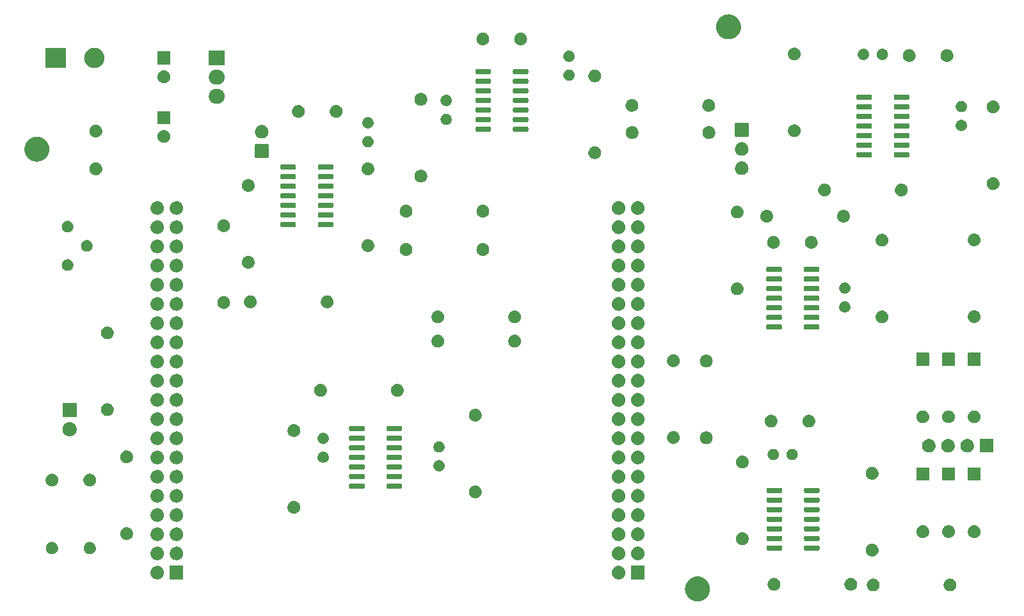
<source format=gbr>
%TF.GenerationSoftware,KiCad,Pcbnew,8.0.0*%
%TF.CreationDate,2024-11-08T21:50:37+01:00*%
%TF.ProjectId,Coincidence_board,436f696e-6369-4646-956e-63655f626f61,rev?*%
%TF.SameCoordinates,Original*%
%TF.FileFunction,Soldermask,Top*%
%TF.FilePolarity,Negative*%
%FSLAX46Y46*%
G04 Gerber Fmt 4.6, Leading zero omitted, Abs format (unit mm)*
G04 Created by KiCad (PCBNEW 8.0.0) date 2024-11-08 21:50:37*
%MOMM*%
%LPD*%
G01*
G04 APERTURE LIST*
G04 APERTURE END LIST*
G36*
X216463062Y-143954963D02*
G01*
X216523278Y-143954963D01*
X216589075Y-143964880D01*
X216658117Y-143970314D01*
X216713767Y-143983674D01*
X216767079Y-143991710D01*
X216836747Y-144013199D01*
X216909878Y-144030757D01*
X216957160Y-144050342D01*
X217002687Y-144064385D01*
X217074160Y-144098804D01*
X217149084Y-144129839D01*
X217187544Y-144153407D01*
X217224825Y-144171361D01*
X217295734Y-144219706D01*
X217369846Y-144265122D01*
X217399522Y-144290468D01*
X217428537Y-144310250D01*
X217496287Y-144373113D01*
X217566726Y-144433274D01*
X217588116Y-144458318D01*
X217609278Y-144477954D01*
X217671151Y-144555540D01*
X217734878Y-144630154D01*
X217748891Y-144653021D01*
X217763007Y-144670722D01*
X217816239Y-144762924D01*
X217870161Y-144850916D01*
X217878082Y-144870039D01*
X217886282Y-144884242D01*
X217928106Y-144990809D01*
X217969243Y-145090122D01*
X217972644Y-145104291D01*
X217976359Y-145113755D01*
X218004174Y-145235622D01*
X218029686Y-145341883D01*
X218030347Y-145350291D01*
X218031225Y-145354135D01*
X218042663Y-145506780D01*
X218050000Y-145600000D01*
X218042662Y-145693226D01*
X218031225Y-145845864D01*
X218030347Y-145849706D01*
X218029686Y-145858117D01*
X218004170Y-145964396D01*
X217976359Y-146086244D01*
X217972645Y-146095706D01*
X217969243Y-146109878D01*
X217928098Y-146209208D01*
X217886282Y-146315757D01*
X217878083Y-146329957D01*
X217870161Y-146349084D01*
X217816229Y-146437092D01*
X217763007Y-146529277D01*
X217748893Y-146546973D01*
X217734878Y-146569846D01*
X217671139Y-146644473D01*
X217609278Y-146722045D01*
X217588120Y-146741676D01*
X217566726Y-146766726D01*
X217496274Y-146826897D01*
X217428537Y-146889749D01*
X217399528Y-146909527D01*
X217369846Y-146934878D01*
X217295720Y-146980302D01*
X217224825Y-147028638D01*
X217187552Y-147046587D01*
X217149084Y-147070161D01*
X217074145Y-147101201D01*
X217002687Y-147135614D01*
X216957170Y-147149653D01*
X216909878Y-147169243D01*
X216836733Y-147186803D01*
X216767079Y-147208289D01*
X216713776Y-147216323D01*
X216658117Y-147229686D01*
X216589072Y-147235119D01*
X216523278Y-147245037D01*
X216463062Y-147245037D01*
X216400000Y-147250000D01*
X216336938Y-147245037D01*
X216276722Y-147245037D01*
X216210927Y-147235119D01*
X216141883Y-147229686D01*
X216086225Y-147216323D01*
X216032920Y-147208289D01*
X215963262Y-147186802D01*
X215890122Y-147169243D01*
X215842832Y-147149655D01*
X215797312Y-147135614D01*
X215725849Y-147101199D01*
X215650916Y-147070161D01*
X215612448Y-147046587D01*
X215575175Y-147028638D01*
X215504276Y-146980300D01*
X215430154Y-146934878D01*
X215400475Y-146909529D01*
X215371462Y-146889749D01*
X215303713Y-146826886D01*
X215233274Y-146766726D01*
X215211883Y-146741681D01*
X215190721Y-146722045D01*
X215128845Y-146644455D01*
X215065122Y-146569846D01*
X215051109Y-146546979D01*
X215036992Y-146529277D01*
X214983753Y-146437063D01*
X214929839Y-146349084D01*
X214921919Y-146329963D01*
X214913717Y-146315757D01*
X214871881Y-146209162D01*
X214830757Y-146109878D01*
X214827356Y-146095712D01*
X214823640Y-146086244D01*
X214795809Y-145964312D01*
X214770314Y-145858117D01*
X214769652Y-145849713D01*
X214768774Y-145845864D01*
X214757316Y-145692961D01*
X214750000Y-145600000D01*
X214757315Y-145507046D01*
X214768774Y-145354135D01*
X214769652Y-145350284D01*
X214770314Y-145341883D01*
X214795804Y-145235706D01*
X214823640Y-145113755D01*
X214827356Y-145104284D01*
X214830757Y-145090122D01*
X214871874Y-144990855D01*
X214913717Y-144884242D01*
X214921920Y-144870033D01*
X214929839Y-144850916D01*
X214983743Y-144762952D01*
X215036992Y-144670722D01*
X215051111Y-144653016D01*
X215065122Y-144630154D01*
X215128832Y-144555558D01*
X215190721Y-144477954D01*
X215211887Y-144458314D01*
X215233274Y-144433274D01*
X215303699Y-144373124D01*
X215371462Y-144310250D01*
X215400481Y-144290465D01*
X215430154Y-144265122D01*
X215504262Y-144219708D01*
X215575175Y-144171361D01*
X215612455Y-144153407D01*
X215650916Y-144129839D01*
X215725835Y-144098806D01*
X215797312Y-144064385D01*
X215842842Y-144050340D01*
X215890122Y-144030757D01*
X215963247Y-144013200D01*
X216032920Y-143991710D01*
X216086234Y-143983674D01*
X216141883Y-143970314D01*
X216210923Y-143964880D01*
X216276722Y-143954963D01*
X216336938Y-143954963D01*
X216400000Y-143950000D01*
X216463062Y-143954963D01*
G37*
G36*
X239681140Y-144234656D02*
G01*
X239728849Y-144234656D01*
X239770045Y-144243412D01*
X239805706Y-144246925D01*
X239850513Y-144260516D01*
X239902664Y-144271602D01*
X239936030Y-144286457D01*
X239965052Y-144295261D01*
X240011167Y-144319910D01*
X240065000Y-144343878D01*
X240090031Y-144362064D01*
X240111897Y-144373752D01*
X240156497Y-144410355D01*
X240208761Y-144448327D01*
X240225731Y-144467174D01*
X240240612Y-144479387D01*
X240280608Y-144528122D01*
X240327664Y-144580383D01*
X240337547Y-144597502D01*
X240346247Y-144608102D01*
X240378427Y-144668307D01*
X240416514Y-144734274D01*
X240420894Y-144747757D01*
X240424738Y-144754947D01*
X240445926Y-144824796D01*
X240471425Y-144903275D01*
X240472322Y-144911816D01*
X240473074Y-144914293D01*
X240480385Y-144988522D01*
X240490000Y-145080000D01*
X240480384Y-145171485D01*
X240473074Y-145245706D01*
X240472322Y-145248182D01*
X240471425Y-145256725D01*
X240445921Y-145335217D01*
X240424738Y-145405052D01*
X240420895Y-145412240D01*
X240416514Y-145425726D01*
X240378420Y-145491704D01*
X240346247Y-145551897D01*
X240337549Y-145562494D01*
X240327664Y-145579617D01*
X240280599Y-145631888D01*
X240240612Y-145680612D01*
X240225734Y-145692821D01*
X240208761Y-145711673D01*
X240156486Y-145749652D01*
X240111897Y-145786247D01*
X240090036Y-145797931D01*
X240065000Y-145816122D01*
X240011155Y-145840094D01*
X239965052Y-145864738D01*
X239936037Y-145873539D01*
X239902664Y-145888398D01*
X239850502Y-145899485D01*
X239805706Y-145913074D01*
X239770053Y-145916585D01*
X239728849Y-145925344D01*
X239681130Y-145925344D01*
X239640000Y-145929395D01*
X239598870Y-145925344D01*
X239551151Y-145925344D01*
X239509946Y-145916585D01*
X239474293Y-145913074D01*
X239429493Y-145899484D01*
X239377336Y-145888398D01*
X239343964Y-145873540D01*
X239314947Y-145864738D01*
X239268838Y-145840092D01*
X239215000Y-145816122D01*
X239189966Y-145797933D01*
X239168102Y-145786247D01*
X239123504Y-145749646D01*
X239071239Y-145711673D01*
X239054267Y-145692824D01*
X239039387Y-145680612D01*
X238999389Y-145631875D01*
X238952336Y-145579617D01*
X238942452Y-145562498D01*
X238933752Y-145551897D01*
X238901565Y-145491681D01*
X238863486Y-145425726D01*
X238859105Y-145412245D01*
X238855261Y-145405052D01*
X238834063Y-145335171D01*
X238808575Y-145256725D01*
X238807677Y-145248187D01*
X238806925Y-145245706D01*
X238799599Y-145171334D01*
X238790000Y-145080000D01*
X238799598Y-144988674D01*
X238806925Y-144914293D01*
X238807677Y-144911811D01*
X238808575Y-144903275D01*
X238834058Y-144824842D01*
X238855261Y-144754947D01*
X238859106Y-144747752D01*
X238863486Y-144734274D01*
X238901558Y-144668330D01*
X238933752Y-144608102D01*
X238942454Y-144597498D01*
X238952336Y-144580383D01*
X238999380Y-144528134D01*
X239039387Y-144479387D01*
X239054271Y-144467171D01*
X239071239Y-144448327D01*
X239123493Y-144410361D01*
X239168102Y-144373752D01*
X239189971Y-144362062D01*
X239215000Y-144343878D01*
X239268826Y-144319912D01*
X239314947Y-144295261D01*
X239343971Y-144286456D01*
X239377336Y-144271602D01*
X239429482Y-144260517D01*
X239474293Y-144246925D01*
X239509955Y-144243412D01*
X239551151Y-144234656D01*
X239598860Y-144234656D01*
X239640000Y-144230604D01*
X239681140Y-144234656D01*
G37*
G36*
X249841140Y-144234656D02*
G01*
X249888849Y-144234656D01*
X249930045Y-144243412D01*
X249965706Y-144246925D01*
X250010513Y-144260516D01*
X250062664Y-144271602D01*
X250096030Y-144286457D01*
X250125052Y-144295261D01*
X250171167Y-144319910D01*
X250225000Y-144343878D01*
X250250031Y-144362064D01*
X250271897Y-144373752D01*
X250316497Y-144410355D01*
X250368761Y-144448327D01*
X250385731Y-144467174D01*
X250400612Y-144479387D01*
X250440608Y-144528122D01*
X250487664Y-144580383D01*
X250497547Y-144597502D01*
X250506247Y-144608102D01*
X250538427Y-144668307D01*
X250576514Y-144734274D01*
X250580894Y-144747757D01*
X250584738Y-144754947D01*
X250605926Y-144824796D01*
X250631425Y-144903275D01*
X250632322Y-144911816D01*
X250633074Y-144914293D01*
X250640385Y-144988522D01*
X250650000Y-145080000D01*
X250640384Y-145171485D01*
X250633074Y-145245706D01*
X250632322Y-145248182D01*
X250631425Y-145256725D01*
X250605921Y-145335217D01*
X250584738Y-145405052D01*
X250580895Y-145412240D01*
X250576514Y-145425726D01*
X250538420Y-145491704D01*
X250506247Y-145551897D01*
X250497549Y-145562494D01*
X250487664Y-145579617D01*
X250440599Y-145631888D01*
X250400612Y-145680612D01*
X250385734Y-145692821D01*
X250368761Y-145711673D01*
X250316486Y-145749652D01*
X250271897Y-145786247D01*
X250250036Y-145797931D01*
X250225000Y-145816122D01*
X250171155Y-145840094D01*
X250125052Y-145864738D01*
X250096037Y-145873539D01*
X250062664Y-145888398D01*
X250010502Y-145899485D01*
X249965706Y-145913074D01*
X249930053Y-145916585D01*
X249888849Y-145925344D01*
X249841130Y-145925344D01*
X249800000Y-145929395D01*
X249758870Y-145925344D01*
X249711151Y-145925344D01*
X249669946Y-145916585D01*
X249634293Y-145913074D01*
X249589493Y-145899484D01*
X249537336Y-145888398D01*
X249503964Y-145873540D01*
X249474947Y-145864738D01*
X249428838Y-145840092D01*
X249375000Y-145816122D01*
X249349966Y-145797933D01*
X249328102Y-145786247D01*
X249283504Y-145749646D01*
X249231239Y-145711673D01*
X249214267Y-145692824D01*
X249199387Y-145680612D01*
X249159389Y-145631875D01*
X249112336Y-145579617D01*
X249102452Y-145562498D01*
X249093752Y-145551897D01*
X249061565Y-145491681D01*
X249023486Y-145425726D01*
X249019105Y-145412245D01*
X249015261Y-145405052D01*
X248994063Y-145335171D01*
X248968575Y-145256725D01*
X248967677Y-145248187D01*
X248966925Y-145245706D01*
X248959599Y-145171334D01*
X248950000Y-145080000D01*
X248959598Y-144988674D01*
X248966925Y-144914293D01*
X248967677Y-144911811D01*
X248968575Y-144903275D01*
X248994058Y-144824842D01*
X249015261Y-144754947D01*
X249019106Y-144747752D01*
X249023486Y-144734274D01*
X249061558Y-144668330D01*
X249093752Y-144608102D01*
X249102454Y-144597498D01*
X249112336Y-144580383D01*
X249159380Y-144528134D01*
X249199387Y-144479387D01*
X249214271Y-144467171D01*
X249231239Y-144448327D01*
X249283493Y-144410361D01*
X249328102Y-144373752D01*
X249349971Y-144362062D01*
X249375000Y-144343878D01*
X249428826Y-144319912D01*
X249474947Y-144295261D01*
X249503971Y-144286456D01*
X249537336Y-144271602D01*
X249589482Y-144260517D01*
X249634293Y-144246925D01*
X249669955Y-144243412D01*
X249711151Y-144234656D01*
X249758860Y-144234656D01*
X249800000Y-144230604D01*
X249841140Y-144234656D01*
G37*
G36*
X226561140Y-144154656D02*
G01*
X226608849Y-144154656D01*
X226650045Y-144163412D01*
X226685706Y-144166925D01*
X226730513Y-144180516D01*
X226782664Y-144191602D01*
X226816030Y-144206457D01*
X226845052Y-144215261D01*
X226891167Y-144239910D01*
X226945000Y-144263878D01*
X226970031Y-144282064D01*
X226991897Y-144293752D01*
X227036497Y-144330355D01*
X227088761Y-144368327D01*
X227105731Y-144387174D01*
X227120612Y-144399387D01*
X227160608Y-144448122D01*
X227207664Y-144500383D01*
X227217547Y-144517502D01*
X227226247Y-144528102D01*
X227258427Y-144588307D01*
X227296514Y-144654274D01*
X227300894Y-144667757D01*
X227304738Y-144674947D01*
X227325926Y-144744796D01*
X227351425Y-144823275D01*
X227352322Y-144831816D01*
X227353074Y-144834293D01*
X227360385Y-144908522D01*
X227370000Y-145000000D01*
X227360384Y-145091485D01*
X227353074Y-145165706D01*
X227352322Y-145168182D01*
X227351425Y-145176725D01*
X227325921Y-145255217D01*
X227304738Y-145325052D01*
X227300895Y-145332240D01*
X227296514Y-145345726D01*
X227258420Y-145411704D01*
X227226247Y-145471897D01*
X227217549Y-145482494D01*
X227207664Y-145499617D01*
X227160599Y-145551888D01*
X227120612Y-145600612D01*
X227105734Y-145612821D01*
X227088761Y-145631673D01*
X227036486Y-145669652D01*
X226991897Y-145706247D01*
X226970036Y-145717931D01*
X226945000Y-145736122D01*
X226891155Y-145760094D01*
X226845052Y-145784738D01*
X226816037Y-145793539D01*
X226782664Y-145808398D01*
X226730502Y-145819485D01*
X226685706Y-145833074D01*
X226650053Y-145836585D01*
X226608849Y-145845344D01*
X226561130Y-145845344D01*
X226520000Y-145849395D01*
X226478870Y-145845344D01*
X226431151Y-145845344D01*
X226389946Y-145836585D01*
X226354293Y-145833074D01*
X226309493Y-145819484D01*
X226257336Y-145808398D01*
X226223964Y-145793540D01*
X226194947Y-145784738D01*
X226148838Y-145760092D01*
X226095000Y-145736122D01*
X226069966Y-145717933D01*
X226048102Y-145706247D01*
X226003504Y-145669646D01*
X225951239Y-145631673D01*
X225934267Y-145612824D01*
X225919387Y-145600612D01*
X225879389Y-145551875D01*
X225832336Y-145499617D01*
X225822452Y-145482498D01*
X225813752Y-145471897D01*
X225781565Y-145411681D01*
X225743486Y-145345726D01*
X225739105Y-145332245D01*
X225735261Y-145325052D01*
X225714063Y-145255171D01*
X225688575Y-145176725D01*
X225687677Y-145168187D01*
X225686925Y-145165706D01*
X225679599Y-145091334D01*
X225670000Y-145000000D01*
X225679598Y-144908674D01*
X225686925Y-144834293D01*
X225687677Y-144831811D01*
X225688575Y-144823275D01*
X225714058Y-144744842D01*
X225735261Y-144674947D01*
X225739106Y-144667752D01*
X225743486Y-144654274D01*
X225781558Y-144588330D01*
X225813752Y-144528102D01*
X225822454Y-144517498D01*
X225832336Y-144500383D01*
X225879380Y-144448134D01*
X225919387Y-144399387D01*
X225934271Y-144387171D01*
X225951239Y-144368327D01*
X226003493Y-144330361D01*
X226048102Y-144293752D01*
X226069971Y-144282062D01*
X226095000Y-144263878D01*
X226148826Y-144239912D01*
X226194947Y-144215261D01*
X226223971Y-144206456D01*
X226257336Y-144191602D01*
X226309482Y-144180517D01*
X226354293Y-144166925D01*
X226389955Y-144163412D01*
X226431151Y-144154656D01*
X226478860Y-144154656D01*
X226520000Y-144150604D01*
X226561140Y-144154656D01*
G37*
G36*
X236721140Y-144154656D02*
G01*
X236768849Y-144154656D01*
X236810045Y-144163412D01*
X236845706Y-144166925D01*
X236890513Y-144180516D01*
X236942664Y-144191602D01*
X236976030Y-144206457D01*
X237005052Y-144215261D01*
X237051167Y-144239910D01*
X237105000Y-144263878D01*
X237130031Y-144282064D01*
X237151897Y-144293752D01*
X237196497Y-144330355D01*
X237248761Y-144368327D01*
X237265731Y-144387174D01*
X237280612Y-144399387D01*
X237320608Y-144448122D01*
X237367664Y-144500383D01*
X237377547Y-144517502D01*
X237386247Y-144528102D01*
X237418427Y-144588307D01*
X237456514Y-144654274D01*
X237460894Y-144667757D01*
X237464738Y-144674947D01*
X237485926Y-144744796D01*
X237511425Y-144823275D01*
X237512322Y-144831816D01*
X237513074Y-144834293D01*
X237520385Y-144908522D01*
X237530000Y-145000000D01*
X237520384Y-145091485D01*
X237513074Y-145165706D01*
X237512322Y-145168182D01*
X237511425Y-145176725D01*
X237485921Y-145255217D01*
X237464738Y-145325052D01*
X237460895Y-145332240D01*
X237456514Y-145345726D01*
X237418420Y-145411704D01*
X237386247Y-145471897D01*
X237377549Y-145482494D01*
X237367664Y-145499617D01*
X237320599Y-145551888D01*
X237280612Y-145600612D01*
X237265734Y-145612821D01*
X237248761Y-145631673D01*
X237196486Y-145669652D01*
X237151897Y-145706247D01*
X237130036Y-145717931D01*
X237105000Y-145736122D01*
X237051155Y-145760094D01*
X237005052Y-145784738D01*
X236976037Y-145793539D01*
X236942664Y-145808398D01*
X236890502Y-145819485D01*
X236845706Y-145833074D01*
X236810053Y-145836585D01*
X236768849Y-145845344D01*
X236721130Y-145845344D01*
X236680000Y-145849395D01*
X236638870Y-145845344D01*
X236591151Y-145845344D01*
X236549946Y-145836585D01*
X236514293Y-145833074D01*
X236469493Y-145819484D01*
X236417336Y-145808398D01*
X236383964Y-145793540D01*
X236354947Y-145784738D01*
X236308838Y-145760092D01*
X236255000Y-145736122D01*
X236229966Y-145717933D01*
X236208102Y-145706247D01*
X236163504Y-145669646D01*
X236111239Y-145631673D01*
X236094267Y-145612824D01*
X236079387Y-145600612D01*
X236039389Y-145551875D01*
X235992336Y-145499617D01*
X235982452Y-145482498D01*
X235973752Y-145471897D01*
X235941565Y-145411681D01*
X235903486Y-145345726D01*
X235899105Y-145332245D01*
X235895261Y-145325052D01*
X235874063Y-145255171D01*
X235848575Y-145176725D01*
X235847677Y-145168187D01*
X235846925Y-145165706D01*
X235839599Y-145091334D01*
X235830000Y-145000000D01*
X235839598Y-144908674D01*
X235846925Y-144834293D01*
X235847677Y-144831811D01*
X235848575Y-144823275D01*
X235874058Y-144744842D01*
X235895261Y-144674947D01*
X235899106Y-144667752D01*
X235903486Y-144654274D01*
X235941558Y-144588330D01*
X235973752Y-144528102D01*
X235982454Y-144517498D01*
X235992336Y-144500383D01*
X236039380Y-144448134D01*
X236079387Y-144399387D01*
X236094271Y-144387171D01*
X236111239Y-144368327D01*
X236163493Y-144330361D01*
X236208102Y-144293752D01*
X236229971Y-144282062D01*
X236255000Y-144263878D01*
X236308826Y-144239912D01*
X236354947Y-144215261D01*
X236383971Y-144206456D01*
X236417336Y-144191602D01*
X236469482Y-144180517D01*
X236514293Y-144166925D01*
X236549955Y-144163412D01*
X236591151Y-144154656D01*
X236638860Y-144154656D01*
X236680000Y-144150604D01*
X236721140Y-144154656D01*
G37*
G36*
X148329135Y-142543806D02*
G01*
X148345356Y-142554645D01*
X148356195Y-142570866D01*
X148360001Y-142590000D01*
X148360001Y-144290000D01*
X148356195Y-144309134D01*
X148345356Y-144325355D01*
X148329135Y-144336194D01*
X148310001Y-144340000D01*
X146610001Y-144340000D01*
X146590867Y-144336194D01*
X146574646Y-144325355D01*
X146563807Y-144309134D01*
X146560001Y-144290000D01*
X146560001Y-142590000D01*
X146563807Y-142570866D01*
X146574646Y-142554645D01*
X146590867Y-142543806D01*
X146610001Y-142540000D01*
X148310001Y-142540000D01*
X148329135Y-142543806D01*
G37*
G36*
X209369134Y-142543806D02*
G01*
X209385355Y-142554645D01*
X209396194Y-142570866D01*
X209400000Y-142590000D01*
X209400000Y-144290000D01*
X209396194Y-144309134D01*
X209385355Y-144325355D01*
X209369134Y-144336194D01*
X209350000Y-144340000D01*
X207650000Y-144340000D01*
X207630866Y-144336194D01*
X207614645Y-144325355D01*
X207603806Y-144309134D01*
X207600000Y-144290000D01*
X207600000Y-142590000D01*
X207603806Y-142570866D01*
X207614645Y-142554645D01*
X207630866Y-142543806D01*
X207650000Y-142540000D01*
X209350000Y-142540000D01*
X209369134Y-142543806D01*
G37*
G36*
X144963922Y-142544930D02*
G01*
X145014077Y-142544930D01*
X145057386Y-142554135D01*
X145095461Y-142557886D01*
X145143297Y-142572396D01*
X145198116Y-142584049D01*
X145233192Y-142599665D01*
X145264187Y-142609068D01*
X145313443Y-142635396D01*
X145370001Y-142660577D01*
X145396295Y-142679680D01*
X145419674Y-142692177D01*
X145467368Y-142731318D01*
X145522219Y-142771170D01*
X145540026Y-142790947D01*
X145555969Y-142804031D01*
X145598809Y-142856232D01*
X145648116Y-142910993D01*
X145658475Y-142928935D01*
X145667823Y-142940326D01*
X145702399Y-143005015D01*
X145742192Y-143073937D01*
X145746769Y-143088026D01*
X145750932Y-143095813D01*
X145773876Y-143171450D01*
X145800334Y-143252879D01*
X145801265Y-143261741D01*
X145802114Y-143264539D01*
X145810378Y-143348448D01*
X145820001Y-143440000D01*
X145810377Y-143531559D01*
X145802114Y-143615460D01*
X145801265Y-143618256D01*
X145800334Y-143627121D01*
X145773871Y-143708563D01*
X145750932Y-143784186D01*
X145746770Y-143791971D01*
X145742192Y-143806063D01*
X145702392Y-143874997D01*
X145667823Y-143939673D01*
X145658477Y-143951060D01*
X145648116Y-143969007D01*
X145598800Y-144023777D01*
X145555969Y-144075968D01*
X145540030Y-144089048D01*
X145522219Y-144108830D01*
X145467357Y-144148688D01*
X145419674Y-144187822D01*
X145396300Y-144200315D01*
X145370001Y-144219423D01*
X145313432Y-144244608D01*
X145264187Y-144270931D01*
X145233199Y-144280330D01*
X145198116Y-144295951D01*
X145143286Y-144307605D01*
X145095461Y-144322113D01*
X145057395Y-144325862D01*
X145014077Y-144335070D01*
X144963912Y-144335070D01*
X144920001Y-144339395D01*
X144876090Y-144335070D01*
X144825925Y-144335070D01*
X144782606Y-144325862D01*
X144744540Y-144322113D01*
X144696712Y-144307604D01*
X144641886Y-144295951D01*
X144606804Y-144280331D01*
X144575814Y-144270931D01*
X144526563Y-144244606D01*
X144470001Y-144219423D01*
X144443704Y-144200317D01*
X144420327Y-144187822D01*
X144372635Y-144148682D01*
X144317783Y-144108830D01*
X144299974Y-144089051D01*
X144284032Y-144075968D01*
X144241190Y-144023765D01*
X144191886Y-143969007D01*
X144181527Y-143951065D01*
X144172178Y-143939673D01*
X144137595Y-143874974D01*
X144097810Y-143806063D01*
X144093232Y-143791976D01*
X144089069Y-143784186D01*
X144066115Y-143708517D01*
X144039668Y-143627121D01*
X144038736Y-143618261D01*
X144037887Y-143615460D01*
X144029608Y-143531408D01*
X144020001Y-143440000D01*
X144029607Y-143348599D01*
X144037887Y-143264539D01*
X144038737Y-143261736D01*
X144039668Y-143252879D01*
X144066110Y-143171496D01*
X144089069Y-143095813D01*
X144093233Y-143088021D01*
X144097810Y-143073937D01*
X144137588Y-143005038D01*
X144172178Y-142940326D01*
X144181529Y-142928931D01*
X144191886Y-142910993D01*
X144241181Y-142856245D01*
X144284032Y-142804031D01*
X144299977Y-142790944D01*
X144317783Y-142771170D01*
X144372624Y-142731325D01*
X144420327Y-142692177D01*
X144443709Y-142679678D01*
X144470001Y-142660577D01*
X144526552Y-142635398D01*
X144575814Y-142609068D01*
X144606811Y-142599664D01*
X144641886Y-142584049D01*
X144696701Y-142572397D01*
X144744540Y-142557886D01*
X144782615Y-142554135D01*
X144825925Y-142544930D01*
X144876080Y-142544930D01*
X144920001Y-142540604D01*
X144963922Y-142544930D01*
G37*
G36*
X206003921Y-142544930D02*
G01*
X206054076Y-142544930D01*
X206097385Y-142554135D01*
X206135460Y-142557886D01*
X206183296Y-142572396D01*
X206238115Y-142584049D01*
X206273191Y-142599665D01*
X206304186Y-142609068D01*
X206353442Y-142635396D01*
X206410000Y-142660577D01*
X206436294Y-142679680D01*
X206459673Y-142692177D01*
X206507367Y-142731318D01*
X206562218Y-142771170D01*
X206580025Y-142790947D01*
X206595968Y-142804031D01*
X206638808Y-142856232D01*
X206688115Y-142910993D01*
X206698474Y-142928935D01*
X206707822Y-142940326D01*
X206742398Y-143005015D01*
X206782191Y-143073937D01*
X206786768Y-143088026D01*
X206790931Y-143095813D01*
X206813875Y-143171450D01*
X206840333Y-143252879D01*
X206841264Y-143261741D01*
X206842113Y-143264539D01*
X206850377Y-143348448D01*
X206860000Y-143440000D01*
X206850376Y-143531559D01*
X206842113Y-143615460D01*
X206841264Y-143618256D01*
X206840333Y-143627121D01*
X206813870Y-143708563D01*
X206790931Y-143784186D01*
X206786769Y-143791971D01*
X206782191Y-143806063D01*
X206742391Y-143874997D01*
X206707822Y-143939673D01*
X206698476Y-143951060D01*
X206688115Y-143969007D01*
X206638799Y-144023777D01*
X206595968Y-144075968D01*
X206580029Y-144089048D01*
X206562218Y-144108830D01*
X206507356Y-144148688D01*
X206459673Y-144187822D01*
X206436299Y-144200315D01*
X206410000Y-144219423D01*
X206353431Y-144244608D01*
X206304186Y-144270931D01*
X206273198Y-144280330D01*
X206238115Y-144295951D01*
X206183285Y-144307605D01*
X206135460Y-144322113D01*
X206097394Y-144325862D01*
X206054076Y-144335070D01*
X206003911Y-144335070D01*
X205960000Y-144339395D01*
X205916089Y-144335070D01*
X205865924Y-144335070D01*
X205822605Y-144325862D01*
X205784539Y-144322113D01*
X205736711Y-144307604D01*
X205681885Y-144295951D01*
X205646803Y-144280331D01*
X205615813Y-144270931D01*
X205566562Y-144244606D01*
X205510000Y-144219423D01*
X205483703Y-144200317D01*
X205460326Y-144187822D01*
X205412634Y-144148682D01*
X205357782Y-144108830D01*
X205339973Y-144089051D01*
X205324031Y-144075968D01*
X205281189Y-144023765D01*
X205231885Y-143969007D01*
X205221526Y-143951065D01*
X205212177Y-143939673D01*
X205177594Y-143874974D01*
X205137809Y-143806063D01*
X205133231Y-143791976D01*
X205129068Y-143784186D01*
X205106114Y-143708517D01*
X205079667Y-143627121D01*
X205078735Y-143618261D01*
X205077886Y-143615460D01*
X205069607Y-143531408D01*
X205060000Y-143440000D01*
X205069606Y-143348599D01*
X205077886Y-143264539D01*
X205078736Y-143261736D01*
X205079667Y-143252879D01*
X205106109Y-143171496D01*
X205129068Y-143095813D01*
X205133232Y-143088021D01*
X205137809Y-143073937D01*
X205177587Y-143005038D01*
X205212177Y-142940326D01*
X205221528Y-142928931D01*
X205231885Y-142910993D01*
X205281180Y-142856245D01*
X205324031Y-142804031D01*
X205339976Y-142790944D01*
X205357782Y-142771170D01*
X205412623Y-142731325D01*
X205460326Y-142692177D01*
X205483708Y-142679678D01*
X205510000Y-142660577D01*
X205566551Y-142635398D01*
X205615813Y-142609068D01*
X205646810Y-142599664D01*
X205681885Y-142584049D01*
X205736700Y-142572397D01*
X205784539Y-142557886D01*
X205822614Y-142554135D01*
X205865924Y-142544930D01*
X205916079Y-142544930D01*
X205960000Y-142540604D01*
X206003921Y-142544930D01*
G37*
G36*
X144963922Y-140004930D02*
G01*
X145014077Y-140004930D01*
X145057386Y-140014135D01*
X145095461Y-140017886D01*
X145143297Y-140032396D01*
X145198116Y-140044049D01*
X145233192Y-140059665D01*
X145264187Y-140069068D01*
X145313443Y-140095396D01*
X145370001Y-140120577D01*
X145396295Y-140139680D01*
X145419674Y-140152177D01*
X145467368Y-140191318D01*
X145522219Y-140231170D01*
X145540026Y-140250947D01*
X145555969Y-140264031D01*
X145598809Y-140316232D01*
X145648116Y-140370993D01*
X145658475Y-140388935D01*
X145667823Y-140400326D01*
X145702399Y-140465015D01*
X145742192Y-140533937D01*
X145746769Y-140548026D01*
X145750932Y-140555813D01*
X145773876Y-140631450D01*
X145800334Y-140712879D01*
X145801265Y-140721741D01*
X145802114Y-140724539D01*
X145810378Y-140808448D01*
X145820001Y-140900000D01*
X145810377Y-140991559D01*
X145802114Y-141075460D01*
X145801265Y-141078256D01*
X145800334Y-141087121D01*
X145773871Y-141168563D01*
X145750932Y-141244186D01*
X145746770Y-141251971D01*
X145742192Y-141266063D01*
X145702392Y-141334997D01*
X145667823Y-141399673D01*
X145658477Y-141411060D01*
X145648116Y-141429007D01*
X145598800Y-141483777D01*
X145555969Y-141535968D01*
X145540030Y-141549048D01*
X145522219Y-141568830D01*
X145467357Y-141608688D01*
X145419674Y-141647822D01*
X145396300Y-141660315D01*
X145370001Y-141679423D01*
X145313432Y-141704608D01*
X145264187Y-141730931D01*
X145233199Y-141740330D01*
X145198116Y-141755951D01*
X145143286Y-141767605D01*
X145095461Y-141782113D01*
X145057395Y-141785862D01*
X145014077Y-141795070D01*
X144963912Y-141795070D01*
X144920001Y-141799395D01*
X144876090Y-141795070D01*
X144825925Y-141795070D01*
X144782606Y-141785862D01*
X144744540Y-141782113D01*
X144696712Y-141767604D01*
X144641886Y-141755951D01*
X144606804Y-141740331D01*
X144575814Y-141730931D01*
X144526563Y-141704606D01*
X144470001Y-141679423D01*
X144443704Y-141660317D01*
X144420327Y-141647822D01*
X144372635Y-141608682D01*
X144317783Y-141568830D01*
X144299974Y-141549051D01*
X144284032Y-141535968D01*
X144241190Y-141483765D01*
X144191886Y-141429007D01*
X144181527Y-141411065D01*
X144172178Y-141399673D01*
X144137595Y-141334974D01*
X144097810Y-141266063D01*
X144093232Y-141251976D01*
X144089069Y-141244186D01*
X144066115Y-141168517D01*
X144039668Y-141087121D01*
X144038736Y-141078261D01*
X144037887Y-141075460D01*
X144029608Y-140991408D01*
X144020001Y-140900000D01*
X144029607Y-140808599D01*
X144037887Y-140724539D01*
X144038737Y-140721736D01*
X144039668Y-140712879D01*
X144066110Y-140631496D01*
X144089069Y-140555813D01*
X144093233Y-140548021D01*
X144097810Y-140533937D01*
X144137588Y-140465038D01*
X144172178Y-140400326D01*
X144181529Y-140388931D01*
X144191886Y-140370993D01*
X144241181Y-140316245D01*
X144284032Y-140264031D01*
X144299977Y-140250944D01*
X144317783Y-140231170D01*
X144372624Y-140191325D01*
X144420327Y-140152177D01*
X144443709Y-140139678D01*
X144470001Y-140120577D01*
X144526552Y-140095398D01*
X144575814Y-140069068D01*
X144606811Y-140059664D01*
X144641886Y-140044049D01*
X144696701Y-140032397D01*
X144744540Y-140017886D01*
X144782615Y-140014135D01*
X144825925Y-140004930D01*
X144876080Y-140004930D01*
X144920001Y-140000604D01*
X144963922Y-140004930D01*
G37*
G36*
X147503922Y-140004930D02*
G01*
X147554077Y-140004930D01*
X147597386Y-140014135D01*
X147635461Y-140017886D01*
X147683297Y-140032396D01*
X147738116Y-140044049D01*
X147773192Y-140059665D01*
X147804187Y-140069068D01*
X147853443Y-140095396D01*
X147910001Y-140120577D01*
X147936295Y-140139680D01*
X147959674Y-140152177D01*
X148007368Y-140191318D01*
X148062219Y-140231170D01*
X148080026Y-140250947D01*
X148095969Y-140264031D01*
X148138809Y-140316232D01*
X148188116Y-140370993D01*
X148198475Y-140388935D01*
X148207823Y-140400326D01*
X148242399Y-140465015D01*
X148282192Y-140533937D01*
X148286769Y-140548026D01*
X148290932Y-140555813D01*
X148313876Y-140631450D01*
X148340334Y-140712879D01*
X148341265Y-140721741D01*
X148342114Y-140724539D01*
X148350378Y-140808448D01*
X148360001Y-140900000D01*
X148350377Y-140991559D01*
X148342114Y-141075460D01*
X148341265Y-141078256D01*
X148340334Y-141087121D01*
X148313871Y-141168563D01*
X148290932Y-141244186D01*
X148286770Y-141251971D01*
X148282192Y-141266063D01*
X148242392Y-141334997D01*
X148207823Y-141399673D01*
X148198477Y-141411060D01*
X148188116Y-141429007D01*
X148138800Y-141483777D01*
X148095969Y-141535968D01*
X148080030Y-141549048D01*
X148062219Y-141568830D01*
X148007357Y-141608688D01*
X147959674Y-141647822D01*
X147936300Y-141660315D01*
X147910001Y-141679423D01*
X147853432Y-141704608D01*
X147804187Y-141730931D01*
X147773199Y-141740330D01*
X147738116Y-141755951D01*
X147683286Y-141767605D01*
X147635461Y-141782113D01*
X147597395Y-141785862D01*
X147554077Y-141795070D01*
X147503912Y-141795070D01*
X147460001Y-141799395D01*
X147416090Y-141795070D01*
X147365925Y-141795070D01*
X147322606Y-141785862D01*
X147284540Y-141782113D01*
X147236712Y-141767604D01*
X147181886Y-141755951D01*
X147146804Y-141740331D01*
X147115814Y-141730931D01*
X147066563Y-141704606D01*
X147010001Y-141679423D01*
X146983704Y-141660317D01*
X146960327Y-141647822D01*
X146912635Y-141608682D01*
X146857783Y-141568830D01*
X146839974Y-141549051D01*
X146824032Y-141535968D01*
X146781190Y-141483765D01*
X146731886Y-141429007D01*
X146721527Y-141411065D01*
X146712178Y-141399673D01*
X146677595Y-141334974D01*
X146637810Y-141266063D01*
X146633232Y-141251976D01*
X146629069Y-141244186D01*
X146606115Y-141168517D01*
X146579668Y-141087121D01*
X146578736Y-141078261D01*
X146577887Y-141075460D01*
X146569608Y-140991408D01*
X146560001Y-140900000D01*
X146569607Y-140808599D01*
X146577887Y-140724539D01*
X146578737Y-140721736D01*
X146579668Y-140712879D01*
X146606110Y-140631496D01*
X146629069Y-140555813D01*
X146633233Y-140548021D01*
X146637810Y-140533937D01*
X146677588Y-140465038D01*
X146712178Y-140400326D01*
X146721529Y-140388931D01*
X146731886Y-140370993D01*
X146781181Y-140316245D01*
X146824032Y-140264031D01*
X146839977Y-140250944D01*
X146857783Y-140231170D01*
X146912624Y-140191325D01*
X146960327Y-140152177D01*
X146983709Y-140139678D01*
X147010001Y-140120577D01*
X147066552Y-140095398D01*
X147115814Y-140069068D01*
X147146811Y-140059664D01*
X147181886Y-140044049D01*
X147236701Y-140032397D01*
X147284540Y-140017886D01*
X147322615Y-140014135D01*
X147365925Y-140004930D01*
X147416080Y-140004930D01*
X147460001Y-140000604D01*
X147503922Y-140004930D01*
G37*
G36*
X206003921Y-140004930D02*
G01*
X206054076Y-140004930D01*
X206097385Y-140014135D01*
X206135460Y-140017886D01*
X206183296Y-140032396D01*
X206238115Y-140044049D01*
X206273191Y-140059665D01*
X206304186Y-140069068D01*
X206353442Y-140095396D01*
X206410000Y-140120577D01*
X206436294Y-140139680D01*
X206459673Y-140152177D01*
X206507367Y-140191318D01*
X206562218Y-140231170D01*
X206580025Y-140250947D01*
X206595968Y-140264031D01*
X206638808Y-140316232D01*
X206688115Y-140370993D01*
X206698474Y-140388935D01*
X206707822Y-140400326D01*
X206742398Y-140465015D01*
X206782191Y-140533937D01*
X206786768Y-140548026D01*
X206790931Y-140555813D01*
X206813875Y-140631450D01*
X206840333Y-140712879D01*
X206841264Y-140721741D01*
X206842113Y-140724539D01*
X206850377Y-140808448D01*
X206860000Y-140900000D01*
X206850376Y-140991559D01*
X206842113Y-141075460D01*
X206841264Y-141078256D01*
X206840333Y-141087121D01*
X206813870Y-141168563D01*
X206790931Y-141244186D01*
X206786769Y-141251971D01*
X206782191Y-141266063D01*
X206742391Y-141334997D01*
X206707822Y-141399673D01*
X206698476Y-141411060D01*
X206688115Y-141429007D01*
X206638799Y-141483777D01*
X206595968Y-141535968D01*
X206580029Y-141549048D01*
X206562218Y-141568830D01*
X206507356Y-141608688D01*
X206459673Y-141647822D01*
X206436299Y-141660315D01*
X206410000Y-141679423D01*
X206353431Y-141704608D01*
X206304186Y-141730931D01*
X206273198Y-141740330D01*
X206238115Y-141755951D01*
X206183285Y-141767605D01*
X206135460Y-141782113D01*
X206097394Y-141785862D01*
X206054076Y-141795070D01*
X206003911Y-141795070D01*
X205960000Y-141799395D01*
X205916089Y-141795070D01*
X205865924Y-141795070D01*
X205822605Y-141785862D01*
X205784539Y-141782113D01*
X205736711Y-141767604D01*
X205681885Y-141755951D01*
X205646803Y-141740331D01*
X205615813Y-141730931D01*
X205566562Y-141704606D01*
X205510000Y-141679423D01*
X205483703Y-141660317D01*
X205460326Y-141647822D01*
X205412634Y-141608682D01*
X205357782Y-141568830D01*
X205339973Y-141549051D01*
X205324031Y-141535968D01*
X205281189Y-141483765D01*
X205231885Y-141429007D01*
X205221526Y-141411065D01*
X205212177Y-141399673D01*
X205177594Y-141334974D01*
X205137809Y-141266063D01*
X205133231Y-141251976D01*
X205129068Y-141244186D01*
X205106114Y-141168517D01*
X205079667Y-141087121D01*
X205078735Y-141078261D01*
X205077886Y-141075460D01*
X205069607Y-140991408D01*
X205060000Y-140900000D01*
X205069606Y-140808599D01*
X205077886Y-140724539D01*
X205078736Y-140721736D01*
X205079667Y-140712879D01*
X205106109Y-140631496D01*
X205129068Y-140555813D01*
X205133232Y-140548021D01*
X205137809Y-140533937D01*
X205177587Y-140465038D01*
X205212177Y-140400326D01*
X205221528Y-140388931D01*
X205231885Y-140370993D01*
X205281180Y-140316245D01*
X205324031Y-140264031D01*
X205339976Y-140250944D01*
X205357782Y-140231170D01*
X205412623Y-140191325D01*
X205460326Y-140152177D01*
X205483708Y-140139678D01*
X205510000Y-140120577D01*
X205566551Y-140095398D01*
X205615813Y-140069068D01*
X205646810Y-140059664D01*
X205681885Y-140044049D01*
X205736700Y-140032397D01*
X205784539Y-140017886D01*
X205822614Y-140014135D01*
X205865924Y-140004930D01*
X205916079Y-140004930D01*
X205960000Y-140000604D01*
X206003921Y-140004930D01*
G37*
G36*
X208543921Y-140004930D02*
G01*
X208594076Y-140004930D01*
X208637385Y-140014135D01*
X208675460Y-140017886D01*
X208723296Y-140032396D01*
X208778115Y-140044049D01*
X208813191Y-140059665D01*
X208844186Y-140069068D01*
X208893442Y-140095396D01*
X208950000Y-140120577D01*
X208976294Y-140139680D01*
X208999673Y-140152177D01*
X209047367Y-140191318D01*
X209102218Y-140231170D01*
X209120025Y-140250947D01*
X209135968Y-140264031D01*
X209178808Y-140316232D01*
X209228115Y-140370993D01*
X209238474Y-140388935D01*
X209247822Y-140400326D01*
X209282398Y-140465015D01*
X209322191Y-140533937D01*
X209326768Y-140548026D01*
X209330931Y-140555813D01*
X209353875Y-140631450D01*
X209380333Y-140712879D01*
X209381264Y-140721741D01*
X209382113Y-140724539D01*
X209390377Y-140808448D01*
X209400000Y-140900000D01*
X209390376Y-140991559D01*
X209382113Y-141075460D01*
X209381264Y-141078256D01*
X209380333Y-141087121D01*
X209353870Y-141168563D01*
X209330931Y-141244186D01*
X209326769Y-141251971D01*
X209322191Y-141266063D01*
X209282391Y-141334997D01*
X209247822Y-141399673D01*
X209238476Y-141411060D01*
X209228115Y-141429007D01*
X209178799Y-141483777D01*
X209135968Y-141535968D01*
X209120029Y-141549048D01*
X209102218Y-141568830D01*
X209047356Y-141608688D01*
X208999673Y-141647822D01*
X208976299Y-141660315D01*
X208950000Y-141679423D01*
X208893431Y-141704608D01*
X208844186Y-141730931D01*
X208813198Y-141740330D01*
X208778115Y-141755951D01*
X208723285Y-141767605D01*
X208675460Y-141782113D01*
X208637394Y-141785862D01*
X208594076Y-141795070D01*
X208543911Y-141795070D01*
X208500000Y-141799395D01*
X208456089Y-141795070D01*
X208405924Y-141795070D01*
X208362605Y-141785862D01*
X208324539Y-141782113D01*
X208276711Y-141767604D01*
X208221885Y-141755951D01*
X208186803Y-141740331D01*
X208155813Y-141730931D01*
X208106562Y-141704606D01*
X208050000Y-141679423D01*
X208023703Y-141660317D01*
X208000326Y-141647822D01*
X207952634Y-141608682D01*
X207897782Y-141568830D01*
X207879973Y-141549051D01*
X207864031Y-141535968D01*
X207821189Y-141483765D01*
X207771885Y-141429007D01*
X207761526Y-141411065D01*
X207752177Y-141399673D01*
X207717594Y-141334974D01*
X207677809Y-141266063D01*
X207673231Y-141251976D01*
X207669068Y-141244186D01*
X207646114Y-141168517D01*
X207619667Y-141087121D01*
X207618735Y-141078261D01*
X207617886Y-141075460D01*
X207609607Y-140991408D01*
X207600000Y-140900000D01*
X207609606Y-140808599D01*
X207617886Y-140724539D01*
X207618736Y-140721736D01*
X207619667Y-140712879D01*
X207646109Y-140631496D01*
X207669068Y-140555813D01*
X207673232Y-140548021D01*
X207677809Y-140533937D01*
X207717587Y-140465038D01*
X207752177Y-140400326D01*
X207761528Y-140388931D01*
X207771885Y-140370993D01*
X207821180Y-140316245D01*
X207864031Y-140264031D01*
X207879976Y-140250944D01*
X207897782Y-140231170D01*
X207952623Y-140191325D01*
X208000326Y-140152177D01*
X208023708Y-140139678D01*
X208050000Y-140120577D01*
X208106551Y-140095398D01*
X208155813Y-140069068D01*
X208186810Y-140059664D01*
X208221885Y-140044049D01*
X208276700Y-140032397D01*
X208324539Y-140017886D01*
X208362614Y-140014135D01*
X208405924Y-140004930D01*
X208456079Y-140004930D01*
X208500000Y-140000604D01*
X208543921Y-140004930D01*
G37*
G36*
X239541140Y-139614656D02*
G01*
X239588849Y-139614656D01*
X239630045Y-139623412D01*
X239665706Y-139626925D01*
X239710513Y-139640516D01*
X239762664Y-139651602D01*
X239796030Y-139666457D01*
X239825052Y-139675261D01*
X239871167Y-139699910D01*
X239925000Y-139723878D01*
X239950031Y-139742064D01*
X239971897Y-139753752D01*
X240016497Y-139790355D01*
X240068761Y-139828327D01*
X240085731Y-139847174D01*
X240100612Y-139859387D01*
X240140608Y-139908122D01*
X240187664Y-139960383D01*
X240197547Y-139977502D01*
X240206247Y-139988102D01*
X240238427Y-140048307D01*
X240276514Y-140114274D01*
X240280894Y-140127757D01*
X240284738Y-140134947D01*
X240305926Y-140204796D01*
X240331425Y-140283275D01*
X240332322Y-140291816D01*
X240333074Y-140294293D01*
X240340385Y-140368522D01*
X240350000Y-140460000D01*
X240340384Y-140551485D01*
X240333074Y-140625706D01*
X240332322Y-140628182D01*
X240331425Y-140636725D01*
X240305921Y-140715217D01*
X240284738Y-140785052D01*
X240280895Y-140792240D01*
X240276514Y-140805726D01*
X240238420Y-140871704D01*
X240206247Y-140931897D01*
X240197549Y-140942494D01*
X240187664Y-140959617D01*
X240140599Y-141011888D01*
X240100612Y-141060612D01*
X240085734Y-141072821D01*
X240068761Y-141091673D01*
X240016486Y-141129652D01*
X239971897Y-141166247D01*
X239950036Y-141177931D01*
X239925000Y-141196122D01*
X239871155Y-141220094D01*
X239825052Y-141244738D01*
X239796037Y-141253539D01*
X239762664Y-141268398D01*
X239710502Y-141279485D01*
X239665706Y-141293074D01*
X239630053Y-141296585D01*
X239588849Y-141305344D01*
X239541130Y-141305344D01*
X239500000Y-141309395D01*
X239458870Y-141305344D01*
X239411151Y-141305344D01*
X239369946Y-141296585D01*
X239334293Y-141293074D01*
X239289493Y-141279484D01*
X239237336Y-141268398D01*
X239203964Y-141253540D01*
X239174947Y-141244738D01*
X239128838Y-141220092D01*
X239075000Y-141196122D01*
X239049966Y-141177933D01*
X239028102Y-141166247D01*
X238983504Y-141129646D01*
X238931239Y-141091673D01*
X238914267Y-141072824D01*
X238899387Y-141060612D01*
X238859389Y-141011875D01*
X238812336Y-140959617D01*
X238802452Y-140942498D01*
X238793752Y-140931897D01*
X238761565Y-140871681D01*
X238723486Y-140805726D01*
X238719105Y-140792245D01*
X238715261Y-140785052D01*
X238694063Y-140715171D01*
X238668575Y-140636725D01*
X238667677Y-140628187D01*
X238666925Y-140625706D01*
X238659599Y-140551334D01*
X238650000Y-140460000D01*
X238659598Y-140368674D01*
X238666925Y-140294293D01*
X238667677Y-140291811D01*
X238668575Y-140283275D01*
X238694058Y-140204842D01*
X238715261Y-140134947D01*
X238719106Y-140127752D01*
X238723486Y-140114274D01*
X238761558Y-140048330D01*
X238793752Y-139988102D01*
X238802454Y-139977498D01*
X238812336Y-139960383D01*
X238859380Y-139908134D01*
X238899387Y-139859387D01*
X238914271Y-139847171D01*
X238931239Y-139828327D01*
X238983493Y-139790361D01*
X239028102Y-139753752D01*
X239049971Y-139742062D01*
X239075000Y-139723878D01*
X239128826Y-139699912D01*
X239174947Y-139675261D01*
X239203971Y-139666456D01*
X239237336Y-139651602D01*
X239289482Y-139640517D01*
X239334293Y-139626925D01*
X239369955Y-139623412D01*
X239411151Y-139614656D01*
X239458860Y-139614656D01*
X239500000Y-139610604D01*
X239541140Y-139614656D01*
G37*
G36*
X131045556Y-139393133D02*
G01*
X131084807Y-139393133D01*
X131129087Y-139402544D01*
X131180687Y-139408359D01*
X131218208Y-139421487D01*
X131250708Y-139428396D01*
X131297540Y-139449247D01*
X131352314Y-139468413D01*
X131380826Y-139486328D01*
X131405655Y-139497383D01*
X131451957Y-139531023D01*
X131506274Y-139565153D01*
X131525777Y-139584656D01*
X131542873Y-139597077D01*
X131585132Y-139644011D01*
X131634847Y-139693726D01*
X131646284Y-139711928D01*
X131656364Y-139723123D01*
X131690846Y-139782848D01*
X131731587Y-139847686D01*
X131736673Y-139862222D01*
X131741169Y-139870009D01*
X131764195Y-139940878D01*
X131791641Y-140019313D01*
X131792681Y-140028547D01*
X131793582Y-140031319D01*
X131801747Y-140109004D01*
X131812000Y-140200000D01*
X131801746Y-140291003D01*
X131793582Y-140368680D01*
X131792681Y-140371450D01*
X131791641Y-140380687D01*
X131764191Y-140459134D01*
X131741169Y-140529990D01*
X131736674Y-140537774D01*
X131731587Y-140552314D01*
X131690839Y-140617163D01*
X131656364Y-140676876D01*
X131646286Y-140688068D01*
X131634847Y-140706274D01*
X131585123Y-140755997D01*
X131542873Y-140802922D01*
X131525781Y-140815339D01*
X131506274Y-140834847D01*
X131451947Y-140868982D01*
X131405655Y-140902616D01*
X131380831Y-140913668D01*
X131352314Y-140931587D01*
X131297529Y-140950756D01*
X131250708Y-140971603D01*
X131218213Y-140978509D01*
X131180687Y-140991641D01*
X131129084Y-140997455D01*
X131084807Y-141006867D01*
X131045556Y-141006867D01*
X131000000Y-141012000D01*
X130954444Y-141006867D01*
X130915193Y-141006867D01*
X130870914Y-140997455D01*
X130819313Y-140991641D01*
X130781787Y-140978510D01*
X130749291Y-140971603D01*
X130702465Y-140950754D01*
X130647686Y-140931587D01*
X130619170Y-140913669D01*
X130594344Y-140902616D01*
X130548045Y-140868978D01*
X130493726Y-140834847D01*
X130474221Y-140815342D01*
X130457126Y-140802922D01*
X130414866Y-140755987D01*
X130365153Y-140706274D01*
X130353715Y-140688072D01*
X130343635Y-140676876D01*
X130309148Y-140617143D01*
X130268413Y-140552314D01*
X130263327Y-140537779D01*
X130258830Y-140529990D01*
X130235794Y-140459094D01*
X130208359Y-140380687D01*
X130207318Y-140371455D01*
X130206417Y-140368680D01*
X130198238Y-140290871D01*
X130188000Y-140200000D01*
X130198238Y-140109136D01*
X130206417Y-140031319D01*
X130207319Y-140028542D01*
X130208359Y-140019313D01*
X130235790Y-139940918D01*
X130258830Y-139870009D01*
X130263328Y-139862218D01*
X130268413Y-139847686D01*
X130309141Y-139782867D01*
X130343635Y-139723123D01*
X130353718Y-139711924D01*
X130365153Y-139693726D01*
X130414858Y-139644020D01*
X130457128Y-139597075D01*
X130474227Y-139584651D01*
X130493726Y-139565153D01*
X130548030Y-139531031D01*
X130594342Y-139497384D01*
X130619175Y-139486327D01*
X130647686Y-139468413D01*
X130702455Y-139449248D01*
X130749291Y-139428396D01*
X130781793Y-139421487D01*
X130819313Y-139408359D01*
X130870912Y-139402545D01*
X130915193Y-139393133D01*
X130954444Y-139393133D01*
X131000000Y-139388000D01*
X131045556Y-139393133D01*
G37*
G36*
X136045556Y-139393133D02*
G01*
X136084807Y-139393133D01*
X136129087Y-139402544D01*
X136180687Y-139408359D01*
X136218208Y-139421487D01*
X136250708Y-139428396D01*
X136297540Y-139449247D01*
X136352314Y-139468413D01*
X136380826Y-139486328D01*
X136405655Y-139497383D01*
X136451957Y-139531023D01*
X136506274Y-139565153D01*
X136525777Y-139584656D01*
X136542873Y-139597077D01*
X136585132Y-139644011D01*
X136634847Y-139693726D01*
X136646284Y-139711928D01*
X136656364Y-139723123D01*
X136690846Y-139782848D01*
X136731587Y-139847686D01*
X136736673Y-139862222D01*
X136741169Y-139870009D01*
X136764195Y-139940878D01*
X136791641Y-140019313D01*
X136792681Y-140028547D01*
X136793582Y-140031319D01*
X136801747Y-140109004D01*
X136812000Y-140200000D01*
X136801746Y-140291003D01*
X136793582Y-140368680D01*
X136792681Y-140371450D01*
X136791641Y-140380687D01*
X136764191Y-140459134D01*
X136741169Y-140529990D01*
X136736674Y-140537774D01*
X136731587Y-140552314D01*
X136690839Y-140617163D01*
X136656364Y-140676876D01*
X136646286Y-140688068D01*
X136634847Y-140706274D01*
X136585123Y-140755997D01*
X136542873Y-140802922D01*
X136525781Y-140815339D01*
X136506274Y-140834847D01*
X136451947Y-140868982D01*
X136405655Y-140902616D01*
X136380831Y-140913668D01*
X136352314Y-140931587D01*
X136297529Y-140950756D01*
X136250708Y-140971603D01*
X136218213Y-140978509D01*
X136180687Y-140991641D01*
X136129084Y-140997455D01*
X136084807Y-141006867D01*
X136045556Y-141006867D01*
X136000000Y-141012000D01*
X135954444Y-141006867D01*
X135915193Y-141006867D01*
X135870914Y-140997455D01*
X135819313Y-140991641D01*
X135781787Y-140978510D01*
X135749291Y-140971603D01*
X135702465Y-140950754D01*
X135647686Y-140931587D01*
X135619170Y-140913669D01*
X135594344Y-140902616D01*
X135548045Y-140868978D01*
X135493726Y-140834847D01*
X135474221Y-140815342D01*
X135457126Y-140802922D01*
X135414866Y-140755987D01*
X135365153Y-140706274D01*
X135353715Y-140688072D01*
X135343635Y-140676876D01*
X135309148Y-140617143D01*
X135268413Y-140552314D01*
X135263327Y-140537779D01*
X135258830Y-140529990D01*
X135235794Y-140459094D01*
X135208359Y-140380687D01*
X135207318Y-140371455D01*
X135206417Y-140368680D01*
X135198238Y-140290871D01*
X135188000Y-140200000D01*
X135198238Y-140109136D01*
X135206417Y-140031319D01*
X135207319Y-140028542D01*
X135208359Y-140019313D01*
X135235790Y-139940918D01*
X135258830Y-139870009D01*
X135263328Y-139862218D01*
X135268413Y-139847686D01*
X135309141Y-139782867D01*
X135343635Y-139723123D01*
X135353718Y-139711924D01*
X135365153Y-139693726D01*
X135414858Y-139644020D01*
X135457128Y-139597075D01*
X135474227Y-139584651D01*
X135493726Y-139565153D01*
X135548030Y-139531031D01*
X135594342Y-139497384D01*
X135619175Y-139486327D01*
X135647686Y-139468413D01*
X135702455Y-139449248D01*
X135749291Y-139428396D01*
X135781793Y-139421487D01*
X135819313Y-139408359D01*
X135870912Y-139402545D01*
X135915193Y-139393133D01*
X135954444Y-139393133D01*
X136000000Y-139388000D01*
X136045556Y-139393133D01*
G37*
G36*
X227411043Y-139843191D02*
G01*
X227443727Y-139847494D01*
X227451948Y-139851327D01*
X227471537Y-139855224D01*
X227497480Y-139872559D01*
X227508608Y-139877748D01*
X227515378Y-139884518D01*
X227536421Y-139898579D01*
X227550481Y-139919621D01*
X227557251Y-139926391D01*
X227562438Y-139937516D01*
X227579776Y-139963463D01*
X227583672Y-139983053D01*
X227587505Y-139991272D01*
X227591806Y-140023945D01*
X227595000Y-140040000D01*
X227595000Y-140340000D01*
X227591805Y-140356057D01*
X227587505Y-140388727D01*
X227583673Y-140396944D01*
X227579776Y-140416537D01*
X227562437Y-140442485D01*
X227557251Y-140453608D01*
X227550483Y-140460375D01*
X227536421Y-140481421D01*
X227515375Y-140495483D01*
X227508608Y-140502251D01*
X227497485Y-140507437D01*
X227471537Y-140524776D01*
X227451944Y-140528673D01*
X227443727Y-140532505D01*
X227411056Y-140536806D01*
X227395000Y-140540000D01*
X225745000Y-140540000D01*
X225728943Y-140536806D01*
X225696272Y-140532505D01*
X225688053Y-140528672D01*
X225668463Y-140524776D01*
X225642516Y-140507438D01*
X225631391Y-140502251D01*
X225624621Y-140495481D01*
X225603579Y-140481421D01*
X225589518Y-140460378D01*
X225582748Y-140453608D01*
X225577559Y-140442480D01*
X225560224Y-140416537D01*
X225556327Y-140396948D01*
X225552494Y-140388727D01*
X225548190Y-140356041D01*
X225545000Y-140340000D01*
X225545000Y-140040000D01*
X225548190Y-140023959D01*
X225552494Y-139991272D01*
X225556327Y-139983049D01*
X225560224Y-139963463D01*
X225577557Y-139937521D01*
X225582748Y-139926391D01*
X225589520Y-139919618D01*
X225603579Y-139898579D01*
X225624618Y-139884520D01*
X225631391Y-139877748D01*
X225642521Y-139872557D01*
X225668463Y-139855224D01*
X225688049Y-139851327D01*
X225696272Y-139847494D01*
X225728960Y-139843190D01*
X225745000Y-139840000D01*
X227395000Y-139840000D01*
X227411043Y-139843191D01*
G37*
G36*
X232361043Y-139843191D02*
G01*
X232393727Y-139847494D01*
X232401948Y-139851327D01*
X232421537Y-139855224D01*
X232447480Y-139872559D01*
X232458608Y-139877748D01*
X232465378Y-139884518D01*
X232486421Y-139898579D01*
X232500481Y-139919621D01*
X232507251Y-139926391D01*
X232512438Y-139937516D01*
X232529776Y-139963463D01*
X232533672Y-139983053D01*
X232537505Y-139991272D01*
X232541806Y-140023945D01*
X232545000Y-140040000D01*
X232545000Y-140340000D01*
X232541805Y-140356057D01*
X232537505Y-140388727D01*
X232533673Y-140396944D01*
X232529776Y-140416537D01*
X232512437Y-140442485D01*
X232507251Y-140453608D01*
X232500483Y-140460375D01*
X232486421Y-140481421D01*
X232465375Y-140495483D01*
X232458608Y-140502251D01*
X232447485Y-140507437D01*
X232421537Y-140524776D01*
X232401944Y-140528673D01*
X232393727Y-140532505D01*
X232361056Y-140536806D01*
X232345000Y-140540000D01*
X230695000Y-140540000D01*
X230678943Y-140536806D01*
X230646272Y-140532505D01*
X230638053Y-140528672D01*
X230618463Y-140524776D01*
X230592516Y-140507438D01*
X230581391Y-140502251D01*
X230574621Y-140495481D01*
X230553579Y-140481421D01*
X230539518Y-140460378D01*
X230532748Y-140453608D01*
X230527559Y-140442480D01*
X230510224Y-140416537D01*
X230506327Y-140396948D01*
X230502494Y-140388727D01*
X230498190Y-140356041D01*
X230495000Y-140340000D01*
X230495000Y-140040000D01*
X230498190Y-140023959D01*
X230502494Y-139991272D01*
X230506327Y-139983049D01*
X230510224Y-139963463D01*
X230527557Y-139937521D01*
X230532748Y-139926391D01*
X230539520Y-139919618D01*
X230553579Y-139898579D01*
X230574618Y-139884520D01*
X230581391Y-139877748D01*
X230592521Y-139872557D01*
X230618463Y-139855224D01*
X230638049Y-139851327D01*
X230646272Y-139847494D01*
X230678960Y-139843190D01*
X230695000Y-139840000D01*
X232345000Y-139840000D01*
X232361043Y-139843191D01*
G37*
G36*
X222361140Y-138114656D02*
G01*
X222408849Y-138114656D01*
X222450045Y-138123412D01*
X222485706Y-138126925D01*
X222530513Y-138140516D01*
X222582664Y-138151602D01*
X222616030Y-138166457D01*
X222645052Y-138175261D01*
X222691167Y-138199910D01*
X222745000Y-138223878D01*
X222770031Y-138242064D01*
X222791897Y-138253752D01*
X222836497Y-138290355D01*
X222888761Y-138328327D01*
X222905731Y-138347174D01*
X222920612Y-138359387D01*
X222960608Y-138408122D01*
X223007664Y-138460383D01*
X223017547Y-138477502D01*
X223026247Y-138488102D01*
X223058427Y-138548307D01*
X223096514Y-138614274D01*
X223100894Y-138627757D01*
X223104738Y-138634947D01*
X223125926Y-138704796D01*
X223151425Y-138783275D01*
X223152322Y-138791816D01*
X223153074Y-138794293D01*
X223160385Y-138868522D01*
X223170000Y-138960000D01*
X223160384Y-139051485D01*
X223153074Y-139125706D01*
X223152322Y-139128182D01*
X223151425Y-139136725D01*
X223125921Y-139215217D01*
X223104738Y-139285052D01*
X223100895Y-139292240D01*
X223096514Y-139305726D01*
X223058420Y-139371704D01*
X223026247Y-139431897D01*
X223017549Y-139442494D01*
X223007664Y-139459617D01*
X222960599Y-139511888D01*
X222920612Y-139560612D01*
X222905734Y-139572821D01*
X222888761Y-139591673D01*
X222836486Y-139629652D01*
X222791897Y-139666247D01*
X222770036Y-139677931D01*
X222745000Y-139696122D01*
X222691155Y-139720094D01*
X222645052Y-139744738D01*
X222616037Y-139753539D01*
X222582664Y-139768398D01*
X222530502Y-139779485D01*
X222485706Y-139793074D01*
X222450053Y-139796585D01*
X222408849Y-139805344D01*
X222361130Y-139805344D01*
X222320000Y-139809395D01*
X222278870Y-139805344D01*
X222231151Y-139805344D01*
X222189946Y-139796585D01*
X222154293Y-139793074D01*
X222109493Y-139779484D01*
X222057336Y-139768398D01*
X222023964Y-139753540D01*
X221994947Y-139744738D01*
X221948838Y-139720092D01*
X221895000Y-139696122D01*
X221869966Y-139677933D01*
X221848102Y-139666247D01*
X221803504Y-139629646D01*
X221751239Y-139591673D01*
X221734267Y-139572824D01*
X221719387Y-139560612D01*
X221679389Y-139511875D01*
X221632336Y-139459617D01*
X221622452Y-139442498D01*
X221613752Y-139431897D01*
X221581565Y-139371681D01*
X221543486Y-139305726D01*
X221539105Y-139292245D01*
X221535261Y-139285052D01*
X221514063Y-139215171D01*
X221488575Y-139136725D01*
X221487677Y-139128187D01*
X221486925Y-139125706D01*
X221479599Y-139051334D01*
X221470000Y-138960000D01*
X221479598Y-138868674D01*
X221486925Y-138794293D01*
X221487677Y-138791811D01*
X221488575Y-138783275D01*
X221514058Y-138704842D01*
X221535261Y-138634947D01*
X221539106Y-138627752D01*
X221543486Y-138614274D01*
X221581558Y-138548330D01*
X221613752Y-138488102D01*
X221622454Y-138477498D01*
X221632336Y-138460383D01*
X221679380Y-138408134D01*
X221719387Y-138359387D01*
X221734271Y-138347171D01*
X221751239Y-138328327D01*
X221803493Y-138290361D01*
X221848102Y-138253752D01*
X221869971Y-138242062D01*
X221895000Y-138223878D01*
X221948826Y-138199912D01*
X221994947Y-138175261D01*
X222023971Y-138166456D01*
X222057336Y-138151602D01*
X222109482Y-138140517D01*
X222154293Y-138126925D01*
X222189955Y-138123412D01*
X222231151Y-138114656D01*
X222278860Y-138114656D01*
X222320000Y-138110604D01*
X222361140Y-138114656D01*
G37*
G36*
X227411043Y-138573191D02*
G01*
X227443727Y-138577494D01*
X227451948Y-138581327D01*
X227471537Y-138585224D01*
X227497480Y-138602559D01*
X227508608Y-138607748D01*
X227515378Y-138614518D01*
X227536421Y-138628579D01*
X227550481Y-138649621D01*
X227557251Y-138656391D01*
X227562438Y-138667516D01*
X227579776Y-138693463D01*
X227583672Y-138713053D01*
X227587505Y-138721272D01*
X227591806Y-138753945D01*
X227595000Y-138770000D01*
X227595000Y-139070000D01*
X227591805Y-139086057D01*
X227587505Y-139118727D01*
X227583673Y-139126944D01*
X227579776Y-139146537D01*
X227562437Y-139172485D01*
X227557251Y-139183608D01*
X227550483Y-139190375D01*
X227536421Y-139211421D01*
X227515375Y-139225483D01*
X227508608Y-139232251D01*
X227497485Y-139237437D01*
X227471537Y-139254776D01*
X227451944Y-139258673D01*
X227443727Y-139262505D01*
X227411056Y-139266806D01*
X227395000Y-139270000D01*
X225745000Y-139270000D01*
X225728943Y-139266806D01*
X225696272Y-139262505D01*
X225688053Y-139258672D01*
X225668463Y-139254776D01*
X225642516Y-139237438D01*
X225631391Y-139232251D01*
X225624621Y-139225481D01*
X225603579Y-139211421D01*
X225589518Y-139190378D01*
X225582748Y-139183608D01*
X225577559Y-139172480D01*
X225560224Y-139146537D01*
X225556327Y-139126948D01*
X225552494Y-139118727D01*
X225548190Y-139086041D01*
X225545000Y-139070000D01*
X225545000Y-138770000D01*
X225548190Y-138753959D01*
X225552494Y-138721272D01*
X225556327Y-138713049D01*
X225560224Y-138693463D01*
X225577557Y-138667521D01*
X225582748Y-138656391D01*
X225589520Y-138649618D01*
X225603579Y-138628579D01*
X225624618Y-138614520D01*
X225631391Y-138607748D01*
X225642521Y-138602557D01*
X225668463Y-138585224D01*
X225688049Y-138581327D01*
X225696272Y-138577494D01*
X225728960Y-138573190D01*
X225745000Y-138570000D01*
X227395000Y-138570000D01*
X227411043Y-138573191D01*
G37*
G36*
X232361043Y-138573191D02*
G01*
X232393727Y-138577494D01*
X232401948Y-138581327D01*
X232421537Y-138585224D01*
X232447480Y-138602559D01*
X232458608Y-138607748D01*
X232465378Y-138614518D01*
X232486421Y-138628579D01*
X232500481Y-138649621D01*
X232507251Y-138656391D01*
X232512438Y-138667516D01*
X232529776Y-138693463D01*
X232533672Y-138713053D01*
X232537505Y-138721272D01*
X232541806Y-138753945D01*
X232545000Y-138770000D01*
X232545000Y-139070000D01*
X232541805Y-139086057D01*
X232537505Y-139118727D01*
X232533673Y-139126944D01*
X232529776Y-139146537D01*
X232512437Y-139172485D01*
X232507251Y-139183608D01*
X232500483Y-139190375D01*
X232486421Y-139211421D01*
X232465375Y-139225483D01*
X232458608Y-139232251D01*
X232447485Y-139237437D01*
X232421537Y-139254776D01*
X232401944Y-139258673D01*
X232393727Y-139262505D01*
X232361056Y-139266806D01*
X232345000Y-139270000D01*
X230695000Y-139270000D01*
X230678943Y-139266806D01*
X230646272Y-139262505D01*
X230638053Y-139258672D01*
X230618463Y-139254776D01*
X230592516Y-139237438D01*
X230581391Y-139232251D01*
X230574621Y-139225481D01*
X230553579Y-139211421D01*
X230539518Y-139190378D01*
X230532748Y-139183608D01*
X230527559Y-139172480D01*
X230510224Y-139146537D01*
X230506327Y-139126948D01*
X230502494Y-139118727D01*
X230498190Y-139086041D01*
X230495000Y-139070000D01*
X230495000Y-138770000D01*
X230498190Y-138753959D01*
X230502494Y-138721272D01*
X230506327Y-138713049D01*
X230510224Y-138693463D01*
X230527557Y-138667521D01*
X230532748Y-138656391D01*
X230539520Y-138649618D01*
X230553579Y-138628579D01*
X230574618Y-138614520D01*
X230581391Y-138607748D01*
X230592521Y-138602557D01*
X230618463Y-138585224D01*
X230638049Y-138581327D01*
X230646272Y-138577494D01*
X230678960Y-138573190D01*
X230695000Y-138570000D01*
X232345000Y-138570000D01*
X232361043Y-138573191D01*
G37*
G36*
X144963922Y-137464930D02*
G01*
X145014077Y-137464930D01*
X145057386Y-137474135D01*
X145095461Y-137477886D01*
X145143297Y-137492396D01*
X145198116Y-137504049D01*
X145233192Y-137519665D01*
X145264187Y-137529068D01*
X145313443Y-137555396D01*
X145370001Y-137580577D01*
X145396295Y-137599680D01*
X145419674Y-137612177D01*
X145467368Y-137651318D01*
X145522219Y-137691170D01*
X145540026Y-137710947D01*
X145555969Y-137724031D01*
X145598809Y-137776232D01*
X145648116Y-137830993D01*
X145658475Y-137848935D01*
X145667823Y-137860326D01*
X145702399Y-137925015D01*
X145742192Y-137993937D01*
X145746769Y-138008026D01*
X145750932Y-138015813D01*
X145773876Y-138091450D01*
X145800334Y-138172879D01*
X145801265Y-138181741D01*
X145802114Y-138184539D01*
X145810378Y-138268448D01*
X145820001Y-138360000D01*
X145810377Y-138451559D01*
X145802114Y-138535460D01*
X145801265Y-138538256D01*
X145800334Y-138547121D01*
X145773871Y-138628563D01*
X145750932Y-138704186D01*
X145746770Y-138711971D01*
X145742192Y-138726063D01*
X145702392Y-138794997D01*
X145667823Y-138859673D01*
X145658477Y-138871060D01*
X145648116Y-138889007D01*
X145598800Y-138943777D01*
X145555969Y-138995968D01*
X145540030Y-139009048D01*
X145522219Y-139028830D01*
X145467357Y-139068688D01*
X145419674Y-139107822D01*
X145396300Y-139120315D01*
X145370001Y-139139423D01*
X145313432Y-139164608D01*
X145264187Y-139190931D01*
X145233199Y-139200330D01*
X145198116Y-139215951D01*
X145143286Y-139227605D01*
X145095461Y-139242113D01*
X145057395Y-139245862D01*
X145014077Y-139255070D01*
X144963912Y-139255070D01*
X144920001Y-139259395D01*
X144876090Y-139255070D01*
X144825925Y-139255070D01*
X144782606Y-139245862D01*
X144744540Y-139242113D01*
X144696712Y-139227604D01*
X144641886Y-139215951D01*
X144606804Y-139200331D01*
X144575814Y-139190931D01*
X144526563Y-139164606D01*
X144470001Y-139139423D01*
X144443704Y-139120317D01*
X144420327Y-139107822D01*
X144372635Y-139068682D01*
X144317783Y-139028830D01*
X144299974Y-139009051D01*
X144284032Y-138995968D01*
X144241190Y-138943765D01*
X144191886Y-138889007D01*
X144181527Y-138871065D01*
X144172178Y-138859673D01*
X144137595Y-138794974D01*
X144097810Y-138726063D01*
X144093232Y-138711976D01*
X144089069Y-138704186D01*
X144066115Y-138628517D01*
X144039668Y-138547121D01*
X144038736Y-138538261D01*
X144037887Y-138535460D01*
X144029608Y-138451408D01*
X144020001Y-138360000D01*
X144029607Y-138268599D01*
X144037887Y-138184539D01*
X144038737Y-138181736D01*
X144039668Y-138172879D01*
X144066110Y-138091496D01*
X144089069Y-138015813D01*
X144093233Y-138008021D01*
X144097810Y-137993937D01*
X144137588Y-137925038D01*
X144172178Y-137860326D01*
X144181529Y-137848931D01*
X144191886Y-137830993D01*
X144241181Y-137776245D01*
X144284032Y-137724031D01*
X144299977Y-137710944D01*
X144317783Y-137691170D01*
X144372624Y-137651325D01*
X144420327Y-137612177D01*
X144443709Y-137599678D01*
X144470001Y-137580577D01*
X144526552Y-137555398D01*
X144575814Y-137529068D01*
X144606811Y-137519664D01*
X144641886Y-137504049D01*
X144696701Y-137492397D01*
X144744540Y-137477886D01*
X144782615Y-137474135D01*
X144825925Y-137464930D01*
X144876080Y-137464930D01*
X144920001Y-137460604D01*
X144963922Y-137464930D01*
G37*
G36*
X147503922Y-137464930D02*
G01*
X147554077Y-137464930D01*
X147597386Y-137474135D01*
X147635461Y-137477886D01*
X147683297Y-137492396D01*
X147738116Y-137504049D01*
X147773192Y-137519665D01*
X147804187Y-137529068D01*
X147853443Y-137555396D01*
X147910001Y-137580577D01*
X147936295Y-137599680D01*
X147959674Y-137612177D01*
X148007368Y-137651318D01*
X148062219Y-137691170D01*
X148080026Y-137710947D01*
X148095969Y-137724031D01*
X148138809Y-137776232D01*
X148188116Y-137830993D01*
X148198475Y-137848935D01*
X148207823Y-137860326D01*
X148242399Y-137925015D01*
X148282192Y-137993937D01*
X148286769Y-138008026D01*
X148290932Y-138015813D01*
X148313876Y-138091450D01*
X148340334Y-138172879D01*
X148341265Y-138181741D01*
X148342114Y-138184539D01*
X148350378Y-138268448D01*
X148360001Y-138360000D01*
X148350377Y-138451559D01*
X148342114Y-138535460D01*
X148341265Y-138538256D01*
X148340334Y-138547121D01*
X148313871Y-138628563D01*
X148290932Y-138704186D01*
X148286770Y-138711971D01*
X148282192Y-138726063D01*
X148242392Y-138794997D01*
X148207823Y-138859673D01*
X148198477Y-138871060D01*
X148188116Y-138889007D01*
X148138800Y-138943777D01*
X148095969Y-138995968D01*
X148080030Y-139009048D01*
X148062219Y-139028830D01*
X148007357Y-139068688D01*
X147959674Y-139107822D01*
X147936300Y-139120315D01*
X147910001Y-139139423D01*
X147853432Y-139164608D01*
X147804187Y-139190931D01*
X147773199Y-139200330D01*
X147738116Y-139215951D01*
X147683286Y-139227605D01*
X147635461Y-139242113D01*
X147597395Y-139245862D01*
X147554077Y-139255070D01*
X147503912Y-139255070D01*
X147460001Y-139259395D01*
X147416090Y-139255070D01*
X147365925Y-139255070D01*
X147322606Y-139245862D01*
X147284540Y-139242113D01*
X147236712Y-139227604D01*
X147181886Y-139215951D01*
X147146804Y-139200331D01*
X147115814Y-139190931D01*
X147066563Y-139164606D01*
X147010001Y-139139423D01*
X146983704Y-139120317D01*
X146960327Y-139107822D01*
X146912635Y-139068682D01*
X146857783Y-139028830D01*
X146839974Y-139009051D01*
X146824032Y-138995968D01*
X146781190Y-138943765D01*
X146731886Y-138889007D01*
X146721527Y-138871065D01*
X146712178Y-138859673D01*
X146677595Y-138794974D01*
X146637810Y-138726063D01*
X146633232Y-138711976D01*
X146629069Y-138704186D01*
X146606115Y-138628517D01*
X146579668Y-138547121D01*
X146578736Y-138538261D01*
X146577887Y-138535460D01*
X146569608Y-138451408D01*
X146560001Y-138360000D01*
X146569607Y-138268599D01*
X146577887Y-138184539D01*
X146578737Y-138181736D01*
X146579668Y-138172879D01*
X146606110Y-138091496D01*
X146629069Y-138015813D01*
X146633233Y-138008021D01*
X146637810Y-137993937D01*
X146677588Y-137925038D01*
X146712178Y-137860326D01*
X146721529Y-137848931D01*
X146731886Y-137830993D01*
X146781181Y-137776245D01*
X146824032Y-137724031D01*
X146839977Y-137710944D01*
X146857783Y-137691170D01*
X146912624Y-137651325D01*
X146960327Y-137612177D01*
X146983709Y-137599678D01*
X147010001Y-137580577D01*
X147066552Y-137555398D01*
X147115814Y-137529068D01*
X147146811Y-137519664D01*
X147181886Y-137504049D01*
X147236701Y-137492397D01*
X147284540Y-137477886D01*
X147322615Y-137474135D01*
X147365925Y-137464930D01*
X147416080Y-137464930D01*
X147460001Y-137460604D01*
X147503922Y-137464930D01*
G37*
G36*
X206003921Y-137464930D02*
G01*
X206054076Y-137464930D01*
X206097385Y-137474135D01*
X206135460Y-137477886D01*
X206183296Y-137492396D01*
X206238115Y-137504049D01*
X206273191Y-137519665D01*
X206304186Y-137529068D01*
X206353442Y-137555396D01*
X206410000Y-137580577D01*
X206436294Y-137599680D01*
X206459673Y-137612177D01*
X206507367Y-137651318D01*
X206562218Y-137691170D01*
X206580025Y-137710947D01*
X206595968Y-137724031D01*
X206638808Y-137776232D01*
X206688115Y-137830993D01*
X206698474Y-137848935D01*
X206707822Y-137860326D01*
X206742398Y-137925015D01*
X206782191Y-137993937D01*
X206786768Y-138008026D01*
X206790931Y-138015813D01*
X206813875Y-138091450D01*
X206840333Y-138172879D01*
X206841264Y-138181741D01*
X206842113Y-138184539D01*
X206850377Y-138268448D01*
X206860000Y-138360000D01*
X206850376Y-138451559D01*
X206842113Y-138535460D01*
X206841264Y-138538256D01*
X206840333Y-138547121D01*
X206813870Y-138628563D01*
X206790931Y-138704186D01*
X206786769Y-138711971D01*
X206782191Y-138726063D01*
X206742391Y-138794997D01*
X206707822Y-138859673D01*
X206698476Y-138871060D01*
X206688115Y-138889007D01*
X206638799Y-138943777D01*
X206595968Y-138995968D01*
X206580029Y-139009048D01*
X206562218Y-139028830D01*
X206507356Y-139068688D01*
X206459673Y-139107822D01*
X206436299Y-139120315D01*
X206410000Y-139139423D01*
X206353431Y-139164608D01*
X206304186Y-139190931D01*
X206273198Y-139200330D01*
X206238115Y-139215951D01*
X206183285Y-139227605D01*
X206135460Y-139242113D01*
X206097394Y-139245862D01*
X206054076Y-139255070D01*
X206003911Y-139255070D01*
X205960000Y-139259395D01*
X205916089Y-139255070D01*
X205865924Y-139255070D01*
X205822605Y-139245862D01*
X205784539Y-139242113D01*
X205736711Y-139227604D01*
X205681885Y-139215951D01*
X205646803Y-139200331D01*
X205615813Y-139190931D01*
X205566562Y-139164606D01*
X205510000Y-139139423D01*
X205483703Y-139120317D01*
X205460326Y-139107822D01*
X205412634Y-139068682D01*
X205357782Y-139028830D01*
X205339973Y-139009051D01*
X205324031Y-138995968D01*
X205281189Y-138943765D01*
X205231885Y-138889007D01*
X205221526Y-138871065D01*
X205212177Y-138859673D01*
X205177594Y-138794974D01*
X205137809Y-138726063D01*
X205133231Y-138711976D01*
X205129068Y-138704186D01*
X205106114Y-138628517D01*
X205079667Y-138547121D01*
X205078735Y-138538261D01*
X205077886Y-138535460D01*
X205069607Y-138451408D01*
X205060000Y-138360000D01*
X205069606Y-138268599D01*
X205077886Y-138184539D01*
X205078736Y-138181736D01*
X205079667Y-138172879D01*
X205106109Y-138091496D01*
X205129068Y-138015813D01*
X205133232Y-138008021D01*
X205137809Y-137993937D01*
X205177587Y-137925038D01*
X205212177Y-137860326D01*
X205221528Y-137848931D01*
X205231885Y-137830993D01*
X205281180Y-137776245D01*
X205324031Y-137724031D01*
X205339976Y-137710944D01*
X205357782Y-137691170D01*
X205412623Y-137651325D01*
X205460326Y-137612177D01*
X205483708Y-137599678D01*
X205510000Y-137580577D01*
X205566551Y-137555398D01*
X205615813Y-137529068D01*
X205646810Y-137519664D01*
X205681885Y-137504049D01*
X205736700Y-137492397D01*
X205784539Y-137477886D01*
X205822614Y-137474135D01*
X205865924Y-137464930D01*
X205916079Y-137464930D01*
X205960000Y-137460604D01*
X206003921Y-137464930D01*
G37*
G36*
X208543921Y-137464930D02*
G01*
X208594076Y-137464930D01*
X208637385Y-137474135D01*
X208675460Y-137477886D01*
X208723296Y-137492396D01*
X208778115Y-137504049D01*
X208813191Y-137519665D01*
X208844186Y-137529068D01*
X208893442Y-137555396D01*
X208950000Y-137580577D01*
X208976294Y-137599680D01*
X208999673Y-137612177D01*
X209047367Y-137651318D01*
X209102218Y-137691170D01*
X209120025Y-137710947D01*
X209135968Y-137724031D01*
X209178808Y-137776232D01*
X209228115Y-137830993D01*
X209238474Y-137848935D01*
X209247822Y-137860326D01*
X209282398Y-137925015D01*
X209322191Y-137993937D01*
X209326768Y-138008026D01*
X209330931Y-138015813D01*
X209353875Y-138091450D01*
X209380333Y-138172879D01*
X209381264Y-138181741D01*
X209382113Y-138184539D01*
X209390377Y-138268448D01*
X209400000Y-138360000D01*
X209390376Y-138451559D01*
X209382113Y-138535460D01*
X209381264Y-138538256D01*
X209380333Y-138547121D01*
X209353870Y-138628563D01*
X209330931Y-138704186D01*
X209326769Y-138711971D01*
X209322191Y-138726063D01*
X209282391Y-138794997D01*
X209247822Y-138859673D01*
X209238476Y-138871060D01*
X209228115Y-138889007D01*
X209178799Y-138943777D01*
X209135968Y-138995968D01*
X209120029Y-139009048D01*
X209102218Y-139028830D01*
X209047356Y-139068688D01*
X208999673Y-139107822D01*
X208976299Y-139120315D01*
X208950000Y-139139423D01*
X208893431Y-139164608D01*
X208844186Y-139190931D01*
X208813198Y-139200330D01*
X208778115Y-139215951D01*
X208723285Y-139227605D01*
X208675460Y-139242113D01*
X208637394Y-139245862D01*
X208594076Y-139255070D01*
X208543911Y-139255070D01*
X208500000Y-139259395D01*
X208456089Y-139255070D01*
X208405924Y-139255070D01*
X208362605Y-139245862D01*
X208324539Y-139242113D01*
X208276711Y-139227604D01*
X208221885Y-139215951D01*
X208186803Y-139200331D01*
X208155813Y-139190931D01*
X208106562Y-139164606D01*
X208050000Y-139139423D01*
X208023703Y-139120317D01*
X208000326Y-139107822D01*
X207952634Y-139068682D01*
X207897782Y-139028830D01*
X207879973Y-139009051D01*
X207864031Y-138995968D01*
X207821189Y-138943765D01*
X207771885Y-138889007D01*
X207761526Y-138871065D01*
X207752177Y-138859673D01*
X207717594Y-138794974D01*
X207677809Y-138726063D01*
X207673231Y-138711976D01*
X207669068Y-138704186D01*
X207646114Y-138628517D01*
X207619667Y-138547121D01*
X207618735Y-138538261D01*
X207617886Y-138535460D01*
X207609607Y-138451408D01*
X207600000Y-138360000D01*
X207609606Y-138268599D01*
X207617886Y-138184539D01*
X207618736Y-138181736D01*
X207619667Y-138172879D01*
X207646109Y-138091496D01*
X207669068Y-138015813D01*
X207673232Y-138008021D01*
X207677809Y-137993937D01*
X207717587Y-137925038D01*
X207752177Y-137860326D01*
X207761528Y-137848931D01*
X207771885Y-137830993D01*
X207821180Y-137776245D01*
X207864031Y-137724031D01*
X207879976Y-137710944D01*
X207897782Y-137691170D01*
X207952623Y-137651325D01*
X208000326Y-137612177D01*
X208023708Y-137599678D01*
X208050000Y-137580577D01*
X208106551Y-137555398D01*
X208155813Y-137529068D01*
X208186810Y-137519664D01*
X208221885Y-137504049D01*
X208276700Y-137492397D01*
X208324539Y-137477886D01*
X208362614Y-137474135D01*
X208405924Y-137464930D01*
X208456079Y-137464930D01*
X208500000Y-137460604D01*
X208543921Y-137464930D01*
G37*
G36*
X140921140Y-137434656D02*
G01*
X140968849Y-137434656D01*
X141010045Y-137443412D01*
X141045706Y-137446925D01*
X141090513Y-137460516D01*
X141142664Y-137471602D01*
X141176030Y-137486457D01*
X141205052Y-137495261D01*
X141251167Y-137519910D01*
X141305000Y-137543878D01*
X141330031Y-137562064D01*
X141351897Y-137573752D01*
X141396497Y-137610355D01*
X141448761Y-137648327D01*
X141465731Y-137667174D01*
X141480612Y-137679387D01*
X141520608Y-137728122D01*
X141567664Y-137780383D01*
X141577547Y-137797502D01*
X141586247Y-137808102D01*
X141618427Y-137868307D01*
X141656514Y-137934274D01*
X141660894Y-137947757D01*
X141664738Y-137954947D01*
X141685926Y-138024796D01*
X141711425Y-138103275D01*
X141712322Y-138111816D01*
X141713074Y-138114293D01*
X141720385Y-138188522D01*
X141730000Y-138280000D01*
X141720384Y-138371485D01*
X141713074Y-138445706D01*
X141712322Y-138448182D01*
X141711425Y-138456725D01*
X141685921Y-138535217D01*
X141664738Y-138605052D01*
X141660895Y-138612240D01*
X141656514Y-138625726D01*
X141618420Y-138691704D01*
X141586247Y-138751897D01*
X141577549Y-138762494D01*
X141567664Y-138779617D01*
X141520599Y-138831888D01*
X141480612Y-138880612D01*
X141465734Y-138892821D01*
X141448761Y-138911673D01*
X141396486Y-138949652D01*
X141351897Y-138986247D01*
X141330036Y-138997931D01*
X141305000Y-139016122D01*
X141251155Y-139040094D01*
X141205052Y-139064738D01*
X141176037Y-139073539D01*
X141142664Y-139088398D01*
X141090502Y-139099485D01*
X141045706Y-139113074D01*
X141010053Y-139116585D01*
X140968849Y-139125344D01*
X140921130Y-139125344D01*
X140880000Y-139129395D01*
X140838870Y-139125344D01*
X140791151Y-139125344D01*
X140749946Y-139116585D01*
X140714293Y-139113074D01*
X140669493Y-139099484D01*
X140617336Y-139088398D01*
X140583964Y-139073540D01*
X140554947Y-139064738D01*
X140508838Y-139040092D01*
X140455000Y-139016122D01*
X140429966Y-138997933D01*
X140408102Y-138986247D01*
X140363504Y-138949646D01*
X140311239Y-138911673D01*
X140294267Y-138892824D01*
X140279387Y-138880612D01*
X140239389Y-138831875D01*
X140192336Y-138779617D01*
X140182452Y-138762498D01*
X140173752Y-138751897D01*
X140141565Y-138691681D01*
X140103486Y-138625726D01*
X140099105Y-138612245D01*
X140095261Y-138605052D01*
X140074063Y-138535171D01*
X140048575Y-138456725D01*
X140047677Y-138448187D01*
X140046925Y-138445706D01*
X140039599Y-138371334D01*
X140030000Y-138280000D01*
X140039598Y-138188674D01*
X140046925Y-138114293D01*
X140047677Y-138111811D01*
X140048575Y-138103275D01*
X140074058Y-138024842D01*
X140095261Y-137954947D01*
X140099106Y-137947752D01*
X140103486Y-137934274D01*
X140141558Y-137868330D01*
X140173752Y-137808102D01*
X140182454Y-137797498D01*
X140192336Y-137780383D01*
X140239380Y-137728134D01*
X140279387Y-137679387D01*
X140294271Y-137667171D01*
X140311239Y-137648327D01*
X140363493Y-137610361D01*
X140408102Y-137573752D01*
X140429971Y-137562062D01*
X140455000Y-137543878D01*
X140508826Y-137519912D01*
X140554947Y-137495261D01*
X140583971Y-137486456D01*
X140617336Y-137471602D01*
X140669482Y-137460517D01*
X140714293Y-137446925D01*
X140749955Y-137443412D01*
X140791151Y-137434656D01*
X140838860Y-137434656D01*
X140880000Y-137430604D01*
X140921140Y-137434656D01*
G37*
G36*
X246241140Y-137174656D02*
G01*
X246288849Y-137174656D01*
X246330045Y-137183412D01*
X246365706Y-137186925D01*
X246410513Y-137200516D01*
X246462664Y-137211602D01*
X246496030Y-137226457D01*
X246525052Y-137235261D01*
X246571167Y-137259910D01*
X246625000Y-137283878D01*
X246650031Y-137302064D01*
X246671897Y-137313752D01*
X246716497Y-137350355D01*
X246768761Y-137388327D01*
X246785731Y-137407174D01*
X246800612Y-137419387D01*
X246840608Y-137468122D01*
X246887664Y-137520383D01*
X246897547Y-137537502D01*
X246906247Y-137548102D01*
X246938427Y-137608307D01*
X246976514Y-137674274D01*
X246980894Y-137687757D01*
X246984738Y-137694947D01*
X247005926Y-137764796D01*
X247031425Y-137843275D01*
X247032322Y-137851816D01*
X247033074Y-137854293D01*
X247040385Y-137928522D01*
X247050000Y-138020000D01*
X247040384Y-138111485D01*
X247033074Y-138185706D01*
X247032322Y-138188182D01*
X247031425Y-138196725D01*
X247005921Y-138275217D01*
X246984738Y-138345052D01*
X246980895Y-138352240D01*
X246976514Y-138365726D01*
X246938420Y-138431704D01*
X246906247Y-138491897D01*
X246897549Y-138502494D01*
X246887664Y-138519617D01*
X246840599Y-138571888D01*
X246800612Y-138620612D01*
X246785734Y-138632821D01*
X246768761Y-138651673D01*
X246716486Y-138689652D01*
X246671897Y-138726247D01*
X246650036Y-138737931D01*
X246625000Y-138756122D01*
X246571155Y-138780094D01*
X246525052Y-138804738D01*
X246496037Y-138813539D01*
X246462664Y-138828398D01*
X246410502Y-138839485D01*
X246365706Y-138853074D01*
X246330053Y-138856585D01*
X246288849Y-138865344D01*
X246241130Y-138865344D01*
X246200000Y-138869395D01*
X246158870Y-138865344D01*
X246111151Y-138865344D01*
X246069946Y-138856585D01*
X246034293Y-138853074D01*
X245989493Y-138839484D01*
X245937336Y-138828398D01*
X245903964Y-138813540D01*
X245874947Y-138804738D01*
X245828838Y-138780092D01*
X245775000Y-138756122D01*
X245749966Y-138737933D01*
X245728102Y-138726247D01*
X245683504Y-138689646D01*
X245631239Y-138651673D01*
X245614267Y-138632824D01*
X245599387Y-138620612D01*
X245559389Y-138571875D01*
X245512336Y-138519617D01*
X245502452Y-138502498D01*
X245493752Y-138491897D01*
X245461565Y-138431681D01*
X245423486Y-138365726D01*
X245419105Y-138352245D01*
X245415261Y-138345052D01*
X245394063Y-138275171D01*
X245368575Y-138196725D01*
X245367677Y-138188187D01*
X245366925Y-138185706D01*
X245359599Y-138111334D01*
X245350000Y-138020000D01*
X245359598Y-137928674D01*
X245366925Y-137854293D01*
X245367677Y-137851811D01*
X245368575Y-137843275D01*
X245394058Y-137764842D01*
X245415261Y-137694947D01*
X245419106Y-137687752D01*
X245423486Y-137674274D01*
X245461558Y-137608330D01*
X245493752Y-137548102D01*
X245502454Y-137537498D01*
X245512336Y-137520383D01*
X245559380Y-137468134D01*
X245599387Y-137419387D01*
X245614271Y-137407171D01*
X245631239Y-137388327D01*
X245683493Y-137350361D01*
X245728102Y-137313752D01*
X245749971Y-137302062D01*
X245775000Y-137283878D01*
X245828826Y-137259912D01*
X245874947Y-137235261D01*
X245903971Y-137226456D01*
X245937336Y-137211602D01*
X245989482Y-137200517D01*
X246034293Y-137186925D01*
X246069955Y-137183412D01*
X246111151Y-137174656D01*
X246158860Y-137174656D01*
X246200000Y-137170604D01*
X246241140Y-137174656D01*
G37*
G36*
X253041140Y-137174656D02*
G01*
X253088849Y-137174656D01*
X253130045Y-137183412D01*
X253165706Y-137186925D01*
X253210513Y-137200516D01*
X253262664Y-137211602D01*
X253296030Y-137226457D01*
X253325052Y-137235261D01*
X253371167Y-137259910D01*
X253425000Y-137283878D01*
X253450031Y-137302064D01*
X253471897Y-137313752D01*
X253516497Y-137350355D01*
X253568761Y-137388327D01*
X253585731Y-137407174D01*
X253600612Y-137419387D01*
X253640608Y-137468122D01*
X253687664Y-137520383D01*
X253697547Y-137537502D01*
X253706247Y-137548102D01*
X253738427Y-137608307D01*
X253776514Y-137674274D01*
X253780894Y-137687757D01*
X253784738Y-137694947D01*
X253805926Y-137764796D01*
X253831425Y-137843275D01*
X253832322Y-137851816D01*
X253833074Y-137854293D01*
X253840385Y-137928522D01*
X253850000Y-138020000D01*
X253840384Y-138111485D01*
X253833074Y-138185706D01*
X253832322Y-138188182D01*
X253831425Y-138196725D01*
X253805921Y-138275217D01*
X253784738Y-138345052D01*
X253780895Y-138352240D01*
X253776514Y-138365726D01*
X253738420Y-138431704D01*
X253706247Y-138491897D01*
X253697549Y-138502494D01*
X253687664Y-138519617D01*
X253640599Y-138571888D01*
X253600612Y-138620612D01*
X253585734Y-138632821D01*
X253568761Y-138651673D01*
X253516486Y-138689652D01*
X253471897Y-138726247D01*
X253450036Y-138737931D01*
X253425000Y-138756122D01*
X253371155Y-138780094D01*
X253325052Y-138804738D01*
X253296037Y-138813539D01*
X253262664Y-138828398D01*
X253210502Y-138839485D01*
X253165706Y-138853074D01*
X253130053Y-138856585D01*
X253088849Y-138865344D01*
X253041130Y-138865344D01*
X253000000Y-138869395D01*
X252958870Y-138865344D01*
X252911151Y-138865344D01*
X252869946Y-138856585D01*
X252834293Y-138853074D01*
X252789493Y-138839484D01*
X252737336Y-138828398D01*
X252703964Y-138813540D01*
X252674947Y-138804738D01*
X252628838Y-138780092D01*
X252575000Y-138756122D01*
X252549966Y-138737933D01*
X252528102Y-138726247D01*
X252483504Y-138689646D01*
X252431239Y-138651673D01*
X252414267Y-138632824D01*
X252399387Y-138620612D01*
X252359389Y-138571875D01*
X252312336Y-138519617D01*
X252302452Y-138502498D01*
X252293752Y-138491897D01*
X252261565Y-138431681D01*
X252223486Y-138365726D01*
X252219105Y-138352245D01*
X252215261Y-138345052D01*
X252194063Y-138275171D01*
X252168575Y-138196725D01*
X252167677Y-138188187D01*
X252166925Y-138185706D01*
X252159599Y-138111334D01*
X252150000Y-138020000D01*
X252159598Y-137928674D01*
X252166925Y-137854293D01*
X252167677Y-137851811D01*
X252168575Y-137843275D01*
X252194058Y-137764842D01*
X252215261Y-137694947D01*
X252219106Y-137687752D01*
X252223486Y-137674274D01*
X252261558Y-137608330D01*
X252293752Y-137548102D01*
X252302454Y-137537498D01*
X252312336Y-137520383D01*
X252359380Y-137468134D01*
X252399387Y-137419387D01*
X252414271Y-137407171D01*
X252431239Y-137388327D01*
X252483493Y-137350361D01*
X252528102Y-137313752D01*
X252549971Y-137302062D01*
X252575000Y-137283878D01*
X252628826Y-137259912D01*
X252674947Y-137235261D01*
X252703971Y-137226456D01*
X252737336Y-137211602D01*
X252789482Y-137200517D01*
X252834293Y-137186925D01*
X252869955Y-137183412D01*
X252911151Y-137174656D01*
X252958860Y-137174656D01*
X253000000Y-137170604D01*
X253041140Y-137174656D01*
G37*
G36*
X249651140Y-137164656D02*
G01*
X249698849Y-137164656D01*
X249740045Y-137173412D01*
X249775706Y-137176925D01*
X249820513Y-137190516D01*
X249872664Y-137201602D01*
X249906030Y-137216457D01*
X249935052Y-137225261D01*
X249981167Y-137249910D01*
X250035000Y-137273878D01*
X250060031Y-137292064D01*
X250081897Y-137303752D01*
X250126497Y-137340355D01*
X250178761Y-137378327D01*
X250195731Y-137397174D01*
X250210612Y-137409387D01*
X250250608Y-137458122D01*
X250297664Y-137510383D01*
X250307547Y-137527502D01*
X250316247Y-137538102D01*
X250348427Y-137598307D01*
X250386514Y-137664274D01*
X250390894Y-137677757D01*
X250394738Y-137684947D01*
X250415926Y-137754796D01*
X250441425Y-137833275D01*
X250442322Y-137841816D01*
X250443074Y-137844293D01*
X250450385Y-137918522D01*
X250460000Y-138010000D01*
X250450384Y-138101485D01*
X250443074Y-138175706D01*
X250442322Y-138178182D01*
X250441425Y-138186725D01*
X250415921Y-138265217D01*
X250394738Y-138335052D01*
X250390895Y-138342240D01*
X250386514Y-138355726D01*
X250348420Y-138421704D01*
X250316247Y-138481897D01*
X250307549Y-138492494D01*
X250297664Y-138509617D01*
X250250599Y-138561888D01*
X250210612Y-138610612D01*
X250195734Y-138622821D01*
X250178761Y-138641673D01*
X250126486Y-138679652D01*
X250081897Y-138716247D01*
X250060036Y-138727931D01*
X250035000Y-138746122D01*
X249981155Y-138770094D01*
X249935052Y-138794738D01*
X249906037Y-138803539D01*
X249872664Y-138818398D01*
X249820502Y-138829485D01*
X249775706Y-138843074D01*
X249740053Y-138846585D01*
X249698849Y-138855344D01*
X249651130Y-138855344D01*
X249610000Y-138859395D01*
X249568870Y-138855344D01*
X249521151Y-138855344D01*
X249479946Y-138846585D01*
X249444293Y-138843074D01*
X249399493Y-138829484D01*
X249347336Y-138818398D01*
X249313964Y-138803540D01*
X249284947Y-138794738D01*
X249238838Y-138770092D01*
X249185000Y-138746122D01*
X249159966Y-138727933D01*
X249138102Y-138716247D01*
X249093504Y-138679646D01*
X249041239Y-138641673D01*
X249024267Y-138622824D01*
X249009387Y-138610612D01*
X248969389Y-138561875D01*
X248922336Y-138509617D01*
X248912452Y-138492498D01*
X248903752Y-138481897D01*
X248871565Y-138421681D01*
X248833486Y-138355726D01*
X248829105Y-138342245D01*
X248825261Y-138335052D01*
X248804063Y-138265171D01*
X248778575Y-138186725D01*
X248777677Y-138178187D01*
X248776925Y-138175706D01*
X248769599Y-138101334D01*
X248760000Y-138010000D01*
X248769598Y-137918674D01*
X248776925Y-137844293D01*
X248777677Y-137841811D01*
X248778575Y-137833275D01*
X248804058Y-137754842D01*
X248825261Y-137684947D01*
X248829106Y-137677752D01*
X248833486Y-137664274D01*
X248871558Y-137598330D01*
X248903752Y-137538102D01*
X248912454Y-137527498D01*
X248922336Y-137510383D01*
X248969380Y-137458134D01*
X249009387Y-137409387D01*
X249024271Y-137397171D01*
X249041239Y-137378327D01*
X249093493Y-137340361D01*
X249138102Y-137303752D01*
X249159971Y-137292062D01*
X249185000Y-137273878D01*
X249238826Y-137249912D01*
X249284947Y-137225261D01*
X249313971Y-137216456D01*
X249347336Y-137201602D01*
X249399482Y-137190517D01*
X249444293Y-137176925D01*
X249479955Y-137173412D01*
X249521151Y-137164656D01*
X249568860Y-137164656D01*
X249610000Y-137160604D01*
X249651140Y-137164656D01*
G37*
G36*
X227411043Y-137303191D02*
G01*
X227443727Y-137307494D01*
X227451948Y-137311327D01*
X227471537Y-137315224D01*
X227497480Y-137332559D01*
X227508608Y-137337748D01*
X227515378Y-137344518D01*
X227536421Y-137358579D01*
X227550481Y-137379621D01*
X227557251Y-137386391D01*
X227562438Y-137397516D01*
X227579776Y-137423463D01*
X227583672Y-137443053D01*
X227587505Y-137451272D01*
X227591806Y-137483945D01*
X227595000Y-137500000D01*
X227595000Y-137800000D01*
X227591805Y-137816057D01*
X227587505Y-137848727D01*
X227583673Y-137856944D01*
X227579776Y-137876537D01*
X227562437Y-137902485D01*
X227557251Y-137913608D01*
X227550483Y-137920375D01*
X227536421Y-137941421D01*
X227515375Y-137955483D01*
X227508608Y-137962251D01*
X227497485Y-137967437D01*
X227471537Y-137984776D01*
X227451944Y-137988673D01*
X227443727Y-137992505D01*
X227411056Y-137996806D01*
X227395000Y-138000000D01*
X225745000Y-138000000D01*
X225728943Y-137996806D01*
X225696272Y-137992505D01*
X225688053Y-137988672D01*
X225668463Y-137984776D01*
X225642516Y-137967438D01*
X225631391Y-137962251D01*
X225624621Y-137955481D01*
X225603579Y-137941421D01*
X225589518Y-137920378D01*
X225582748Y-137913608D01*
X225577559Y-137902480D01*
X225560224Y-137876537D01*
X225556327Y-137856948D01*
X225552494Y-137848727D01*
X225548190Y-137816041D01*
X225545000Y-137800000D01*
X225545000Y-137500000D01*
X225548190Y-137483959D01*
X225552494Y-137451272D01*
X225556327Y-137443049D01*
X225560224Y-137423463D01*
X225577557Y-137397521D01*
X225582748Y-137386391D01*
X225589520Y-137379618D01*
X225603579Y-137358579D01*
X225624618Y-137344520D01*
X225631391Y-137337748D01*
X225642521Y-137332557D01*
X225668463Y-137315224D01*
X225688049Y-137311327D01*
X225696272Y-137307494D01*
X225728960Y-137303190D01*
X225745000Y-137300000D01*
X227395000Y-137300000D01*
X227411043Y-137303191D01*
G37*
G36*
X232361043Y-137303191D02*
G01*
X232393727Y-137307494D01*
X232401948Y-137311327D01*
X232421537Y-137315224D01*
X232447480Y-137332559D01*
X232458608Y-137337748D01*
X232465378Y-137344518D01*
X232486421Y-137358579D01*
X232500481Y-137379621D01*
X232507251Y-137386391D01*
X232512438Y-137397516D01*
X232529776Y-137423463D01*
X232533672Y-137443053D01*
X232537505Y-137451272D01*
X232541806Y-137483945D01*
X232545000Y-137500000D01*
X232545000Y-137800000D01*
X232541805Y-137816057D01*
X232537505Y-137848727D01*
X232533673Y-137856944D01*
X232529776Y-137876537D01*
X232512437Y-137902485D01*
X232507251Y-137913608D01*
X232500483Y-137920375D01*
X232486421Y-137941421D01*
X232465375Y-137955483D01*
X232458608Y-137962251D01*
X232447485Y-137967437D01*
X232421537Y-137984776D01*
X232401944Y-137988673D01*
X232393727Y-137992505D01*
X232361056Y-137996806D01*
X232345000Y-138000000D01*
X230695000Y-138000000D01*
X230678943Y-137996806D01*
X230646272Y-137992505D01*
X230638053Y-137988672D01*
X230618463Y-137984776D01*
X230592516Y-137967438D01*
X230581391Y-137962251D01*
X230574621Y-137955481D01*
X230553579Y-137941421D01*
X230539518Y-137920378D01*
X230532748Y-137913608D01*
X230527559Y-137902480D01*
X230510224Y-137876537D01*
X230506327Y-137856948D01*
X230502494Y-137848727D01*
X230498190Y-137816041D01*
X230495000Y-137800000D01*
X230495000Y-137500000D01*
X230498190Y-137483959D01*
X230502494Y-137451272D01*
X230506327Y-137443049D01*
X230510224Y-137423463D01*
X230527557Y-137397521D01*
X230532748Y-137386391D01*
X230539520Y-137379618D01*
X230553579Y-137358579D01*
X230574618Y-137344520D01*
X230581391Y-137337748D01*
X230592521Y-137332557D01*
X230618463Y-137315224D01*
X230638049Y-137311327D01*
X230646272Y-137307494D01*
X230678960Y-137303190D01*
X230695000Y-137300000D01*
X232345000Y-137300000D01*
X232361043Y-137303191D01*
G37*
G36*
X227411043Y-136033191D02*
G01*
X227443727Y-136037494D01*
X227451948Y-136041327D01*
X227471537Y-136045224D01*
X227497480Y-136062559D01*
X227508608Y-136067748D01*
X227515378Y-136074518D01*
X227536421Y-136088579D01*
X227550481Y-136109621D01*
X227557251Y-136116391D01*
X227562438Y-136127516D01*
X227579776Y-136153463D01*
X227583672Y-136173053D01*
X227587505Y-136181272D01*
X227591806Y-136213945D01*
X227595000Y-136230000D01*
X227595000Y-136530000D01*
X227591805Y-136546057D01*
X227587505Y-136578727D01*
X227583673Y-136586944D01*
X227579776Y-136606537D01*
X227562437Y-136632485D01*
X227557251Y-136643608D01*
X227550483Y-136650375D01*
X227536421Y-136671421D01*
X227515375Y-136685483D01*
X227508608Y-136692251D01*
X227497485Y-136697437D01*
X227471537Y-136714776D01*
X227451944Y-136718673D01*
X227443727Y-136722505D01*
X227411056Y-136726806D01*
X227395000Y-136730000D01*
X225745000Y-136730000D01*
X225728943Y-136726806D01*
X225696272Y-136722505D01*
X225688053Y-136718672D01*
X225668463Y-136714776D01*
X225642516Y-136697438D01*
X225631391Y-136692251D01*
X225624621Y-136685481D01*
X225603579Y-136671421D01*
X225589518Y-136650378D01*
X225582748Y-136643608D01*
X225577559Y-136632480D01*
X225560224Y-136606537D01*
X225556327Y-136586948D01*
X225552494Y-136578727D01*
X225548190Y-136546041D01*
X225545000Y-136530000D01*
X225545000Y-136230000D01*
X225548190Y-136213959D01*
X225552494Y-136181272D01*
X225556327Y-136173049D01*
X225560224Y-136153463D01*
X225577557Y-136127521D01*
X225582748Y-136116391D01*
X225589520Y-136109618D01*
X225603579Y-136088579D01*
X225624618Y-136074520D01*
X225631391Y-136067748D01*
X225642521Y-136062557D01*
X225668463Y-136045224D01*
X225688049Y-136041327D01*
X225696272Y-136037494D01*
X225728960Y-136033190D01*
X225745000Y-136030000D01*
X227395000Y-136030000D01*
X227411043Y-136033191D01*
G37*
G36*
X232361043Y-136033191D02*
G01*
X232393727Y-136037494D01*
X232401948Y-136041327D01*
X232421537Y-136045224D01*
X232447480Y-136062559D01*
X232458608Y-136067748D01*
X232465378Y-136074518D01*
X232486421Y-136088579D01*
X232500481Y-136109621D01*
X232507251Y-136116391D01*
X232512438Y-136127516D01*
X232529776Y-136153463D01*
X232533672Y-136173053D01*
X232537505Y-136181272D01*
X232541806Y-136213945D01*
X232545000Y-136230000D01*
X232545000Y-136530000D01*
X232541805Y-136546057D01*
X232537505Y-136578727D01*
X232533673Y-136586944D01*
X232529776Y-136606537D01*
X232512437Y-136632485D01*
X232507251Y-136643608D01*
X232500483Y-136650375D01*
X232486421Y-136671421D01*
X232465375Y-136685483D01*
X232458608Y-136692251D01*
X232447485Y-136697437D01*
X232421537Y-136714776D01*
X232401944Y-136718673D01*
X232393727Y-136722505D01*
X232361056Y-136726806D01*
X232345000Y-136730000D01*
X230695000Y-136730000D01*
X230678943Y-136726806D01*
X230646272Y-136722505D01*
X230638053Y-136718672D01*
X230618463Y-136714776D01*
X230592516Y-136697438D01*
X230581391Y-136692251D01*
X230574621Y-136685481D01*
X230553579Y-136671421D01*
X230539518Y-136650378D01*
X230532748Y-136643608D01*
X230527559Y-136632480D01*
X230510224Y-136606537D01*
X230506327Y-136586948D01*
X230502494Y-136578727D01*
X230498190Y-136546041D01*
X230495000Y-136530000D01*
X230495000Y-136230000D01*
X230498190Y-136213959D01*
X230502494Y-136181272D01*
X230506327Y-136173049D01*
X230510224Y-136153463D01*
X230527557Y-136127521D01*
X230532748Y-136116391D01*
X230539520Y-136109618D01*
X230553579Y-136088579D01*
X230574618Y-136074520D01*
X230581391Y-136067748D01*
X230592521Y-136062557D01*
X230618463Y-136045224D01*
X230638049Y-136041327D01*
X230646272Y-136037494D01*
X230678960Y-136033190D01*
X230695000Y-136030000D01*
X232345000Y-136030000D01*
X232361043Y-136033191D01*
G37*
G36*
X144963922Y-134924930D02*
G01*
X145014077Y-134924930D01*
X145057386Y-134934135D01*
X145095461Y-134937886D01*
X145143297Y-134952396D01*
X145198116Y-134964049D01*
X145233192Y-134979665D01*
X145264187Y-134989068D01*
X145313443Y-135015396D01*
X145370001Y-135040577D01*
X145396295Y-135059680D01*
X145419674Y-135072177D01*
X145467368Y-135111318D01*
X145522219Y-135151170D01*
X145540026Y-135170947D01*
X145555969Y-135184031D01*
X145598809Y-135236232D01*
X145648116Y-135290993D01*
X145658475Y-135308935D01*
X145667823Y-135320326D01*
X145702399Y-135385015D01*
X145742192Y-135453937D01*
X145746769Y-135468026D01*
X145750932Y-135475813D01*
X145773876Y-135551450D01*
X145800334Y-135632879D01*
X145801265Y-135641741D01*
X145802114Y-135644539D01*
X145810378Y-135728448D01*
X145820001Y-135820000D01*
X145810377Y-135911559D01*
X145802114Y-135995460D01*
X145801265Y-135998256D01*
X145800334Y-136007121D01*
X145773871Y-136088563D01*
X145750932Y-136164186D01*
X145746770Y-136171971D01*
X145742192Y-136186063D01*
X145702392Y-136254997D01*
X145667823Y-136319673D01*
X145658477Y-136331060D01*
X145648116Y-136349007D01*
X145598800Y-136403777D01*
X145555969Y-136455968D01*
X145540030Y-136469048D01*
X145522219Y-136488830D01*
X145467357Y-136528688D01*
X145419674Y-136567822D01*
X145396300Y-136580315D01*
X145370001Y-136599423D01*
X145313432Y-136624608D01*
X145264187Y-136650931D01*
X145233199Y-136660330D01*
X145198116Y-136675951D01*
X145143286Y-136687605D01*
X145095461Y-136702113D01*
X145057395Y-136705862D01*
X145014077Y-136715070D01*
X144963912Y-136715070D01*
X144920001Y-136719395D01*
X144876090Y-136715070D01*
X144825925Y-136715070D01*
X144782606Y-136705862D01*
X144744540Y-136702113D01*
X144696712Y-136687604D01*
X144641886Y-136675951D01*
X144606804Y-136660331D01*
X144575814Y-136650931D01*
X144526563Y-136624606D01*
X144470001Y-136599423D01*
X144443704Y-136580317D01*
X144420327Y-136567822D01*
X144372635Y-136528682D01*
X144317783Y-136488830D01*
X144299974Y-136469051D01*
X144284032Y-136455968D01*
X144241190Y-136403765D01*
X144191886Y-136349007D01*
X144181527Y-136331065D01*
X144172178Y-136319673D01*
X144137595Y-136254974D01*
X144097810Y-136186063D01*
X144093232Y-136171976D01*
X144089069Y-136164186D01*
X144066115Y-136088517D01*
X144039668Y-136007121D01*
X144038736Y-135998261D01*
X144037887Y-135995460D01*
X144029608Y-135911408D01*
X144020001Y-135820000D01*
X144029607Y-135728599D01*
X144037887Y-135644539D01*
X144038737Y-135641736D01*
X144039668Y-135632879D01*
X144066110Y-135551496D01*
X144089069Y-135475813D01*
X144093233Y-135468021D01*
X144097810Y-135453937D01*
X144137588Y-135385038D01*
X144172178Y-135320326D01*
X144181529Y-135308931D01*
X144191886Y-135290993D01*
X144241181Y-135236245D01*
X144284032Y-135184031D01*
X144299977Y-135170944D01*
X144317783Y-135151170D01*
X144372624Y-135111325D01*
X144420327Y-135072177D01*
X144443709Y-135059678D01*
X144470001Y-135040577D01*
X144526552Y-135015398D01*
X144575814Y-134989068D01*
X144606811Y-134979664D01*
X144641886Y-134964049D01*
X144696701Y-134952397D01*
X144744540Y-134937886D01*
X144782615Y-134934135D01*
X144825925Y-134924930D01*
X144876080Y-134924930D01*
X144920001Y-134920604D01*
X144963922Y-134924930D01*
G37*
G36*
X147503922Y-134924930D02*
G01*
X147554077Y-134924930D01*
X147597386Y-134934135D01*
X147635461Y-134937886D01*
X147683297Y-134952396D01*
X147738116Y-134964049D01*
X147773192Y-134979665D01*
X147804187Y-134989068D01*
X147853443Y-135015396D01*
X147910001Y-135040577D01*
X147936295Y-135059680D01*
X147959674Y-135072177D01*
X148007368Y-135111318D01*
X148062219Y-135151170D01*
X148080026Y-135170947D01*
X148095969Y-135184031D01*
X148138809Y-135236232D01*
X148188116Y-135290993D01*
X148198475Y-135308935D01*
X148207823Y-135320326D01*
X148242399Y-135385015D01*
X148282192Y-135453937D01*
X148286769Y-135468026D01*
X148290932Y-135475813D01*
X148313876Y-135551450D01*
X148340334Y-135632879D01*
X148341265Y-135641741D01*
X148342114Y-135644539D01*
X148350378Y-135728448D01*
X148360001Y-135820000D01*
X148350377Y-135911559D01*
X148342114Y-135995460D01*
X148341265Y-135998256D01*
X148340334Y-136007121D01*
X148313871Y-136088563D01*
X148290932Y-136164186D01*
X148286770Y-136171971D01*
X148282192Y-136186063D01*
X148242392Y-136254997D01*
X148207823Y-136319673D01*
X148198477Y-136331060D01*
X148188116Y-136349007D01*
X148138800Y-136403777D01*
X148095969Y-136455968D01*
X148080030Y-136469048D01*
X148062219Y-136488830D01*
X148007357Y-136528688D01*
X147959674Y-136567822D01*
X147936300Y-136580315D01*
X147910001Y-136599423D01*
X147853432Y-136624608D01*
X147804187Y-136650931D01*
X147773199Y-136660330D01*
X147738116Y-136675951D01*
X147683286Y-136687605D01*
X147635461Y-136702113D01*
X147597395Y-136705862D01*
X147554077Y-136715070D01*
X147503912Y-136715070D01*
X147460001Y-136719395D01*
X147416090Y-136715070D01*
X147365925Y-136715070D01*
X147322606Y-136705862D01*
X147284540Y-136702113D01*
X147236712Y-136687604D01*
X147181886Y-136675951D01*
X147146804Y-136660331D01*
X147115814Y-136650931D01*
X147066563Y-136624606D01*
X147010001Y-136599423D01*
X146983704Y-136580317D01*
X146960327Y-136567822D01*
X146912635Y-136528682D01*
X146857783Y-136488830D01*
X146839974Y-136469051D01*
X146824032Y-136455968D01*
X146781190Y-136403765D01*
X146731886Y-136349007D01*
X146721527Y-136331065D01*
X146712178Y-136319673D01*
X146677595Y-136254974D01*
X146637810Y-136186063D01*
X146633232Y-136171976D01*
X146629069Y-136164186D01*
X146606115Y-136088517D01*
X146579668Y-136007121D01*
X146578736Y-135998261D01*
X146577887Y-135995460D01*
X146569608Y-135911408D01*
X146560001Y-135820000D01*
X146569607Y-135728599D01*
X146577887Y-135644539D01*
X146578737Y-135641736D01*
X146579668Y-135632879D01*
X146606110Y-135551496D01*
X146629069Y-135475813D01*
X146633233Y-135468021D01*
X146637810Y-135453937D01*
X146677588Y-135385038D01*
X146712178Y-135320326D01*
X146721529Y-135308931D01*
X146731886Y-135290993D01*
X146781181Y-135236245D01*
X146824032Y-135184031D01*
X146839977Y-135170944D01*
X146857783Y-135151170D01*
X146912624Y-135111325D01*
X146960327Y-135072177D01*
X146983709Y-135059678D01*
X147010001Y-135040577D01*
X147066552Y-135015398D01*
X147115814Y-134989068D01*
X147146811Y-134979664D01*
X147181886Y-134964049D01*
X147236701Y-134952397D01*
X147284540Y-134937886D01*
X147322615Y-134934135D01*
X147365925Y-134924930D01*
X147416080Y-134924930D01*
X147460001Y-134920604D01*
X147503922Y-134924930D01*
G37*
G36*
X206003921Y-134924930D02*
G01*
X206054076Y-134924930D01*
X206097385Y-134934135D01*
X206135460Y-134937886D01*
X206183296Y-134952396D01*
X206238115Y-134964049D01*
X206273191Y-134979665D01*
X206304186Y-134989068D01*
X206353442Y-135015396D01*
X206410000Y-135040577D01*
X206436294Y-135059680D01*
X206459673Y-135072177D01*
X206507367Y-135111318D01*
X206562218Y-135151170D01*
X206580025Y-135170947D01*
X206595968Y-135184031D01*
X206638808Y-135236232D01*
X206688115Y-135290993D01*
X206698474Y-135308935D01*
X206707822Y-135320326D01*
X206742398Y-135385015D01*
X206782191Y-135453937D01*
X206786768Y-135468026D01*
X206790931Y-135475813D01*
X206813875Y-135551450D01*
X206840333Y-135632879D01*
X206841264Y-135641741D01*
X206842113Y-135644539D01*
X206850377Y-135728448D01*
X206860000Y-135820000D01*
X206850376Y-135911559D01*
X206842113Y-135995460D01*
X206841264Y-135998256D01*
X206840333Y-136007121D01*
X206813870Y-136088563D01*
X206790931Y-136164186D01*
X206786769Y-136171971D01*
X206782191Y-136186063D01*
X206742391Y-136254997D01*
X206707822Y-136319673D01*
X206698476Y-136331060D01*
X206688115Y-136349007D01*
X206638799Y-136403777D01*
X206595968Y-136455968D01*
X206580029Y-136469048D01*
X206562218Y-136488830D01*
X206507356Y-136528688D01*
X206459673Y-136567822D01*
X206436299Y-136580315D01*
X206410000Y-136599423D01*
X206353431Y-136624608D01*
X206304186Y-136650931D01*
X206273198Y-136660330D01*
X206238115Y-136675951D01*
X206183285Y-136687605D01*
X206135460Y-136702113D01*
X206097394Y-136705862D01*
X206054076Y-136715070D01*
X206003911Y-136715070D01*
X205960000Y-136719395D01*
X205916089Y-136715070D01*
X205865924Y-136715070D01*
X205822605Y-136705862D01*
X205784539Y-136702113D01*
X205736711Y-136687604D01*
X205681885Y-136675951D01*
X205646803Y-136660331D01*
X205615813Y-136650931D01*
X205566562Y-136624606D01*
X205510000Y-136599423D01*
X205483703Y-136580317D01*
X205460326Y-136567822D01*
X205412634Y-136528682D01*
X205357782Y-136488830D01*
X205339973Y-136469051D01*
X205324031Y-136455968D01*
X205281189Y-136403765D01*
X205231885Y-136349007D01*
X205221526Y-136331065D01*
X205212177Y-136319673D01*
X205177594Y-136254974D01*
X205137809Y-136186063D01*
X205133231Y-136171976D01*
X205129068Y-136164186D01*
X205106114Y-136088517D01*
X205079667Y-136007121D01*
X205078735Y-135998261D01*
X205077886Y-135995460D01*
X205069607Y-135911408D01*
X205060000Y-135820000D01*
X205069606Y-135728599D01*
X205077886Y-135644539D01*
X205078736Y-135641736D01*
X205079667Y-135632879D01*
X205106109Y-135551496D01*
X205129068Y-135475813D01*
X205133232Y-135468021D01*
X205137809Y-135453937D01*
X205177587Y-135385038D01*
X205212177Y-135320326D01*
X205221528Y-135308931D01*
X205231885Y-135290993D01*
X205281180Y-135236245D01*
X205324031Y-135184031D01*
X205339976Y-135170944D01*
X205357782Y-135151170D01*
X205412623Y-135111325D01*
X205460326Y-135072177D01*
X205483708Y-135059678D01*
X205510000Y-135040577D01*
X205566551Y-135015398D01*
X205615813Y-134989068D01*
X205646810Y-134979664D01*
X205681885Y-134964049D01*
X205736700Y-134952397D01*
X205784539Y-134937886D01*
X205822614Y-134934135D01*
X205865924Y-134924930D01*
X205916079Y-134924930D01*
X205960000Y-134920604D01*
X206003921Y-134924930D01*
G37*
G36*
X208543921Y-134924930D02*
G01*
X208594076Y-134924930D01*
X208637385Y-134934135D01*
X208675460Y-134937886D01*
X208723296Y-134952396D01*
X208778115Y-134964049D01*
X208813191Y-134979665D01*
X208844186Y-134989068D01*
X208893442Y-135015396D01*
X208950000Y-135040577D01*
X208976294Y-135059680D01*
X208999673Y-135072177D01*
X209047367Y-135111318D01*
X209102218Y-135151170D01*
X209120025Y-135170947D01*
X209135968Y-135184031D01*
X209178808Y-135236232D01*
X209228115Y-135290993D01*
X209238474Y-135308935D01*
X209247822Y-135320326D01*
X209282398Y-135385015D01*
X209322191Y-135453937D01*
X209326768Y-135468026D01*
X209330931Y-135475813D01*
X209353875Y-135551450D01*
X209380333Y-135632879D01*
X209381264Y-135641741D01*
X209382113Y-135644539D01*
X209390377Y-135728448D01*
X209400000Y-135820000D01*
X209390376Y-135911559D01*
X209382113Y-135995460D01*
X209381264Y-135998256D01*
X209380333Y-136007121D01*
X209353870Y-136088563D01*
X209330931Y-136164186D01*
X209326769Y-136171971D01*
X209322191Y-136186063D01*
X209282391Y-136254997D01*
X209247822Y-136319673D01*
X209238476Y-136331060D01*
X209228115Y-136349007D01*
X209178799Y-136403777D01*
X209135968Y-136455968D01*
X209120029Y-136469048D01*
X209102218Y-136488830D01*
X209047356Y-136528688D01*
X208999673Y-136567822D01*
X208976299Y-136580315D01*
X208950000Y-136599423D01*
X208893431Y-136624608D01*
X208844186Y-136650931D01*
X208813198Y-136660330D01*
X208778115Y-136675951D01*
X208723285Y-136687605D01*
X208675460Y-136702113D01*
X208637394Y-136705862D01*
X208594076Y-136715070D01*
X208543911Y-136715070D01*
X208500000Y-136719395D01*
X208456089Y-136715070D01*
X208405924Y-136715070D01*
X208362605Y-136705862D01*
X208324539Y-136702113D01*
X208276711Y-136687604D01*
X208221885Y-136675951D01*
X208186803Y-136660331D01*
X208155813Y-136650931D01*
X208106562Y-136624606D01*
X208050000Y-136599423D01*
X208023703Y-136580317D01*
X208000326Y-136567822D01*
X207952634Y-136528682D01*
X207897782Y-136488830D01*
X207879973Y-136469051D01*
X207864031Y-136455968D01*
X207821189Y-136403765D01*
X207771885Y-136349007D01*
X207761526Y-136331065D01*
X207752177Y-136319673D01*
X207717594Y-136254974D01*
X207677809Y-136186063D01*
X207673231Y-136171976D01*
X207669068Y-136164186D01*
X207646114Y-136088517D01*
X207619667Y-136007121D01*
X207618735Y-135998261D01*
X207617886Y-135995460D01*
X207609607Y-135911408D01*
X207600000Y-135820000D01*
X207609606Y-135728599D01*
X207617886Y-135644539D01*
X207618736Y-135641736D01*
X207619667Y-135632879D01*
X207646109Y-135551496D01*
X207669068Y-135475813D01*
X207673232Y-135468021D01*
X207677809Y-135453937D01*
X207717587Y-135385038D01*
X207752177Y-135320326D01*
X207761528Y-135308931D01*
X207771885Y-135290993D01*
X207821180Y-135236245D01*
X207864031Y-135184031D01*
X207879976Y-135170944D01*
X207897782Y-135151170D01*
X207952623Y-135111325D01*
X208000326Y-135072177D01*
X208023708Y-135059678D01*
X208050000Y-135040577D01*
X208106551Y-135015398D01*
X208155813Y-134989068D01*
X208186810Y-134979664D01*
X208221885Y-134964049D01*
X208276700Y-134952397D01*
X208324539Y-134937886D01*
X208362614Y-134934135D01*
X208405924Y-134924930D01*
X208456079Y-134924930D01*
X208500000Y-134920604D01*
X208543921Y-134924930D01*
G37*
G36*
X163041140Y-133954656D02*
G01*
X163088849Y-133954656D01*
X163130045Y-133963412D01*
X163165706Y-133966925D01*
X163210513Y-133980516D01*
X163262664Y-133991602D01*
X163296030Y-134006457D01*
X163325052Y-134015261D01*
X163371167Y-134039910D01*
X163425000Y-134063878D01*
X163450031Y-134082064D01*
X163471897Y-134093752D01*
X163516497Y-134130355D01*
X163568761Y-134168327D01*
X163585731Y-134187174D01*
X163600612Y-134199387D01*
X163640608Y-134248122D01*
X163687664Y-134300383D01*
X163697547Y-134317502D01*
X163706247Y-134328102D01*
X163738427Y-134388307D01*
X163776514Y-134454274D01*
X163780894Y-134467757D01*
X163784738Y-134474947D01*
X163805926Y-134544796D01*
X163831425Y-134623275D01*
X163832322Y-134631816D01*
X163833074Y-134634293D01*
X163840385Y-134708522D01*
X163850000Y-134800000D01*
X163840384Y-134891485D01*
X163833074Y-134965706D01*
X163832322Y-134968182D01*
X163831425Y-134976725D01*
X163805921Y-135055217D01*
X163784738Y-135125052D01*
X163780895Y-135132240D01*
X163776514Y-135145726D01*
X163738420Y-135211704D01*
X163706247Y-135271897D01*
X163697549Y-135282494D01*
X163687664Y-135299617D01*
X163640599Y-135351888D01*
X163600612Y-135400612D01*
X163585734Y-135412821D01*
X163568761Y-135431673D01*
X163516486Y-135469652D01*
X163471897Y-135506247D01*
X163450036Y-135517931D01*
X163425000Y-135536122D01*
X163371155Y-135560094D01*
X163325052Y-135584738D01*
X163296037Y-135593539D01*
X163262664Y-135608398D01*
X163210502Y-135619485D01*
X163165706Y-135633074D01*
X163130053Y-135636585D01*
X163088849Y-135645344D01*
X163041130Y-135645344D01*
X163000000Y-135649395D01*
X162958870Y-135645344D01*
X162911151Y-135645344D01*
X162869946Y-135636585D01*
X162834293Y-135633074D01*
X162789493Y-135619484D01*
X162737336Y-135608398D01*
X162703964Y-135593540D01*
X162674947Y-135584738D01*
X162628838Y-135560092D01*
X162575000Y-135536122D01*
X162549966Y-135517933D01*
X162528102Y-135506247D01*
X162483504Y-135469646D01*
X162431239Y-135431673D01*
X162414267Y-135412824D01*
X162399387Y-135400612D01*
X162359389Y-135351875D01*
X162312336Y-135299617D01*
X162302452Y-135282498D01*
X162293752Y-135271897D01*
X162261565Y-135211681D01*
X162223486Y-135145726D01*
X162219105Y-135132245D01*
X162215261Y-135125052D01*
X162194063Y-135055171D01*
X162168575Y-134976725D01*
X162167677Y-134968187D01*
X162166925Y-134965706D01*
X162159599Y-134891334D01*
X162150000Y-134800000D01*
X162159598Y-134708674D01*
X162166925Y-134634293D01*
X162167677Y-134631811D01*
X162168575Y-134623275D01*
X162194058Y-134544842D01*
X162215261Y-134474947D01*
X162219106Y-134467752D01*
X162223486Y-134454274D01*
X162261558Y-134388330D01*
X162293752Y-134328102D01*
X162302454Y-134317498D01*
X162312336Y-134300383D01*
X162359380Y-134248134D01*
X162399387Y-134199387D01*
X162414271Y-134187171D01*
X162431239Y-134168327D01*
X162483493Y-134130361D01*
X162528102Y-134093752D01*
X162549971Y-134082062D01*
X162575000Y-134063878D01*
X162628826Y-134039912D01*
X162674947Y-134015261D01*
X162703971Y-134006456D01*
X162737336Y-133991602D01*
X162789482Y-133980517D01*
X162834293Y-133966925D01*
X162869955Y-133963412D01*
X162911151Y-133954656D01*
X162958860Y-133954656D01*
X163000000Y-133950604D01*
X163041140Y-133954656D01*
G37*
G36*
X227411043Y-134763191D02*
G01*
X227443727Y-134767494D01*
X227451948Y-134771327D01*
X227471537Y-134775224D01*
X227497480Y-134792559D01*
X227508608Y-134797748D01*
X227515378Y-134804518D01*
X227536421Y-134818579D01*
X227550481Y-134839621D01*
X227557251Y-134846391D01*
X227562438Y-134857516D01*
X227579776Y-134883463D01*
X227583672Y-134903053D01*
X227587505Y-134911272D01*
X227591806Y-134943945D01*
X227595000Y-134960000D01*
X227595000Y-135260000D01*
X227591805Y-135276057D01*
X227587505Y-135308727D01*
X227583673Y-135316944D01*
X227579776Y-135336537D01*
X227562437Y-135362485D01*
X227557251Y-135373608D01*
X227550483Y-135380375D01*
X227536421Y-135401421D01*
X227515375Y-135415483D01*
X227508608Y-135422251D01*
X227497485Y-135427437D01*
X227471537Y-135444776D01*
X227451944Y-135448673D01*
X227443727Y-135452505D01*
X227411056Y-135456806D01*
X227395000Y-135460000D01*
X225745000Y-135460000D01*
X225728943Y-135456806D01*
X225696272Y-135452505D01*
X225688053Y-135448672D01*
X225668463Y-135444776D01*
X225642516Y-135427438D01*
X225631391Y-135422251D01*
X225624621Y-135415481D01*
X225603579Y-135401421D01*
X225589518Y-135380378D01*
X225582748Y-135373608D01*
X225577559Y-135362480D01*
X225560224Y-135336537D01*
X225556327Y-135316948D01*
X225552494Y-135308727D01*
X225548190Y-135276041D01*
X225545000Y-135260000D01*
X225545000Y-134960000D01*
X225548190Y-134943959D01*
X225552494Y-134911272D01*
X225556327Y-134903049D01*
X225560224Y-134883463D01*
X225577557Y-134857521D01*
X225582748Y-134846391D01*
X225589520Y-134839618D01*
X225603579Y-134818579D01*
X225624618Y-134804520D01*
X225631391Y-134797748D01*
X225642521Y-134792557D01*
X225668463Y-134775224D01*
X225688049Y-134771327D01*
X225696272Y-134767494D01*
X225728960Y-134763190D01*
X225745000Y-134760000D01*
X227395000Y-134760000D01*
X227411043Y-134763191D01*
G37*
G36*
X232361043Y-134763191D02*
G01*
X232393727Y-134767494D01*
X232401948Y-134771327D01*
X232421537Y-134775224D01*
X232447480Y-134792559D01*
X232458608Y-134797748D01*
X232465378Y-134804518D01*
X232486421Y-134818579D01*
X232500481Y-134839621D01*
X232507251Y-134846391D01*
X232512438Y-134857516D01*
X232529776Y-134883463D01*
X232533672Y-134903053D01*
X232537505Y-134911272D01*
X232541806Y-134943945D01*
X232545000Y-134960000D01*
X232545000Y-135260000D01*
X232541805Y-135276057D01*
X232537505Y-135308727D01*
X232533673Y-135316944D01*
X232529776Y-135336537D01*
X232512437Y-135362485D01*
X232507251Y-135373608D01*
X232500483Y-135380375D01*
X232486421Y-135401421D01*
X232465375Y-135415483D01*
X232458608Y-135422251D01*
X232447485Y-135427437D01*
X232421537Y-135444776D01*
X232401944Y-135448673D01*
X232393727Y-135452505D01*
X232361056Y-135456806D01*
X232345000Y-135460000D01*
X230695000Y-135460000D01*
X230678943Y-135456806D01*
X230646272Y-135452505D01*
X230638053Y-135448672D01*
X230618463Y-135444776D01*
X230592516Y-135427438D01*
X230581391Y-135422251D01*
X230574621Y-135415481D01*
X230553579Y-135401421D01*
X230539518Y-135380378D01*
X230532748Y-135373608D01*
X230527559Y-135362480D01*
X230510224Y-135336537D01*
X230506327Y-135316948D01*
X230502494Y-135308727D01*
X230498190Y-135276041D01*
X230495000Y-135260000D01*
X230495000Y-134960000D01*
X230498190Y-134943959D01*
X230502494Y-134911272D01*
X230506327Y-134903049D01*
X230510224Y-134883463D01*
X230527557Y-134857521D01*
X230532748Y-134846391D01*
X230539520Y-134839618D01*
X230553579Y-134818579D01*
X230574618Y-134804520D01*
X230581391Y-134797748D01*
X230592521Y-134792557D01*
X230618463Y-134775224D01*
X230638049Y-134771327D01*
X230646272Y-134767494D01*
X230678960Y-134763190D01*
X230695000Y-134760000D01*
X232345000Y-134760000D01*
X232361043Y-134763191D01*
G37*
G36*
X227411043Y-133493191D02*
G01*
X227443727Y-133497494D01*
X227451948Y-133501327D01*
X227471537Y-133505224D01*
X227497480Y-133522559D01*
X227508608Y-133527748D01*
X227515378Y-133534518D01*
X227536421Y-133548579D01*
X227550481Y-133569621D01*
X227557251Y-133576391D01*
X227562438Y-133587516D01*
X227579776Y-133613463D01*
X227583672Y-133633053D01*
X227587505Y-133641272D01*
X227591806Y-133673945D01*
X227595000Y-133690000D01*
X227595000Y-133990000D01*
X227591805Y-134006057D01*
X227587505Y-134038727D01*
X227583673Y-134046944D01*
X227579776Y-134066537D01*
X227562437Y-134092485D01*
X227557251Y-134103608D01*
X227550483Y-134110375D01*
X227536421Y-134131421D01*
X227515375Y-134145483D01*
X227508608Y-134152251D01*
X227497485Y-134157437D01*
X227471537Y-134174776D01*
X227451944Y-134178673D01*
X227443727Y-134182505D01*
X227411056Y-134186806D01*
X227395000Y-134190000D01*
X225745000Y-134190000D01*
X225728943Y-134186806D01*
X225696272Y-134182505D01*
X225688053Y-134178672D01*
X225668463Y-134174776D01*
X225642516Y-134157438D01*
X225631391Y-134152251D01*
X225624621Y-134145481D01*
X225603579Y-134131421D01*
X225589518Y-134110378D01*
X225582748Y-134103608D01*
X225577559Y-134092480D01*
X225560224Y-134066537D01*
X225556327Y-134046948D01*
X225552494Y-134038727D01*
X225548190Y-134006041D01*
X225545000Y-133990000D01*
X225545000Y-133690000D01*
X225548190Y-133673959D01*
X225552494Y-133641272D01*
X225556327Y-133633049D01*
X225560224Y-133613463D01*
X225577557Y-133587521D01*
X225582748Y-133576391D01*
X225589520Y-133569618D01*
X225603579Y-133548579D01*
X225624618Y-133534520D01*
X225631391Y-133527748D01*
X225642521Y-133522557D01*
X225668463Y-133505224D01*
X225688049Y-133501327D01*
X225696272Y-133497494D01*
X225728960Y-133493190D01*
X225745000Y-133490000D01*
X227395000Y-133490000D01*
X227411043Y-133493191D01*
G37*
G36*
X232361043Y-133493191D02*
G01*
X232393727Y-133497494D01*
X232401948Y-133501327D01*
X232421537Y-133505224D01*
X232447480Y-133522559D01*
X232458608Y-133527748D01*
X232465378Y-133534518D01*
X232486421Y-133548579D01*
X232500481Y-133569621D01*
X232507251Y-133576391D01*
X232512438Y-133587516D01*
X232529776Y-133613463D01*
X232533672Y-133633053D01*
X232537505Y-133641272D01*
X232541806Y-133673945D01*
X232545000Y-133690000D01*
X232545000Y-133990000D01*
X232541805Y-134006057D01*
X232537505Y-134038727D01*
X232533673Y-134046944D01*
X232529776Y-134066537D01*
X232512437Y-134092485D01*
X232507251Y-134103608D01*
X232500483Y-134110375D01*
X232486421Y-134131421D01*
X232465375Y-134145483D01*
X232458608Y-134152251D01*
X232447485Y-134157437D01*
X232421537Y-134174776D01*
X232401944Y-134178673D01*
X232393727Y-134182505D01*
X232361056Y-134186806D01*
X232345000Y-134190000D01*
X230695000Y-134190000D01*
X230678943Y-134186806D01*
X230646272Y-134182505D01*
X230638053Y-134178672D01*
X230618463Y-134174776D01*
X230592516Y-134157438D01*
X230581391Y-134152251D01*
X230574621Y-134145481D01*
X230553579Y-134131421D01*
X230539518Y-134110378D01*
X230532748Y-134103608D01*
X230527559Y-134092480D01*
X230510224Y-134066537D01*
X230506327Y-134046948D01*
X230502494Y-134038727D01*
X230498190Y-134006041D01*
X230495000Y-133990000D01*
X230495000Y-133690000D01*
X230498190Y-133673959D01*
X230502494Y-133641272D01*
X230506327Y-133633049D01*
X230510224Y-133613463D01*
X230527557Y-133587521D01*
X230532748Y-133576391D01*
X230539520Y-133569618D01*
X230553579Y-133548579D01*
X230574618Y-133534520D01*
X230581391Y-133527748D01*
X230592521Y-133522557D01*
X230618463Y-133505224D01*
X230638049Y-133501327D01*
X230646272Y-133497494D01*
X230678960Y-133493190D01*
X230695000Y-133490000D01*
X232345000Y-133490000D01*
X232361043Y-133493191D01*
G37*
G36*
X144963922Y-132384930D02*
G01*
X145014077Y-132384930D01*
X145057386Y-132394135D01*
X145095461Y-132397886D01*
X145143297Y-132412396D01*
X145198116Y-132424049D01*
X145233192Y-132439665D01*
X145264187Y-132449068D01*
X145313443Y-132475396D01*
X145370001Y-132500577D01*
X145396295Y-132519680D01*
X145419674Y-132532177D01*
X145467368Y-132571318D01*
X145522219Y-132611170D01*
X145540026Y-132630947D01*
X145555969Y-132644031D01*
X145598809Y-132696232D01*
X145648116Y-132750993D01*
X145658475Y-132768935D01*
X145667823Y-132780326D01*
X145702399Y-132845015D01*
X145742192Y-132913937D01*
X145746769Y-132928026D01*
X145750932Y-132935813D01*
X145773876Y-133011450D01*
X145800334Y-133092879D01*
X145801265Y-133101741D01*
X145802114Y-133104539D01*
X145810378Y-133188448D01*
X145820001Y-133280000D01*
X145810377Y-133371559D01*
X145802114Y-133455460D01*
X145801265Y-133458256D01*
X145800334Y-133467121D01*
X145773871Y-133548563D01*
X145750932Y-133624186D01*
X145746770Y-133631971D01*
X145742192Y-133646063D01*
X145702392Y-133714997D01*
X145667823Y-133779673D01*
X145658477Y-133791060D01*
X145648116Y-133809007D01*
X145598800Y-133863777D01*
X145555969Y-133915968D01*
X145540030Y-133929048D01*
X145522219Y-133948830D01*
X145467357Y-133988688D01*
X145419674Y-134027822D01*
X145396300Y-134040315D01*
X145370001Y-134059423D01*
X145313432Y-134084608D01*
X145264187Y-134110931D01*
X145233199Y-134120330D01*
X145198116Y-134135951D01*
X145143286Y-134147605D01*
X145095461Y-134162113D01*
X145057395Y-134165862D01*
X145014077Y-134175070D01*
X144963912Y-134175070D01*
X144920001Y-134179395D01*
X144876090Y-134175070D01*
X144825925Y-134175070D01*
X144782606Y-134165862D01*
X144744540Y-134162113D01*
X144696712Y-134147604D01*
X144641886Y-134135951D01*
X144606804Y-134120331D01*
X144575814Y-134110931D01*
X144526563Y-134084606D01*
X144470001Y-134059423D01*
X144443704Y-134040317D01*
X144420327Y-134027822D01*
X144372635Y-133988682D01*
X144317783Y-133948830D01*
X144299974Y-133929051D01*
X144284032Y-133915968D01*
X144241190Y-133863765D01*
X144191886Y-133809007D01*
X144181527Y-133791065D01*
X144172178Y-133779673D01*
X144137595Y-133714974D01*
X144097810Y-133646063D01*
X144093232Y-133631976D01*
X144089069Y-133624186D01*
X144066115Y-133548517D01*
X144039668Y-133467121D01*
X144038736Y-133458261D01*
X144037887Y-133455460D01*
X144029608Y-133371408D01*
X144020001Y-133280000D01*
X144029607Y-133188599D01*
X144037887Y-133104539D01*
X144038737Y-133101736D01*
X144039668Y-133092879D01*
X144066110Y-133011496D01*
X144089069Y-132935813D01*
X144093233Y-132928021D01*
X144097810Y-132913937D01*
X144137588Y-132845038D01*
X144172178Y-132780326D01*
X144181529Y-132768931D01*
X144191886Y-132750993D01*
X144241181Y-132696245D01*
X144284032Y-132644031D01*
X144299977Y-132630944D01*
X144317783Y-132611170D01*
X144372624Y-132571325D01*
X144420327Y-132532177D01*
X144443709Y-132519678D01*
X144470001Y-132500577D01*
X144526552Y-132475398D01*
X144575814Y-132449068D01*
X144606811Y-132439664D01*
X144641886Y-132424049D01*
X144696701Y-132412397D01*
X144744540Y-132397886D01*
X144782615Y-132394135D01*
X144825925Y-132384930D01*
X144876080Y-132384930D01*
X144920001Y-132380604D01*
X144963922Y-132384930D01*
G37*
G36*
X147503922Y-132384930D02*
G01*
X147554077Y-132384930D01*
X147597386Y-132394135D01*
X147635461Y-132397886D01*
X147683297Y-132412396D01*
X147738116Y-132424049D01*
X147773192Y-132439665D01*
X147804187Y-132449068D01*
X147853443Y-132475396D01*
X147910001Y-132500577D01*
X147936295Y-132519680D01*
X147959674Y-132532177D01*
X148007368Y-132571318D01*
X148062219Y-132611170D01*
X148080026Y-132630947D01*
X148095969Y-132644031D01*
X148138809Y-132696232D01*
X148188116Y-132750993D01*
X148198475Y-132768935D01*
X148207823Y-132780326D01*
X148242399Y-132845015D01*
X148282192Y-132913937D01*
X148286769Y-132928026D01*
X148290932Y-132935813D01*
X148313876Y-133011450D01*
X148340334Y-133092879D01*
X148341265Y-133101741D01*
X148342114Y-133104539D01*
X148350378Y-133188448D01*
X148360001Y-133280000D01*
X148350377Y-133371559D01*
X148342114Y-133455460D01*
X148341265Y-133458256D01*
X148340334Y-133467121D01*
X148313871Y-133548563D01*
X148290932Y-133624186D01*
X148286770Y-133631971D01*
X148282192Y-133646063D01*
X148242392Y-133714997D01*
X148207823Y-133779673D01*
X148198477Y-133791060D01*
X148188116Y-133809007D01*
X148138800Y-133863777D01*
X148095969Y-133915968D01*
X148080030Y-133929048D01*
X148062219Y-133948830D01*
X148007357Y-133988688D01*
X147959674Y-134027822D01*
X147936300Y-134040315D01*
X147910001Y-134059423D01*
X147853432Y-134084608D01*
X147804187Y-134110931D01*
X147773199Y-134120330D01*
X147738116Y-134135951D01*
X147683286Y-134147605D01*
X147635461Y-134162113D01*
X147597395Y-134165862D01*
X147554077Y-134175070D01*
X147503912Y-134175070D01*
X147460001Y-134179395D01*
X147416090Y-134175070D01*
X147365925Y-134175070D01*
X147322606Y-134165862D01*
X147284540Y-134162113D01*
X147236712Y-134147604D01*
X147181886Y-134135951D01*
X147146804Y-134120331D01*
X147115814Y-134110931D01*
X147066563Y-134084606D01*
X147010001Y-134059423D01*
X146983704Y-134040317D01*
X146960327Y-134027822D01*
X146912635Y-133988682D01*
X146857783Y-133948830D01*
X146839974Y-133929051D01*
X146824032Y-133915968D01*
X146781190Y-133863765D01*
X146731886Y-133809007D01*
X146721527Y-133791065D01*
X146712178Y-133779673D01*
X146677595Y-133714974D01*
X146637810Y-133646063D01*
X146633232Y-133631976D01*
X146629069Y-133624186D01*
X146606115Y-133548517D01*
X146579668Y-133467121D01*
X146578736Y-133458261D01*
X146577887Y-133455460D01*
X146569608Y-133371408D01*
X146560001Y-133280000D01*
X146569607Y-133188599D01*
X146577887Y-133104539D01*
X146578737Y-133101736D01*
X146579668Y-133092879D01*
X146606110Y-133011496D01*
X146629069Y-132935813D01*
X146633233Y-132928021D01*
X146637810Y-132913937D01*
X146677588Y-132845038D01*
X146712178Y-132780326D01*
X146721529Y-132768931D01*
X146731886Y-132750993D01*
X146781181Y-132696245D01*
X146824032Y-132644031D01*
X146839977Y-132630944D01*
X146857783Y-132611170D01*
X146912624Y-132571325D01*
X146960327Y-132532177D01*
X146983709Y-132519678D01*
X147010001Y-132500577D01*
X147066552Y-132475398D01*
X147115814Y-132449068D01*
X147146811Y-132439664D01*
X147181886Y-132424049D01*
X147236701Y-132412397D01*
X147284540Y-132397886D01*
X147322615Y-132394135D01*
X147365925Y-132384930D01*
X147416080Y-132384930D01*
X147460001Y-132380604D01*
X147503922Y-132384930D01*
G37*
G36*
X206003921Y-132384930D02*
G01*
X206054076Y-132384930D01*
X206097385Y-132394135D01*
X206135460Y-132397886D01*
X206183296Y-132412396D01*
X206238115Y-132424049D01*
X206273191Y-132439665D01*
X206304186Y-132449068D01*
X206353442Y-132475396D01*
X206410000Y-132500577D01*
X206436294Y-132519680D01*
X206459673Y-132532177D01*
X206507367Y-132571318D01*
X206562218Y-132611170D01*
X206580025Y-132630947D01*
X206595968Y-132644031D01*
X206638808Y-132696232D01*
X206688115Y-132750993D01*
X206698474Y-132768935D01*
X206707822Y-132780326D01*
X206742398Y-132845015D01*
X206782191Y-132913937D01*
X206786768Y-132928026D01*
X206790931Y-132935813D01*
X206813875Y-133011450D01*
X206840333Y-133092879D01*
X206841264Y-133101741D01*
X206842113Y-133104539D01*
X206850377Y-133188448D01*
X206860000Y-133280000D01*
X206850376Y-133371559D01*
X206842113Y-133455460D01*
X206841264Y-133458256D01*
X206840333Y-133467121D01*
X206813870Y-133548563D01*
X206790931Y-133624186D01*
X206786769Y-133631971D01*
X206782191Y-133646063D01*
X206742391Y-133714997D01*
X206707822Y-133779673D01*
X206698476Y-133791060D01*
X206688115Y-133809007D01*
X206638799Y-133863777D01*
X206595968Y-133915968D01*
X206580029Y-133929048D01*
X206562218Y-133948830D01*
X206507356Y-133988688D01*
X206459673Y-134027822D01*
X206436299Y-134040315D01*
X206410000Y-134059423D01*
X206353431Y-134084608D01*
X206304186Y-134110931D01*
X206273198Y-134120330D01*
X206238115Y-134135951D01*
X206183285Y-134147605D01*
X206135460Y-134162113D01*
X206097394Y-134165862D01*
X206054076Y-134175070D01*
X206003911Y-134175070D01*
X205960000Y-134179395D01*
X205916089Y-134175070D01*
X205865924Y-134175070D01*
X205822605Y-134165862D01*
X205784539Y-134162113D01*
X205736711Y-134147604D01*
X205681885Y-134135951D01*
X205646803Y-134120331D01*
X205615813Y-134110931D01*
X205566562Y-134084606D01*
X205510000Y-134059423D01*
X205483703Y-134040317D01*
X205460326Y-134027822D01*
X205412634Y-133988682D01*
X205357782Y-133948830D01*
X205339973Y-133929051D01*
X205324031Y-133915968D01*
X205281189Y-133863765D01*
X205231885Y-133809007D01*
X205221526Y-133791065D01*
X205212177Y-133779673D01*
X205177594Y-133714974D01*
X205137809Y-133646063D01*
X205133231Y-133631976D01*
X205129068Y-133624186D01*
X205106114Y-133548517D01*
X205079667Y-133467121D01*
X205078735Y-133458261D01*
X205077886Y-133455460D01*
X205069607Y-133371408D01*
X205060000Y-133280000D01*
X205069606Y-133188599D01*
X205077886Y-133104539D01*
X205078736Y-133101736D01*
X205079667Y-133092879D01*
X205106109Y-133011496D01*
X205129068Y-132935813D01*
X205133232Y-132928021D01*
X205137809Y-132913937D01*
X205177587Y-132845038D01*
X205212177Y-132780326D01*
X205221528Y-132768931D01*
X205231885Y-132750993D01*
X205281180Y-132696245D01*
X205324031Y-132644031D01*
X205339976Y-132630944D01*
X205357782Y-132611170D01*
X205412623Y-132571325D01*
X205460326Y-132532177D01*
X205483708Y-132519678D01*
X205510000Y-132500577D01*
X205566551Y-132475398D01*
X205615813Y-132449068D01*
X205646810Y-132439664D01*
X205681885Y-132424049D01*
X205736700Y-132412397D01*
X205784539Y-132397886D01*
X205822614Y-132394135D01*
X205865924Y-132384930D01*
X205916079Y-132384930D01*
X205960000Y-132380604D01*
X206003921Y-132384930D01*
G37*
G36*
X208543921Y-132384930D02*
G01*
X208594076Y-132384930D01*
X208637385Y-132394135D01*
X208675460Y-132397886D01*
X208723296Y-132412396D01*
X208778115Y-132424049D01*
X208813191Y-132439665D01*
X208844186Y-132449068D01*
X208893442Y-132475396D01*
X208950000Y-132500577D01*
X208976294Y-132519680D01*
X208999673Y-132532177D01*
X209047367Y-132571318D01*
X209102218Y-132611170D01*
X209120025Y-132630947D01*
X209135968Y-132644031D01*
X209178808Y-132696232D01*
X209228115Y-132750993D01*
X209238474Y-132768935D01*
X209247822Y-132780326D01*
X209282398Y-132845015D01*
X209322191Y-132913937D01*
X209326768Y-132928026D01*
X209330931Y-132935813D01*
X209353875Y-133011450D01*
X209380333Y-133092879D01*
X209381264Y-133101741D01*
X209382113Y-133104539D01*
X209390377Y-133188448D01*
X209400000Y-133280000D01*
X209390376Y-133371559D01*
X209382113Y-133455460D01*
X209381264Y-133458256D01*
X209380333Y-133467121D01*
X209353870Y-133548563D01*
X209330931Y-133624186D01*
X209326769Y-133631971D01*
X209322191Y-133646063D01*
X209282391Y-133714997D01*
X209247822Y-133779673D01*
X209238476Y-133791060D01*
X209228115Y-133809007D01*
X209178799Y-133863777D01*
X209135968Y-133915968D01*
X209120029Y-133929048D01*
X209102218Y-133948830D01*
X209047356Y-133988688D01*
X208999673Y-134027822D01*
X208976299Y-134040315D01*
X208950000Y-134059423D01*
X208893431Y-134084608D01*
X208844186Y-134110931D01*
X208813198Y-134120330D01*
X208778115Y-134135951D01*
X208723285Y-134147605D01*
X208675460Y-134162113D01*
X208637394Y-134165862D01*
X208594076Y-134175070D01*
X208543911Y-134175070D01*
X208500000Y-134179395D01*
X208456089Y-134175070D01*
X208405924Y-134175070D01*
X208362605Y-134165862D01*
X208324539Y-134162113D01*
X208276711Y-134147604D01*
X208221885Y-134135951D01*
X208186803Y-134120331D01*
X208155813Y-134110931D01*
X208106562Y-134084606D01*
X208050000Y-134059423D01*
X208023703Y-134040317D01*
X208000326Y-134027822D01*
X207952634Y-133988682D01*
X207897782Y-133948830D01*
X207879973Y-133929051D01*
X207864031Y-133915968D01*
X207821189Y-133863765D01*
X207771885Y-133809007D01*
X207761526Y-133791065D01*
X207752177Y-133779673D01*
X207717594Y-133714974D01*
X207677809Y-133646063D01*
X207673231Y-133631976D01*
X207669068Y-133624186D01*
X207646114Y-133548517D01*
X207619667Y-133467121D01*
X207618735Y-133458261D01*
X207617886Y-133455460D01*
X207609607Y-133371408D01*
X207600000Y-133280000D01*
X207609606Y-133188599D01*
X207617886Y-133104539D01*
X207618736Y-133101736D01*
X207619667Y-133092879D01*
X207646109Y-133011496D01*
X207669068Y-132935813D01*
X207673232Y-132928021D01*
X207677809Y-132913937D01*
X207717587Y-132845038D01*
X207752177Y-132780326D01*
X207761528Y-132768931D01*
X207771885Y-132750993D01*
X207821180Y-132696245D01*
X207864031Y-132644031D01*
X207879976Y-132630944D01*
X207897782Y-132611170D01*
X207952623Y-132571325D01*
X208000326Y-132532177D01*
X208023708Y-132519678D01*
X208050000Y-132500577D01*
X208106551Y-132475398D01*
X208155813Y-132449068D01*
X208186810Y-132439664D01*
X208221885Y-132424049D01*
X208276700Y-132412397D01*
X208324539Y-132397886D01*
X208362614Y-132394135D01*
X208405924Y-132384930D01*
X208456079Y-132384930D01*
X208500000Y-132380604D01*
X208543921Y-132384930D01*
G37*
G36*
X187041140Y-131914656D02*
G01*
X187088849Y-131914656D01*
X187130045Y-131923412D01*
X187165706Y-131926925D01*
X187210513Y-131940516D01*
X187262664Y-131951602D01*
X187296030Y-131966457D01*
X187325052Y-131975261D01*
X187371167Y-131999910D01*
X187425000Y-132023878D01*
X187450031Y-132042064D01*
X187471897Y-132053752D01*
X187516497Y-132090355D01*
X187568761Y-132128327D01*
X187585731Y-132147174D01*
X187600612Y-132159387D01*
X187640608Y-132208122D01*
X187687664Y-132260383D01*
X187697547Y-132277502D01*
X187706247Y-132288102D01*
X187738427Y-132348307D01*
X187776514Y-132414274D01*
X187780894Y-132427757D01*
X187784738Y-132434947D01*
X187805926Y-132504796D01*
X187831425Y-132583275D01*
X187832322Y-132591816D01*
X187833074Y-132594293D01*
X187840385Y-132668522D01*
X187850000Y-132760000D01*
X187840384Y-132851485D01*
X187833074Y-132925706D01*
X187832322Y-132928182D01*
X187831425Y-132936725D01*
X187805921Y-133015217D01*
X187784738Y-133085052D01*
X187780895Y-133092240D01*
X187776514Y-133105726D01*
X187738420Y-133171704D01*
X187706247Y-133231897D01*
X187697549Y-133242494D01*
X187687664Y-133259617D01*
X187640599Y-133311888D01*
X187600612Y-133360612D01*
X187585734Y-133372821D01*
X187568761Y-133391673D01*
X187516486Y-133429652D01*
X187471897Y-133466247D01*
X187450036Y-133477931D01*
X187425000Y-133496122D01*
X187371155Y-133520094D01*
X187325052Y-133544738D01*
X187296037Y-133553539D01*
X187262664Y-133568398D01*
X187210502Y-133579485D01*
X187165706Y-133593074D01*
X187130053Y-133596585D01*
X187088849Y-133605344D01*
X187041130Y-133605344D01*
X187000000Y-133609395D01*
X186958870Y-133605344D01*
X186911151Y-133605344D01*
X186869946Y-133596585D01*
X186834293Y-133593074D01*
X186789493Y-133579484D01*
X186737336Y-133568398D01*
X186703964Y-133553540D01*
X186674947Y-133544738D01*
X186628838Y-133520092D01*
X186575000Y-133496122D01*
X186549966Y-133477933D01*
X186528102Y-133466247D01*
X186483504Y-133429646D01*
X186431239Y-133391673D01*
X186414267Y-133372824D01*
X186399387Y-133360612D01*
X186359389Y-133311875D01*
X186312336Y-133259617D01*
X186302452Y-133242498D01*
X186293752Y-133231897D01*
X186261565Y-133171681D01*
X186223486Y-133105726D01*
X186219105Y-133092245D01*
X186215261Y-133085052D01*
X186194063Y-133015171D01*
X186168575Y-132936725D01*
X186167677Y-132928187D01*
X186166925Y-132925706D01*
X186159599Y-132851334D01*
X186150000Y-132760000D01*
X186159598Y-132668674D01*
X186166925Y-132594293D01*
X186167677Y-132591811D01*
X186168575Y-132583275D01*
X186194058Y-132504842D01*
X186215261Y-132434947D01*
X186219106Y-132427752D01*
X186223486Y-132414274D01*
X186261558Y-132348330D01*
X186293752Y-132288102D01*
X186302454Y-132277498D01*
X186312336Y-132260383D01*
X186359380Y-132208134D01*
X186399387Y-132159387D01*
X186414271Y-132147171D01*
X186431239Y-132128327D01*
X186483493Y-132090361D01*
X186528102Y-132053752D01*
X186549971Y-132042062D01*
X186575000Y-132023878D01*
X186628826Y-131999912D01*
X186674947Y-131975261D01*
X186703971Y-131966456D01*
X186737336Y-131951602D01*
X186789482Y-131940517D01*
X186834293Y-131926925D01*
X186869955Y-131923412D01*
X186911151Y-131914656D01*
X186958860Y-131914656D01*
X187000000Y-131910604D01*
X187041140Y-131914656D01*
G37*
G36*
X227411043Y-132223191D02*
G01*
X227443727Y-132227494D01*
X227451948Y-132231327D01*
X227471537Y-132235224D01*
X227497480Y-132252559D01*
X227508608Y-132257748D01*
X227515378Y-132264518D01*
X227536421Y-132278579D01*
X227550481Y-132299621D01*
X227557251Y-132306391D01*
X227562438Y-132317516D01*
X227579776Y-132343463D01*
X227583672Y-132363053D01*
X227587505Y-132371272D01*
X227591806Y-132403945D01*
X227595000Y-132420000D01*
X227595000Y-132720000D01*
X227591805Y-132736057D01*
X227587505Y-132768727D01*
X227583673Y-132776944D01*
X227579776Y-132796537D01*
X227562437Y-132822485D01*
X227557251Y-132833608D01*
X227550483Y-132840375D01*
X227536421Y-132861421D01*
X227515375Y-132875483D01*
X227508608Y-132882251D01*
X227497485Y-132887437D01*
X227471537Y-132904776D01*
X227451944Y-132908673D01*
X227443727Y-132912505D01*
X227411056Y-132916806D01*
X227395000Y-132920000D01*
X225745000Y-132920000D01*
X225728943Y-132916806D01*
X225696272Y-132912505D01*
X225688053Y-132908672D01*
X225668463Y-132904776D01*
X225642516Y-132887438D01*
X225631391Y-132882251D01*
X225624621Y-132875481D01*
X225603579Y-132861421D01*
X225589518Y-132840378D01*
X225582748Y-132833608D01*
X225577559Y-132822480D01*
X225560224Y-132796537D01*
X225556327Y-132776948D01*
X225552494Y-132768727D01*
X225548190Y-132736041D01*
X225545000Y-132720000D01*
X225545000Y-132420000D01*
X225548190Y-132403959D01*
X225552494Y-132371272D01*
X225556327Y-132363049D01*
X225560224Y-132343463D01*
X225577557Y-132317521D01*
X225582748Y-132306391D01*
X225589520Y-132299618D01*
X225603579Y-132278579D01*
X225624618Y-132264520D01*
X225631391Y-132257748D01*
X225642521Y-132252557D01*
X225668463Y-132235224D01*
X225688049Y-132231327D01*
X225696272Y-132227494D01*
X225728960Y-132223190D01*
X225745000Y-132220000D01*
X227395000Y-132220000D01*
X227411043Y-132223191D01*
G37*
G36*
X232361043Y-132223191D02*
G01*
X232393727Y-132227494D01*
X232401948Y-132231327D01*
X232421537Y-132235224D01*
X232447480Y-132252559D01*
X232458608Y-132257748D01*
X232465378Y-132264518D01*
X232486421Y-132278579D01*
X232500481Y-132299621D01*
X232507251Y-132306391D01*
X232512438Y-132317516D01*
X232529776Y-132343463D01*
X232533672Y-132363053D01*
X232537505Y-132371272D01*
X232541806Y-132403945D01*
X232545000Y-132420000D01*
X232545000Y-132720000D01*
X232541805Y-132736057D01*
X232537505Y-132768727D01*
X232533673Y-132776944D01*
X232529776Y-132796537D01*
X232512437Y-132822485D01*
X232507251Y-132833608D01*
X232500483Y-132840375D01*
X232486421Y-132861421D01*
X232465375Y-132875483D01*
X232458608Y-132882251D01*
X232447485Y-132887437D01*
X232421537Y-132904776D01*
X232401944Y-132908673D01*
X232393727Y-132912505D01*
X232361056Y-132916806D01*
X232345000Y-132920000D01*
X230695000Y-132920000D01*
X230678943Y-132916806D01*
X230646272Y-132912505D01*
X230638053Y-132908672D01*
X230618463Y-132904776D01*
X230592516Y-132887438D01*
X230581391Y-132882251D01*
X230574621Y-132875481D01*
X230553579Y-132861421D01*
X230539518Y-132840378D01*
X230532748Y-132833608D01*
X230527559Y-132822480D01*
X230510224Y-132796537D01*
X230506327Y-132776948D01*
X230502494Y-132768727D01*
X230498190Y-132736041D01*
X230495000Y-132720000D01*
X230495000Y-132420000D01*
X230498190Y-132403959D01*
X230502494Y-132371272D01*
X230506327Y-132363049D01*
X230510224Y-132343463D01*
X230527557Y-132317521D01*
X230532748Y-132306391D01*
X230539520Y-132299618D01*
X230553579Y-132278579D01*
X230574618Y-132264520D01*
X230581391Y-132257748D01*
X230592521Y-132252557D01*
X230618463Y-132235224D01*
X230638049Y-132231327D01*
X230646272Y-132227494D01*
X230678960Y-132223190D01*
X230695000Y-132220000D01*
X232345000Y-132220000D01*
X232361043Y-132223191D01*
G37*
G36*
X172171043Y-131653191D02*
G01*
X172203727Y-131657494D01*
X172211948Y-131661327D01*
X172231537Y-131665224D01*
X172257480Y-131682559D01*
X172268608Y-131687748D01*
X172275378Y-131694518D01*
X172296421Y-131708579D01*
X172310481Y-131729621D01*
X172317251Y-131736391D01*
X172322438Y-131747516D01*
X172339776Y-131773463D01*
X172343672Y-131793053D01*
X172347505Y-131801272D01*
X172351806Y-131833945D01*
X172355000Y-131850000D01*
X172355000Y-132150000D01*
X172351805Y-132166057D01*
X172347505Y-132198727D01*
X172343673Y-132206944D01*
X172339776Y-132226537D01*
X172322437Y-132252485D01*
X172317251Y-132263608D01*
X172310483Y-132270375D01*
X172296421Y-132291421D01*
X172275375Y-132305483D01*
X172268608Y-132312251D01*
X172257485Y-132317437D01*
X172231537Y-132334776D01*
X172211944Y-132338673D01*
X172203727Y-132342505D01*
X172171056Y-132346806D01*
X172155000Y-132350000D01*
X170505000Y-132350000D01*
X170488943Y-132346806D01*
X170456272Y-132342505D01*
X170448053Y-132338672D01*
X170428463Y-132334776D01*
X170402516Y-132317438D01*
X170391391Y-132312251D01*
X170384621Y-132305481D01*
X170363579Y-132291421D01*
X170349518Y-132270378D01*
X170342748Y-132263608D01*
X170337559Y-132252480D01*
X170320224Y-132226537D01*
X170316327Y-132206948D01*
X170312494Y-132198727D01*
X170308190Y-132166041D01*
X170305000Y-132150000D01*
X170305000Y-131850000D01*
X170308190Y-131833959D01*
X170312494Y-131801272D01*
X170316327Y-131793049D01*
X170320224Y-131773463D01*
X170337557Y-131747521D01*
X170342748Y-131736391D01*
X170349520Y-131729618D01*
X170363579Y-131708579D01*
X170384618Y-131694520D01*
X170391391Y-131687748D01*
X170402521Y-131682557D01*
X170428463Y-131665224D01*
X170448049Y-131661327D01*
X170456272Y-131657494D01*
X170488960Y-131653190D01*
X170505000Y-131650000D01*
X172155000Y-131650000D01*
X172171043Y-131653191D01*
G37*
G36*
X177121043Y-131653191D02*
G01*
X177153727Y-131657494D01*
X177161948Y-131661327D01*
X177181537Y-131665224D01*
X177207480Y-131682559D01*
X177218608Y-131687748D01*
X177225378Y-131694518D01*
X177246421Y-131708579D01*
X177260481Y-131729621D01*
X177267251Y-131736391D01*
X177272438Y-131747516D01*
X177289776Y-131773463D01*
X177293672Y-131793053D01*
X177297505Y-131801272D01*
X177301806Y-131833945D01*
X177305000Y-131850000D01*
X177305000Y-132150000D01*
X177301805Y-132166057D01*
X177297505Y-132198727D01*
X177293673Y-132206944D01*
X177289776Y-132226537D01*
X177272437Y-132252485D01*
X177267251Y-132263608D01*
X177260483Y-132270375D01*
X177246421Y-132291421D01*
X177225375Y-132305483D01*
X177218608Y-132312251D01*
X177207485Y-132317437D01*
X177181537Y-132334776D01*
X177161944Y-132338673D01*
X177153727Y-132342505D01*
X177121056Y-132346806D01*
X177105000Y-132350000D01*
X175455000Y-132350000D01*
X175438943Y-132346806D01*
X175406272Y-132342505D01*
X175398053Y-132338672D01*
X175378463Y-132334776D01*
X175352516Y-132317438D01*
X175341391Y-132312251D01*
X175334621Y-132305481D01*
X175313579Y-132291421D01*
X175299518Y-132270378D01*
X175292748Y-132263608D01*
X175287559Y-132252480D01*
X175270224Y-132226537D01*
X175266327Y-132206948D01*
X175262494Y-132198727D01*
X175258190Y-132166041D01*
X175255000Y-132150000D01*
X175255000Y-131850000D01*
X175258190Y-131833959D01*
X175262494Y-131801272D01*
X175266327Y-131793049D01*
X175270224Y-131773463D01*
X175287557Y-131747521D01*
X175292748Y-131736391D01*
X175299520Y-131729618D01*
X175313579Y-131708579D01*
X175334618Y-131694520D01*
X175341391Y-131687748D01*
X175352521Y-131682557D01*
X175378463Y-131665224D01*
X175398049Y-131661327D01*
X175406272Y-131657494D01*
X175438960Y-131653190D01*
X175455000Y-131650000D01*
X177105000Y-131650000D01*
X177121043Y-131653191D01*
G37*
G36*
X131041140Y-130354656D02*
G01*
X131088849Y-130354656D01*
X131130045Y-130363412D01*
X131165706Y-130366925D01*
X131210513Y-130380516D01*
X131262664Y-130391602D01*
X131296030Y-130406457D01*
X131325052Y-130415261D01*
X131371167Y-130439910D01*
X131425000Y-130463878D01*
X131450031Y-130482064D01*
X131471897Y-130493752D01*
X131516497Y-130530355D01*
X131568761Y-130568327D01*
X131585731Y-130587174D01*
X131600612Y-130599387D01*
X131640608Y-130648122D01*
X131687664Y-130700383D01*
X131697547Y-130717502D01*
X131706247Y-130728102D01*
X131738427Y-130788307D01*
X131776514Y-130854274D01*
X131780894Y-130867757D01*
X131784738Y-130874947D01*
X131805926Y-130944796D01*
X131831425Y-131023275D01*
X131832322Y-131031816D01*
X131833074Y-131034293D01*
X131840385Y-131108529D01*
X131850000Y-131200000D01*
X131840383Y-131291491D01*
X131833074Y-131365706D01*
X131832322Y-131368182D01*
X131831425Y-131376725D01*
X131805921Y-131455217D01*
X131784738Y-131525052D01*
X131780895Y-131532240D01*
X131776514Y-131545726D01*
X131738420Y-131611704D01*
X131706247Y-131671897D01*
X131697549Y-131682494D01*
X131687664Y-131699617D01*
X131640599Y-131751888D01*
X131600612Y-131800612D01*
X131585734Y-131812821D01*
X131568761Y-131831673D01*
X131516486Y-131869652D01*
X131471897Y-131906247D01*
X131450036Y-131917931D01*
X131425000Y-131936122D01*
X131371155Y-131960094D01*
X131325052Y-131984738D01*
X131296037Y-131993539D01*
X131262664Y-132008398D01*
X131210502Y-132019485D01*
X131165706Y-132033074D01*
X131130053Y-132036585D01*
X131088849Y-132045344D01*
X131041130Y-132045344D01*
X131000000Y-132049395D01*
X130958870Y-132045344D01*
X130911151Y-132045344D01*
X130869946Y-132036585D01*
X130834293Y-132033074D01*
X130789493Y-132019484D01*
X130737336Y-132008398D01*
X130703964Y-131993540D01*
X130674947Y-131984738D01*
X130628838Y-131960092D01*
X130575000Y-131936122D01*
X130549966Y-131917933D01*
X130528102Y-131906247D01*
X130483504Y-131869646D01*
X130431239Y-131831673D01*
X130414267Y-131812824D01*
X130399387Y-131800612D01*
X130359389Y-131751875D01*
X130312336Y-131699617D01*
X130302452Y-131682498D01*
X130293752Y-131671897D01*
X130261565Y-131611681D01*
X130223486Y-131545726D01*
X130219105Y-131532245D01*
X130215261Y-131525052D01*
X130194063Y-131455171D01*
X130168575Y-131376725D01*
X130167677Y-131368187D01*
X130166925Y-131365706D01*
X130159607Y-131291408D01*
X130150000Y-131200000D01*
X130159605Y-131108613D01*
X130166925Y-131034293D01*
X130167677Y-131031811D01*
X130168575Y-131023275D01*
X130194058Y-130944842D01*
X130215261Y-130874947D01*
X130219106Y-130867752D01*
X130223486Y-130854274D01*
X130261558Y-130788330D01*
X130293752Y-130728102D01*
X130302454Y-130717498D01*
X130312336Y-130700383D01*
X130359380Y-130648134D01*
X130399387Y-130599387D01*
X130414271Y-130587171D01*
X130431239Y-130568327D01*
X130483493Y-130530361D01*
X130528102Y-130493752D01*
X130549971Y-130482062D01*
X130575000Y-130463878D01*
X130628826Y-130439912D01*
X130674947Y-130415261D01*
X130703971Y-130406456D01*
X130737336Y-130391602D01*
X130789482Y-130380517D01*
X130834293Y-130366925D01*
X130869955Y-130363412D01*
X130911151Y-130354656D01*
X130958860Y-130354656D01*
X131000000Y-130350604D01*
X131041140Y-130354656D01*
G37*
G36*
X136041140Y-130354656D02*
G01*
X136088849Y-130354656D01*
X136130045Y-130363412D01*
X136165706Y-130366925D01*
X136210513Y-130380516D01*
X136262664Y-130391602D01*
X136296030Y-130406457D01*
X136325052Y-130415261D01*
X136371167Y-130439910D01*
X136425000Y-130463878D01*
X136450031Y-130482064D01*
X136471897Y-130493752D01*
X136516497Y-130530355D01*
X136568761Y-130568327D01*
X136585731Y-130587174D01*
X136600612Y-130599387D01*
X136640608Y-130648122D01*
X136687664Y-130700383D01*
X136697547Y-130717502D01*
X136706247Y-130728102D01*
X136738427Y-130788307D01*
X136776514Y-130854274D01*
X136780894Y-130867757D01*
X136784738Y-130874947D01*
X136805926Y-130944796D01*
X136831425Y-131023275D01*
X136832322Y-131031816D01*
X136833074Y-131034293D01*
X136840385Y-131108529D01*
X136850000Y-131200000D01*
X136840383Y-131291491D01*
X136833074Y-131365706D01*
X136832322Y-131368182D01*
X136831425Y-131376725D01*
X136805921Y-131455217D01*
X136784738Y-131525052D01*
X136780895Y-131532240D01*
X136776514Y-131545726D01*
X136738420Y-131611704D01*
X136706247Y-131671897D01*
X136697549Y-131682494D01*
X136687664Y-131699617D01*
X136640599Y-131751888D01*
X136600612Y-131800612D01*
X136585734Y-131812821D01*
X136568761Y-131831673D01*
X136516486Y-131869652D01*
X136471897Y-131906247D01*
X136450036Y-131917931D01*
X136425000Y-131936122D01*
X136371155Y-131960094D01*
X136325052Y-131984738D01*
X136296037Y-131993539D01*
X136262664Y-132008398D01*
X136210502Y-132019485D01*
X136165706Y-132033074D01*
X136130053Y-132036585D01*
X136088849Y-132045344D01*
X136041130Y-132045344D01*
X136000000Y-132049395D01*
X135958870Y-132045344D01*
X135911151Y-132045344D01*
X135869946Y-132036585D01*
X135834293Y-132033074D01*
X135789493Y-132019484D01*
X135737336Y-132008398D01*
X135703964Y-131993540D01*
X135674947Y-131984738D01*
X135628838Y-131960092D01*
X135575000Y-131936122D01*
X135549966Y-131917933D01*
X135528102Y-131906247D01*
X135483504Y-131869646D01*
X135431239Y-131831673D01*
X135414267Y-131812824D01*
X135399387Y-131800612D01*
X135359389Y-131751875D01*
X135312336Y-131699617D01*
X135302452Y-131682498D01*
X135293752Y-131671897D01*
X135261565Y-131611681D01*
X135223486Y-131545726D01*
X135219105Y-131532245D01*
X135215261Y-131525052D01*
X135194063Y-131455171D01*
X135168575Y-131376725D01*
X135167677Y-131368187D01*
X135166925Y-131365706D01*
X135159607Y-131291408D01*
X135150000Y-131200000D01*
X135159605Y-131108613D01*
X135166925Y-131034293D01*
X135167677Y-131031811D01*
X135168575Y-131023275D01*
X135194058Y-130944842D01*
X135215261Y-130874947D01*
X135219106Y-130867752D01*
X135223486Y-130854274D01*
X135261558Y-130788330D01*
X135293752Y-130728102D01*
X135302454Y-130717498D01*
X135312336Y-130700383D01*
X135359380Y-130648134D01*
X135399387Y-130599387D01*
X135414271Y-130587171D01*
X135431239Y-130568327D01*
X135483493Y-130530361D01*
X135528102Y-130493752D01*
X135549971Y-130482062D01*
X135575000Y-130463878D01*
X135628826Y-130439912D01*
X135674947Y-130415261D01*
X135703971Y-130406456D01*
X135737336Y-130391602D01*
X135789482Y-130380517D01*
X135834293Y-130366925D01*
X135869955Y-130363412D01*
X135911151Y-130354656D01*
X135958860Y-130354656D01*
X136000000Y-130350604D01*
X136041140Y-130354656D01*
G37*
G36*
X144963922Y-129844930D02*
G01*
X145014077Y-129844930D01*
X145057386Y-129854135D01*
X145095461Y-129857886D01*
X145143297Y-129872396D01*
X145198116Y-129884049D01*
X145233192Y-129899665D01*
X145264187Y-129909068D01*
X145313443Y-129935396D01*
X145370001Y-129960577D01*
X145396295Y-129979680D01*
X145419674Y-129992177D01*
X145467368Y-130031318D01*
X145522219Y-130071170D01*
X145540026Y-130090947D01*
X145555969Y-130104031D01*
X145598809Y-130156232D01*
X145648116Y-130210993D01*
X145658475Y-130228935D01*
X145667823Y-130240326D01*
X145702399Y-130305015D01*
X145742192Y-130373937D01*
X145746769Y-130388026D01*
X145750932Y-130395813D01*
X145773876Y-130471450D01*
X145800334Y-130552879D01*
X145801265Y-130561741D01*
X145802114Y-130564539D01*
X145810378Y-130648448D01*
X145820001Y-130740000D01*
X145810377Y-130831559D01*
X145802114Y-130915460D01*
X145801265Y-130918256D01*
X145800334Y-130927121D01*
X145773871Y-131008563D01*
X145750932Y-131084186D01*
X145746770Y-131091971D01*
X145742192Y-131106063D01*
X145702392Y-131174997D01*
X145667823Y-131239673D01*
X145658477Y-131251060D01*
X145648116Y-131269007D01*
X145598800Y-131323777D01*
X145555969Y-131375968D01*
X145540030Y-131389048D01*
X145522219Y-131408830D01*
X145467357Y-131448688D01*
X145419674Y-131487822D01*
X145396300Y-131500315D01*
X145370001Y-131519423D01*
X145313432Y-131544608D01*
X145264187Y-131570931D01*
X145233199Y-131580330D01*
X145198116Y-131595951D01*
X145143286Y-131607605D01*
X145095461Y-131622113D01*
X145057395Y-131625862D01*
X145014077Y-131635070D01*
X144963912Y-131635070D01*
X144920001Y-131639395D01*
X144876090Y-131635070D01*
X144825925Y-131635070D01*
X144782606Y-131625862D01*
X144744540Y-131622113D01*
X144696712Y-131607604D01*
X144641886Y-131595951D01*
X144606804Y-131580331D01*
X144575814Y-131570931D01*
X144526563Y-131544606D01*
X144470001Y-131519423D01*
X144443704Y-131500317D01*
X144420327Y-131487822D01*
X144372635Y-131448682D01*
X144317783Y-131408830D01*
X144299974Y-131389051D01*
X144284032Y-131375968D01*
X144241190Y-131323765D01*
X144191886Y-131269007D01*
X144181527Y-131251065D01*
X144172178Y-131239673D01*
X144137595Y-131174974D01*
X144097810Y-131106063D01*
X144093232Y-131091976D01*
X144089069Y-131084186D01*
X144066115Y-131008517D01*
X144039668Y-130927121D01*
X144038736Y-130918261D01*
X144037887Y-130915460D01*
X144029608Y-130831408D01*
X144020001Y-130740000D01*
X144029607Y-130648599D01*
X144037887Y-130564539D01*
X144038737Y-130561736D01*
X144039668Y-130552879D01*
X144066110Y-130471496D01*
X144089069Y-130395813D01*
X144093233Y-130388021D01*
X144097810Y-130373937D01*
X144137588Y-130305038D01*
X144172178Y-130240326D01*
X144181529Y-130228931D01*
X144191886Y-130210993D01*
X144241181Y-130156245D01*
X144284032Y-130104031D01*
X144299977Y-130090944D01*
X144317783Y-130071170D01*
X144372624Y-130031325D01*
X144420327Y-129992177D01*
X144443709Y-129979678D01*
X144470001Y-129960577D01*
X144526552Y-129935398D01*
X144575814Y-129909068D01*
X144606811Y-129899664D01*
X144641886Y-129884049D01*
X144696701Y-129872397D01*
X144744540Y-129857886D01*
X144782615Y-129854135D01*
X144825925Y-129844930D01*
X144876080Y-129844930D01*
X144920001Y-129840604D01*
X144963922Y-129844930D01*
G37*
G36*
X147503922Y-129844930D02*
G01*
X147554077Y-129844930D01*
X147597386Y-129854135D01*
X147635461Y-129857886D01*
X147683297Y-129872396D01*
X147738116Y-129884049D01*
X147773192Y-129899665D01*
X147804187Y-129909068D01*
X147853443Y-129935396D01*
X147910001Y-129960577D01*
X147936295Y-129979680D01*
X147959674Y-129992177D01*
X148007368Y-130031318D01*
X148062219Y-130071170D01*
X148080026Y-130090947D01*
X148095969Y-130104031D01*
X148138809Y-130156232D01*
X148188116Y-130210993D01*
X148198475Y-130228935D01*
X148207823Y-130240326D01*
X148242399Y-130305015D01*
X148282192Y-130373937D01*
X148286769Y-130388026D01*
X148290932Y-130395813D01*
X148313876Y-130471450D01*
X148340334Y-130552879D01*
X148341265Y-130561741D01*
X148342114Y-130564539D01*
X148350378Y-130648448D01*
X148360001Y-130740000D01*
X148350377Y-130831559D01*
X148342114Y-130915460D01*
X148341265Y-130918256D01*
X148340334Y-130927121D01*
X148313871Y-131008563D01*
X148290932Y-131084186D01*
X148286770Y-131091971D01*
X148282192Y-131106063D01*
X148242392Y-131174997D01*
X148207823Y-131239673D01*
X148198477Y-131251060D01*
X148188116Y-131269007D01*
X148138800Y-131323777D01*
X148095969Y-131375968D01*
X148080030Y-131389048D01*
X148062219Y-131408830D01*
X148007357Y-131448688D01*
X147959674Y-131487822D01*
X147936300Y-131500315D01*
X147910001Y-131519423D01*
X147853432Y-131544608D01*
X147804187Y-131570931D01*
X147773199Y-131580330D01*
X147738116Y-131595951D01*
X147683286Y-131607605D01*
X147635461Y-131622113D01*
X147597395Y-131625862D01*
X147554077Y-131635070D01*
X147503912Y-131635070D01*
X147460001Y-131639395D01*
X147416090Y-131635070D01*
X147365925Y-131635070D01*
X147322606Y-131625862D01*
X147284540Y-131622113D01*
X147236712Y-131607604D01*
X147181886Y-131595951D01*
X147146804Y-131580331D01*
X147115814Y-131570931D01*
X147066563Y-131544606D01*
X147010001Y-131519423D01*
X146983704Y-131500317D01*
X146960327Y-131487822D01*
X146912635Y-131448682D01*
X146857783Y-131408830D01*
X146839974Y-131389051D01*
X146824032Y-131375968D01*
X146781190Y-131323765D01*
X146731886Y-131269007D01*
X146721527Y-131251065D01*
X146712178Y-131239673D01*
X146677595Y-131174974D01*
X146637810Y-131106063D01*
X146633232Y-131091976D01*
X146629069Y-131084186D01*
X146606115Y-131008517D01*
X146579668Y-130927121D01*
X146578736Y-130918261D01*
X146577887Y-130915460D01*
X146569608Y-130831408D01*
X146560001Y-130740000D01*
X146569607Y-130648599D01*
X146577887Y-130564539D01*
X146578737Y-130561736D01*
X146579668Y-130552879D01*
X146606110Y-130471496D01*
X146629069Y-130395813D01*
X146633233Y-130388021D01*
X146637810Y-130373937D01*
X146677588Y-130305038D01*
X146712178Y-130240326D01*
X146721529Y-130228931D01*
X146731886Y-130210993D01*
X146781181Y-130156245D01*
X146824032Y-130104031D01*
X146839977Y-130090944D01*
X146857783Y-130071170D01*
X146912624Y-130031325D01*
X146960327Y-129992177D01*
X146983709Y-129979678D01*
X147010001Y-129960577D01*
X147066552Y-129935398D01*
X147115814Y-129909068D01*
X147146811Y-129899664D01*
X147181886Y-129884049D01*
X147236701Y-129872397D01*
X147284540Y-129857886D01*
X147322615Y-129854135D01*
X147365925Y-129844930D01*
X147416080Y-129844930D01*
X147460001Y-129840604D01*
X147503922Y-129844930D01*
G37*
G36*
X206003921Y-129844930D02*
G01*
X206054076Y-129844930D01*
X206097385Y-129854135D01*
X206135460Y-129857886D01*
X206183296Y-129872396D01*
X206238115Y-129884049D01*
X206273191Y-129899665D01*
X206304186Y-129909068D01*
X206353442Y-129935396D01*
X206410000Y-129960577D01*
X206436294Y-129979680D01*
X206459673Y-129992177D01*
X206507367Y-130031318D01*
X206562218Y-130071170D01*
X206580025Y-130090947D01*
X206595968Y-130104031D01*
X206638808Y-130156232D01*
X206688115Y-130210993D01*
X206698474Y-130228935D01*
X206707822Y-130240326D01*
X206742398Y-130305015D01*
X206782191Y-130373937D01*
X206786768Y-130388026D01*
X206790931Y-130395813D01*
X206813875Y-130471450D01*
X206840333Y-130552879D01*
X206841264Y-130561741D01*
X206842113Y-130564539D01*
X206850377Y-130648448D01*
X206860000Y-130740000D01*
X206850376Y-130831559D01*
X206842113Y-130915460D01*
X206841264Y-130918256D01*
X206840333Y-130927121D01*
X206813870Y-131008563D01*
X206790931Y-131084186D01*
X206786769Y-131091971D01*
X206782191Y-131106063D01*
X206742391Y-131174997D01*
X206707822Y-131239673D01*
X206698476Y-131251060D01*
X206688115Y-131269007D01*
X206638799Y-131323777D01*
X206595968Y-131375968D01*
X206580029Y-131389048D01*
X206562218Y-131408830D01*
X206507356Y-131448688D01*
X206459673Y-131487822D01*
X206436299Y-131500315D01*
X206410000Y-131519423D01*
X206353431Y-131544608D01*
X206304186Y-131570931D01*
X206273198Y-131580330D01*
X206238115Y-131595951D01*
X206183285Y-131607605D01*
X206135460Y-131622113D01*
X206097394Y-131625862D01*
X206054076Y-131635070D01*
X206003911Y-131635070D01*
X205960000Y-131639395D01*
X205916089Y-131635070D01*
X205865924Y-131635070D01*
X205822605Y-131625862D01*
X205784539Y-131622113D01*
X205736711Y-131607604D01*
X205681885Y-131595951D01*
X205646803Y-131580331D01*
X205615813Y-131570931D01*
X205566562Y-131544606D01*
X205510000Y-131519423D01*
X205483703Y-131500317D01*
X205460326Y-131487822D01*
X205412634Y-131448682D01*
X205357782Y-131408830D01*
X205339973Y-131389051D01*
X205324031Y-131375968D01*
X205281189Y-131323765D01*
X205231885Y-131269007D01*
X205221526Y-131251065D01*
X205212177Y-131239673D01*
X205177594Y-131174974D01*
X205137809Y-131106063D01*
X205133231Y-131091976D01*
X205129068Y-131084186D01*
X205106114Y-131008517D01*
X205079667Y-130927121D01*
X205078735Y-130918261D01*
X205077886Y-130915460D01*
X205069607Y-130831408D01*
X205060000Y-130740000D01*
X205069606Y-130648599D01*
X205077886Y-130564539D01*
X205078736Y-130561736D01*
X205079667Y-130552879D01*
X205106109Y-130471496D01*
X205129068Y-130395813D01*
X205133232Y-130388021D01*
X205137809Y-130373937D01*
X205177587Y-130305038D01*
X205212177Y-130240326D01*
X205221528Y-130228931D01*
X205231885Y-130210993D01*
X205281180Y-130156245D01*
X205324031Y-130104031D01*
X205339976Y-130090944D01*
X205357782Y-130071170D01*
X205412623Y-130031325D01*
X205460326Y-129992177D01*
X205483708Y-129979678D01*
X205510000Y-129960577D01*
X205566551Y-129935398D01*
X205615813Y-129909068D01*
X205646810Y-129899664D01*
X205681885Y-129884049D01*
X205736700Y-129872397D01*
X205784539Y-129857886D01*
X205822614Y-129854135D01*
X205865924Y-129844930D01*
X205916079Y-129844930D01*
X205960000Y-129840604D01*
X206003921Y-129844930D01*
G37*
G36*
X208543921Y-129844930D02*
G01*
X208594076Y-129844930D01*
X208637385Y-129854135D01*
X208675460Y-129857886D01*
X208723296Y-129872396D01*
X208778115Y-129884049D01*
X208813191Y-129899665D01*
X208844186Y-129909068D01*
X208893442Y-129935396D01*
X208950000Y-129960577D01*
X208976294Y-129979680D01*
X208999673Y-129992177D01*
X209047367Y-130031318D01*
X209102218Y-130071170D01*
X209120025Y-130090947D01*
X209135968Y-130104031D01*
X209178808Y-130156232D01*
X209228115Y-130210993D01*
X209238474Y-130228935D01*
X209247822Y-130240326D01*
X209282398Y-130305015D01*
X209322191Y-130373937D01*
X209326768Y-130388026D01*
X209330931Y-130395813D01*
X209353875Y-130471450D01*
X209380333Y-130552879D01*
X209381264Y-130561741D01*
X209382113Y-130564539D01*
X209390377Y-130648448D01*
X209400000Y-130740000D01*
X209390376Y-130831559D01*
X209382113Y-130915460D01*
X209381264Y-130918256D01*
X209380333Y-130927121D01*
X209353870Y-131008563D01*
X209330931Y-131084186D01*
X209326769Y-131091971D01*
X209322191Y-131106063D01*
X209282391Y-131174997D01*
X209247822Y-131239673D01*
X209238476Y-131251060D01*
X209228115Y-131269007D01*
X209178799Y-131323777D01*
X209135968Y-131375968D01*
X209120029Y-131389048D01*
X209102218Y-131408830D01*
X209047356Y-131448688D01*
X208999673Y-131487822D01*
X208976299Y-131500315D01*
X208950000Y-131519423D01*
X208893431Y-131544608D01*
X208844186Y-131570931D01*
X208813198Y-131580330D01*
X208778115Y-131595951D01*
X208723285Y-131607605D01*
X208675460Y-131622113D01*
X208637394Y-131625862D01*
X208594076Y-131635070D01*
X208543911Y-131635070D01*
X208500000Y-131639395D01*
X208456089Y-131635070D01*
X208405924Y-131635070D01*
X208362605Y-131625862D01*
X208324539Y-131622113D01*
X208276711Y-131607604D01*
X208221885Y-131595951D01*
X208186803Y-131580331D01*
X208155813Y-131570931D01*
X208106562Y-131544606D01*
X208050000Y-131519423D01*
X208023703Y-131500317D01*
X208000326Y-131487822D01*
X207952634Y-131448682D01*
X207897782Y-131408830D01*
X207879973Y-131389051D01*
X207864031Y-131375968D01*
X207821189Y-131323765D01*
X207771885Y-131269007D01*
X207761526Y-131251065D01*
X207752177Y-131239673D01*
X207717594Y-131174974D01*
X207677809Y-131106063D01*
X207673231Y-131091976D01*
X207669068Y-131084186D01*
X207646114Y-131008517D01*
X207619667Y-130927121D01*
X207618735Y-130918261D01*
X207617886Y-130915460D01*
X207609607Y-130831408D01*
X207600000Y-130740000D01*
X207609606Y-130648599D01*
X207617886Y-130564539D01*
X207618736Y-130561736D01*
X207619667Y-130552879D01*
X207646109Y-130471496D01*
X207669068Y-130395813D01*
X207673232Y-130388021D01*
X207677809Y-130373937D01*
X207717587Y-130305038D01*
X207752177Y-130240326D01*
X207761528Y-130228931D01*
X207771885Y-130210993D01*
X207821180Y-130156245D01*
X207864031Y-130104031D01*
X207879976Y-130090944D01*
X207897782Y-130071170D01*
X207952623Y-130031325D01*
X208000326Y-129992177D01*
X208023708Y-129979678D01*
X208050000Y-129960577D01*
X208106551Y-129935398D01*
X208155813Y-129909068D01*
X208186810Y-129899664D01*
X208221885Y-129884049D01*
X208276700Y-129872397D01*
X208324539Y-129857886D01*
X208362614Y-129854135D01*
X208405924Y-129844930D01*
X208456079Y-129844930D01*
X208500000Y-129840604D01*
X208543921Y-129844930D01*
G37*
G36*
X247019134Y-129553806D02*
G01*
X247035355Y-129564645D01*
X247046194Y-129580866D01*
X247050000Y-129600000D01*
X247050000Y-131200000D01*
X247046194Y-131219134D01*
X247035355Y-131235355D01*
X247019134Y-131246194D01*
X247000000Y-131250000D01*
X245400000Y-131250000D01*
X245380866Y-131246194D01*
X245364645Y-131235355D01*
X245353806Y-131219134D01*
X245350000Y-131200000D01*
X245350000Y-129600000D01*
X245353806Y-129580866D01*
X245364645Y-129564645D01*
X245380866Y-129553806D01*
X245400000Y-129550000D01*
X247000000Y-129550000D01*
X247019134Y-129553806D01*
G37*
G36*
X253819134Y-129553806D02*
G01*
X253835355Y-129564645D01*
X253846194Y-129580866D01*
X253850000Y-129600000D01*
X253850000Y-131200000D01*
X253846194Y-131219134D01*
X253835355Y-131235355D01*
X253819134Y-131246194D01*
X253800000Y-131250000D01*
X252200000Y-131250000D01*
X252180866Y-131246194D01*
X252164645Y-131235355D01*
X252153806Y-131219134D01*
X252150000Y-131200000D01*
X252150000Y-129600000D01*
X252153806Y-129580866D01*
X252164645Y-129564645D01*
X252180866Y-129553806D01*
X252200000Y-129550000D01*
X253800000Y-129550000D01*
X253819134Y-129553806D01*
G37*
G36*
X250429134Y-129543806D02*
G01*
X250445355Y-129554645D01*
X250456194Y-129570866D01*
X250460000Y-129590000D01*
X250460000Y-131190000D01*
X250456194Y-131209134D01*
X250445355Y-131225355D01*
X250429134Y-131236194D01*
X250410000Y-131240000D01*
X248810000Y-131240000D01*
X248790866Y-131236194D01*
X248774645Y-131225355D01*
X248763806Y-131209134D01*
X248760000Y-131190000D01*
X248760000Y-129590000D01*
X248763806Y-129570866D01*
X248774645Y-129554645D01*
X248790866Y-129543806D01*
X248810000Y-129540000D01*
X250410000Y-129540000D01*
X250429134Y-129543806D01*
G37*
G36*
X239541140Y-129454656D02*
G01*
X239588849Y-129454656D01*
X239630045Y-129463412D01*
X239665706Y-129466925D01*
X239710513Y-129480516D01*
X239762664Y-129491602D01*
X239796030Y-129506457D01*
X239825052Y-129515261D01*
X239871167Y-129539910D01*
X239925000Y-129563878D01*
X239950031Y-129582064D01*
X239971897Y-129593752D01*
X240016497Y-129630355D01*
X240068761Y-129668327D01*
X240085731Y-129687174D01*
X240100612Y-129699387D01*
X240140608Y-129748122D01*
X240187664Y-129800383D01*
X240197547Y-129817502D01*
X240206247Y-129828102D01*
X240238427Y-129888307D01*
X240276514Y-129954274D01*
X240280894Y-129967757D01*
X240284738Y-129974947D01*
X240305926Y-130044796D01*
X240331425Y-130123275D01*
X240332322Y-130131816D01*
X240333074Y-130134293D01*
X240340385Y-130208522D01*
X240350000Y-130300000D01*
X240340384Y-130391485D01*
X240333074Y-130465706D01*
X240332322Y-130468182D01*
X240331425Y-130476725D01*
X240305921Y-130555217D01*
X240284738Y-130625052D01*
X240280895Y-130632240D01*
X240276514Y-130645726D01*
X240238420Y-130711704D01*
X240206247Y-130771897D01*
X240197549Y-130782494D01*
X240187664Y-130799617D01*
X240140599Y-130851888D01*
X240100612Y-130900612D01*
X240085734Y-130912821D01*
X240068761Y-130931673D01*
X240016486Y-130969652D01*
X239971897Y-131006247D01*
X239950036Y-131017931D01*
X239925000Y-131036122D01*
X239871155Y-131060094D01*
X239825052Y-131084738D01*
X239796037Y-131093539D01*
X239762664Y-131108398D01*
X239710502Y-131119485D01*
X239665706Y-131133074D01*
X239630053Y-131136585D01*
X239588849Y-131145344D01*
X239541130Y-131145344D01*
X239500000Y-131149395D01*
X239458870Y-131145344D01*
X239411151Y-131145344D01*
X239369946Y-131136585D01*
X239334293Y-131133074D01*
X239289493Y-131119484D01*
X239237336Y-131108398D01*
X239203964Y-131093540D01*
X239174947Y-131084738D01*
X239128838Y-131060092D01*
X239075000Y-131036122D01*
X239049966Y-131017933D01*
X239028102Y-131006247D01*
X238983504Y-130969646D01*
X238931239Y-130931673D01*
X238914267Y-130912824D01*
X238899387Y-130900612D01*
X238859389Y-130851875D01*
X238812336Y-130799617D01*
X238802452Y-130782498D01*
X238793752Y-130771897D01*
X238761565Y-130711681D01*
X238723486Y-130645726D01*
X238719105Y-130632245D01*
X238715261Y-130625052D01*
X238694063Y-130555171D01*
X238668575Y-130476725D01*
X238667677Y-130468187D01*
X238666925Y-130465706D01*
X238659599Y-130391334D01*
X238650000Y-130300000D01*
X238659598Y-130208674D01*
X238666925Y-130134293D01*
X238667677Y-130131811D01*
X238668575Y-130123275D01*
X238694058Y-130044842D01*
X238715261Y-129974947D01*
X238719106Y-129967752D01*
X238723486Y-129954274D01*
X238761558Y-129888330D01*
X238793752Y-129828102D01*
X238802454Y-129817498D01*
X238812336Y-129800383D01*
X238859380Y-129748134D01*
X238899387Y-129699387D01*
X238914271Y-129687171D01*
X238931239Y-129668327D01*
X238983493Y-129630361D01*
X239028102Y-129593752D01*
X239049971Y-129582062D01*
X239075000Y-129563878D01*
X239128826Y-129539912D01*
X239174947Y-129515261D01*
X239203971Y-129506456D01*
X239237336Y-129491602D01*
X239289482Y-129480517D01*
X239334293Y-129466925D01*
X239369955Y-129463412D01*
X239411151Y-129454656D01*
X239458860Y-129454656D01*
X239500000Y-129450604D01*
X239541140Y-129454656D01*
G37*
G36*
X172171043Y-130383191D02*
G01*
X172203727Y-130387494D01*
X172211948Y-130391327D01*
X172231537Y-130395224D01*
X172257480Y-130412559D01*
X172268608Y-130417748D01*
X172275378Y-130424518D01*
X172296421Y-130438579D01*
X172310481Y-130459621D01*
X172317251Y-130466391D01*
X172322438Y-130477516D01*
X172339776Y-130503463D01*
X172343672Y-130523053D01*
X172347505Y-130531272D01*
X172351806Y-130563945D01*
X172355000Y-130580000D01*
X172355000Y-130880000D01*
X172351805Y-130896057D01*
X172347505Y-130928727D01*
X172343673Y-130936944D01*
X172339776Y-130956537D01*
X172322437Y-130982485D01*
X172317251Y-130993608D01*
X172310483Y-131000375D01*
X172296421Y-131021421D01*
X172275375Y-131035483D01*
X172268608Y-131042251D01*
X172257485Y-131047437D01*
X172231537Y-131064776D01*
X172211944Y-131068673D01*
X172203727Y-131072505D01*
X172171056Y-131076806D01*
X172155000Y-131080000D01*
X170505000Y-131080000D01*
X170488943Y-131076806D01*
X170456272Y-131072505D01*
X170448053Y-131068672D01*
X170428463Y-131064776D01*
X170402516Y-131047438D01*
X170391391Y-131042251D01*
X170384621Y-131035481D01*
X170363579Y-131021421D01*
X170349518Y-131000378D01*
X170342748Y-130993608D01*
X170337559Y-130982480D01*
X170320224Y-130956537D01*
X170316327Y-130936948D01*
X170312494Y-130928727D01*
X170308190Y-130896041D01*
X170305000Y-130880000D01*
X170305000Y-130580000D01*
X170308190Y-130563959D01*
X170312494Y-130531272D01*
X170316327Y-130523049D01*
X170320224Y-130503463D01*
X170337557Y-130477521D01*
X170342748Y-130466391D01*
X170349520Y-130459618D01*
X170363579Y-130438579D01*
X170384618Y-130424520D01*
X170391391Y-130417748D01*
X170402521Y-130412557D01*
X170428463Y-130395224D01*
X170448049Y-130391327D01*
X170456272Y-130387494D01*
X170488960Y-130383190D01*
X170505000Y-130380000D01*
X172155000Y-130380000D01*
X172171043Y-130383191D01*
G37*
G36*
X177121043Y-130383191D02*
G01*
X177153727Y-130387494D01*
X177161948Y-130391327D01*
X177181537Y-130395224D01*
X177207480Y-130412559D01*
X177218608Y-130417748D01*
X177225378Y-130424518D01*
X177246421Y-130438579D01*
X177260481Y-130459621D01*
X177267251Y-130466391D01*
X177272438Y-130477516D01*
X177289776Y-130503463D01*
X177293672Y-130523053D01*
X177297505Y-130531272D01*
X177301806Y-130563945D01*
X177305000Y-130580000D01*
X177305000Y-130880000D01*
X177301805Y-130896057D01*
X177297505Y-130928727D01*
X177293673Y-130936944D01*
X177289776Y-130956537D01*
X177272437Y-130982485D01*
X177267251Y-130993608D01*
X177260483Y-131000375D01*
X177246421Y-131021421D01*
X177225375Y-131035483D01*
X177218608Y-131042251D01*
X177207485Y-131047437D01*
X177181537Y-131064776D01*
X177161944Y-131068673D01*
X177153727Y-131072505D01*
X177121056Y-131076806D01*
X177105000Y-131080000D01*
X175455000Y-131080000D01*
X175438943Y-131076806D01*
X175406272Y-131072505D01*
X175398053Y-131068672D01*
X175378463Y-131064776D01*
X175352516Y-131047438D01*
X175341391Y-131042251D01*
X175334621Y-131035481D01*
X175313579Y-131021421D01*
X175299518Y-131000378D01*
X175292748Y-130993608D01*
X175287559Y-130982480D01*
X175270224Y-130956537D01*
X175266327Y-130936948D01*
X175262494Y-130928727D01*
X175258190Y-130896041D01*
X175255000Y-130880000D01*
X175255000Y-130580000D01*
X175258190Y-130563959D01*
X175262494Y-130531272D01*
X175266327Y-130523049D01*
X175270224Y-130503463D01*
X175287557Y-130477521D01*
X175292748Y-130466391D01*
X175299520Y-130459618D01*
X175313579Y-130438579D01*
X175334618Y-130424520D01*
X175341391Y-130417748D01*
X175352521Y-130412557D01*
X175378463Y-130395224D01*
X175398049Y-130391327D01*
X175406272Y-130387494D01*
X175438960Y-130383190D01*
X175455000Y-130380000D01*
X177105000Y-130380000D01*
X177121043Y-130383191D01*
G37*
G36*
X182242539Y-128554793D02*
G01*
X182278321Y-128554793D01*
X182318685Y-128563372D01*
X182366891Y-128568804D01*
X182401943Y-128581069D01*
X182431553Y-128587363D01*
X182474221Y-128606360D01*
X182525413Y-128624273D01*
X182552060Y-128641017D01*
X182574658Y-128651078D01*
X182616793Y-128681691D01*
X182667617Y-128713626D01*
X182685868Y-128731877D01*
X182701385Y-128743151D01*
X182739748Y-128785757D01*
X182786374Y-128832383D01*
X182797097Y-128849449D01*
X182806204Y-128859563D01*
X182837353Y-128913516D01*
X182875727Y-128974587D01*
X182880518Y-128988281D01*
X182884530Y-128995229D01*
X182905073Y-129058455D01*
X182931196Y-129133109D01*
X182932186Y-129141898D01*
X182932937Y-129144209D01*
X182939744Y-129208982D01*
X182950000Y-129300000D01*
X182939743Y-129391025D01*
X182932937Y-129455790D01*
X182932186Y-129458099D01*
X182931196Y-129466891D01*
X182905069Y-129541557D01*
X182884530Y-129604770D01*
X182880519Y-129611715D01*
X182875727Y-129625413D01*
X182837346Y-129686494D01*
X182806204Y-129740436D01*
X182797099Y-129750547D01*
X182786374Y-129767617D01*
X182739739Y-129814251D01*
X182701385Y-129856848D01*
X182685872Y-129868118D01*
X182667617Y-129886374D01*
X182616783Y-129918315D01*
X182574658Y-129948921D01*
X182552066Y-129958979D01*
X182525413Y-129975727D01*
X182474210Y-129993643D01*
X182431553Y-130012636D01*
X182401949Y-130018928D01*
X182366891Y-130031196D01*
X182318682Y-130036627D01*
X182278321Y-130045207D01*
X182242539Y-130045207D01*
X182200000Y-130050000D01*
X182157461Y-130045207D01*
X182121679Y-130045207D01*
X182081317Y-130036627D01*
X182033109Y-130031196D01*
X181998051Y-130018928D01*
X181968446Y-130012636D01*
X181925784Y-129993641D01*
X181874587Y-129975727D01*
X181847936Y-129958981D01*
X181825341Y-129948921D01*
X181783209Y-129918310D01*
X181732383Y-129886374D01*
X181714130Y-129868121D01*
X181698614Y-129856848D01*
X181660250Y-129814241D01*
X181613626Y-129767617D01*
X181602902Y-129750550D01*
X181593795Y-129740436D01*
X181562640Y-129686474D01*
X181524273Y-129625413D01*
X181519481Y-129611720D01*
X181515469Y-129604770D01*
X181494916Y-129541517D01*
X181468804Y-129466891D01*
X181467813Y-129458104D01*
X181467062Y-129455790D01*
X181460241Y-129390893D01*
X181450000Y-129300000D01*
X181460240Y-129209114D01*
X181467062Y-129144209D01*
X181467814Y-129141894D01*
X181468804Y-129133109D01*
X181494912Y-129058495D01*
X181515469Y-128995229D01*
X181519482Y-128988277D01*
X181524273Y-128974587D01*
X181562633Y-128913536D01*
X181593795Y-128859563D01*
X181602904Y-128849445D01*
X181613626Y-128832383D01*
X181660239Y-128785769D01*
X181698611Y-128743154D01*
X181714130Y-128731878D01*
X181732383Y-128713626D01*
X181783213Y-128681687D01*
X181825346Y-128651076D01*
X181847940Y-128641016D01*
X181874587Y-128624273D01*
X181925774Y-128606361D01*
X181968446Y-128587363D01*
X181998057Y-128581069D01*
X182033109Y-128568804D01*
X182081314Y-128563372D01*
X182121679Y-128554793D01*
X182157461Y-128554793D01*
X182200000Y-128550000D01*
X182242539Y-128554793D01*
G37*
G36*
X172171043Y-129113191D02*
G01*
X172203727Y-129117494D01*
X172211948Y-129121327D01*
X172231537Y-129125224D01*
X172257480Y-129142559D01*
X172268608Y-129147748D01*
X172275378Y-129154518D01*
X172296421Y-129168579D01*
X172310481Y-129189621D01*
X172317251Y-129196391D01*
X172322438Y-129207516D01*
X172339776Y-129233463D01*
X172343672Y-129253053D01*
X172347505Y-129261272D01*
X172351806Y-129293945D01*
X172355000Y-129310000D01*
X172355000Y-129610000D01*
X172351805Y-129626057D01*
X172347505Y-129658727D01*
X172343673Y-129666944D01*
X172339776Y-129686537D01*
X172322437Y-129712485D01*
X172317251Y-129723608D01*
X172310483Y-129730375D01*
X172296421Y-129751421D01*
X172275375Y-129765483D01*
X172268608Y-129772251D01*
X172257485Y-129777437D01*
X172231537Y-129794776D01*
X172211944Y-129798673D01*
X172203727Y-129802505D01*
X172171056Y-129806806D01*
X172155000Y-129810000D01*
X170505000Y-129810000D01*
X170488943Y-129806806D01*
X170456272Y-129802505D01*
X170448053Y-129798672D01*
X170428463Y-129794776D01*
X170402516Y-129777438D01*
X170391391Y-129772251D01*
X170384621Y-129765481D01*
X170363579Y-129751421D01*
X170349518Y-129730378D01*
X170342748Y-129723608D01*
X170337559Y-129712480D01*
X170320224Y-129686537D01*
X170316327Y-129666948D01*
X170312494Y-129658727D01*
X170308190Y-129626041D01*
X170305000Y-129610000D01*
X170305000Y-129310000D01*
X170308190Y-129293959D01*
X170312494Y-129261272D01*
X170316327Y-129253049D01*
X170320224Y-129233463D01*
X170337557Y-129207521D01*
X170342748Y-129196391D01*
X170349520Y-129189618D01*
X170363579Y-129168579D01*
X170384618Y-129154520D01*
X170391391Y-129147748D01*
X170402521Y-129142557D01*
X170428463Y-129125224D01*
X170448049Y-129121327D01*
X170456272Y-129117494D01*
X170488960Y-129113190D01*
X170505000Y-129110000D01*
X172155000Y-129110000D01*
X172171043Y-129113191D01*
G37*
G36*
X177121043Y-129113191D02*
G01*
X177153727Y-129117494D01*
X177161948Y-129121327D01*
X177181537Y-129125224D01*
X177207480Y-129142559D01*
X177218608Y-129147748D01*
X177225378Y-129154518D01*
X177246421Y-129168579D01*
X177260481Y-129189621D01*
X177267251Y-129196391D01*
X177272438Y-129207516D01*
X177289776Y-129233463D01*
X177293672Y-129253053D01*
X177297505Y-129261272D01*
X177301806Y-129293945D01*
X177305000Y-129310000D01*
X177305000Y-129610000D01*
X177301805Y-129626057D01*
X177297505Y-129658727D01*
X177293673Y-129666944D01*
X177289776Y-129686537D01*
X177272437Y-129712485D01*
X177267251Y-129723608D01*
X177260483Y-129730375D01*
X177246421Y-129751421D01*
X177225375Y-129765483D01*
X177218608Y-129772251D01*
X177207485Y-129777437D01*
X177181537Y-129794776D01*
X177161944Y-129798673D01*
X177153727Y-129802505D01*
X177121056Y-129806806D01*
X177105000Y-129810000D01*
X175455000Y-129810000D01*
X175438943Y-129806806D01*
X175406272Y-129802505D01*
X175398053Y-129798672D01*
X175378463Y-129794776D01*
X175352516Y-129777438D01*
X175341391Y-129772251D01*
X175334621Y-129765481D01*
X175313579Y-129751421D01*
X175299518Y-129730378D01*
X175292748Y-129723608D01*
X175287559Y-129712480D01*
X175270224Y-129686537D01*
X175266327Y-129666948D01*
X175262494Y-129658727D01*
X175258190Y-129626041D01*
X175255000Y-129610000D01*
X175255000Y-129310000D01*
X175258190Y-129293959D01*
X175262494Y-129261272D01*
X175266327Y-129253049D01*
X175270224Y-129233463D01*
X175287557Y-129207521D01*
X175292748Y-129196391D01*
X175299520Y-129189618D01*
X175313579Y-129168579D01*
X175334618Y-129154520D01*
X175341391Y-129147748D01*
X175352521Y-129142557D01*
X175378463Y-129125224D01*
X175398049Y-129121327D01*
X175406272Y-129117494D01*
X175438960Y-129113190D01*
X175455000Y-129110000D01*
X177105000Y-129110000D01*
X177121043Y-129113191D01*
G37*
G36*
X222361140Y-127954656D02*
G01*
X222408849Y-127954656D01*
X222450045Y-127963412D01*
X222485706Y-127966925D01*
X222530513Y-127980516D01*
X222582664Y-127991602D01*
X222616030Y-128006457D01*
X222645052Y-128015261D01*
X222691167Y-128039910D01*
X222745000Y-128063878D01*
X222770031Y-128082064D01*
X222791897Y-128093752D01*
X222836497Y-128130355D01*
X222888761Y-128168327D01*
X222905731Y-128187174D01*
X222920612Y-128199387D01*
X222960608Y-128248122D01*
X223007664Y-128300383D01*
X223017547Y-128317502D01*
X223026247Y-128328102D01*
X223058427Y-128388307D01*
X223096514Y-128454274D01*
X223100894Y-128467757D01*
X223104738Y-128474947D01*
X223125926Y-128544796D01*
X223151425Y-128623275D01*
X223152322Y-128631816D01*
X223153074Y-128634293D01*
X223160385Y-128708522D01*
X223170000Y-128800000D01*
X223160384Y-128891485D01*
X223153074Y-128965706D01*
X223152322Y-128968182D01*
X223151425Y-128976725D01*
X223125921Y-129055217D01*
X223104738Y-129125052D01*
X223100895Y-129132240D01*
X223096514Y-129145726D01*
X223058420Y-129211704D01*
X223026247Y-129271897D01*
X223017549Y-129282494D01*
X223007664Y-129299617D01*
X222960599Y-129351888D01*
X222920612Y-129400612D01*
X222905734Y-129412821D01*
X222888761Y-129431673D01*
X222836486Y-129469652D01*
X222791897Y-129506247D01*
X222770036Y-129517931D01*
X222745000Y-129536122D01*
X222691155Y-129560094D01*
X222645052Y-129584738D01*
X222616037Y-129593539D01*
X222582664Y-129608398D01*
X222530502Y-129619485D01*
X222485706Y-129633074D01*
X222450053Y-129636585D01*
X222408849Y-129645344D01*
X222361130Y-129645344D01*
X222320000Y-129649395D01*
X222278870Y-129645344D01*
X222231151Y-129645344D01*
X222189946Y-129636585D01*
X222154293Y-129633074D01*
X222109493Y-129619484D01*
X222057336Y-129608398D01*
X222023964Y-129593540D01*
X221994947Y-129584738D01*
X221948838Y-129560092D01*
X221895000Y-129536122D01*
X221869966Y-129517933D01*
X221848102Y-129506247D01*
X221803504Y-129469646D01*
X221751239Y-129431673D01*
X221734267Y-129412824D01*
X221719387Y-129400612D01*
X221679389Y-129351875D01*
X221632336Y-129299617D01*
X221622452Y-129282498D01*
X221613752Y-129271897D01*
X221581565Y-129211681D01*
X221543486Y-129145726D01*
X221539105Y-129132245D01*
X221535261Y-129125052D01*
X221514063Y-129055171D01*
X221488575Y-128976725D01*
X221487677Y-128968187D01*
X221486925Y-128965706D01*
X221479599Y-128891334D01*
X221470000Y-128800000D01*
X221479598Y-128708674D01*
X221486925Y-128634293D01*
X221487677Y-128631811D01*
X221488575Y-128623275D01*
X221514058Y-128544842D01*
X221535261Y-128474947D01*
X221539106Y-128467752D01*
X221543486Y-128454274D01*
X221581558Y-128388330D01*
X221613752Y-128328102D01*
X221622454Y-128317498D01*
X221632336Y-128300383D01*
X221679380Y-128248134D01*
X221719387Y-128199387D01*
X221734271Y-128187171D01*
X221751239Y-128168327D01*
X221803493Y-128130361D01*
X221848102Y-128093752D01*
X221869971Y-128082062D01*
X221895000Y-128063878D01*
X221948826Y-128039912D01*
X221994947Y-128015261D01*
X222023971Y-128006456D01*
X222057336Y-127991602D01*
X222109482Y-127980517D01*
X222154293Y-127966925D01*
X222189955Y-127963412D01*
X222231151Y-127954656D01*
X222278860Y-127954656D01*
X222320000Y-127950604D01*
X222361140Y-127954656D01*
G37*
G36*
X144963922Y-127304930D02*
G01*
X145014077Y-127304930D01*
X145057386Y-127314135D01*
X145095461Y-127317886D01*
X145143297Y-127332396D01*
X145198116Y-127344049D01*
X145233192Y-127359665D01*
X145264187Y-127369068D01*
X145313443Y-127395396D01*
X145370001Y-127420577D01*
X145396295Y-127439680D01*
X145419674Y-127452177D01*
X145467368Y-127491318D01*
X145522219Y-127531170D01*
X145540026Y-127550947D01*
X145555969Y-127564031D01*
X145598809Y-127616232D01*
X145648116Y-127670993D01*
X145658475Y-127688935D01*
X145667823Y-127700326D01*
X145702399Y-127765015D01*
X145742192Y-127833937D01*
X145746769Y-127848026D01*
X145750932Y-127855813D01*
X145773876Y-127931450D01*
X145800334Y-128012879D01*
X145801265Y-128021741D01*
X145802114Y-128024539D01*
X145810378Y-128108448D01*
X145820001Y-128200000D01*
X145810377Y-128291559D01*
X145802114Y-128375460D01*
X145801265Y-128378256D01*
X145800334Y-128387121D01*
X145773871Y-128468563D01*
X145750932Y-128544186D01*
X145746770Y-128551971D01*
X145742192Y-128566063D01*
X145702392Y-128634997D01*
X145667823Y-128699673D01*
X145658477Y-128711060D01*
X145648116Y-128729007D01*
X145598800Y-128783777D01*
X145555969Y-128835968D01*
X145540030Y-128849048D01*
X145522219Y-128868830D01*
X145467357Y-128908688D01*
X145419674Y-128947822D01*
X145396300Y-128960315D01*
X145370001Y-128979423D01*
X145313432Y-129004608D01*
X145264187Y-129030931D01*
X145233199Y-129040330D01*
X145198116Y-129055951D01*
X145143286Y-129067605D01*
X145095461Y-129082113D01*
X145057395Y-129085862D01*
X145014077Y-129095070D01*
X144963912Y-129095070D01*
X144920001Y-129099395D01*
X144876090Y-129095070D01*
X144825925Y-129095070D01*
X144782606Y-129085862D01*
X144744540Y-129082113D01*
X144696712Y-129067604D01*
X144641886Y-129055951D01*
X144606804Y-129040331D01*
X144575814Y-129030931D01*
X144526563Y-129004606D01*
X144470001Y-128979423D01*
X144443704Y-128960317D01*
X144420327Y-128947822D01*
X144372635Y-128908682D01*
X144317783Y-128868830D01*
X144299974Y-128849051D01*
X144284032Y-128835968D01*
X144241190Y-128783765D01*
X144191886Y-128729007D01*
X144181527Y-128711065D01*
X144172178Y-128699673D01*
X144137595Y-128634974D01*
X144097810Y-128566063D01*
X144093232Y-128551976D01*
X144089069Y-128544186D01*
X144066115Y-128468517D01*
X144039668Y-128387121D01*
X144038736Y-128378261D01*
X144037887Y-128375460D01*
X144029608Y-128291408D01*
X144020001Y-128200000D01*
X144029607Y-128108599D01*
X144037887Y-128024539D01*
X144038737Y-128021736D01*
X144039668Y-128012879D01*
X144066110Y-127931496D01*
X144089069Y-127855813D01*
X144093233Y-127848021D01*
X144097810Y-127833937D01*
X144137588Y-127765038D01*
X144172178Y-127700326D01*
X144181529Y-127688931D01*
X144191886Y-127670993D01*
X144241181Y-127616245D01*
X144284032Y-127564031D01*
X144299977Y-127550944D01*
X144317783Y-127531170D01*
X144372624Y-127491325D01*
X144420327Y-127452177D01*
X144443709Y-127439678D01*
X144470001Y-127420577D01*
X144526552Y-127395398D01*
X144575814Y-127369068D01*
X144606811Y-127359664D01*
X144641886Y-127344049D01*
X144696701Y-127332397D01*
X144744540Y-127317886D01*
X144782615Y-127314135D01*
X144825925Y-127304930D01*
X144876080Y-127304930D01*
X144920001Y-127300604D01*
X144963922Y-127304930D01*
G37*
G36*
X147503922Y-127304930D02*
G01*
X147554077Y-127304930D01*
X147597386Y-127314135D01*
X147635461Y-127317886D01*
X147683297Y-127332396D01*
X147738116Y-127344049D01*
X147773192Y-127359665D01*
X147804187Y-127369068D01*
X147853443Y-127395396D01*
X147910001Y-127420577D01*
X147936295Y-127439680D01*
X147959674Y-127452177D01*
X148007368Y-127491318D01*
X148062219Y-127531170D01*
X148080026Y-127550947D01*
X148095969Y-127564031D01*
X148138809Y-127616232D01*
X148188116Y-127670993D01*
X148198475Y-127688935D01*
X148207823Y-127700326D01*
X148242399Y-127765015D01*
X148282192Y-127833937D01*
X148286769Y-127848026D01*
X148290932Y-127855813D01*
X148313876Y-127931450D01*
X148340334Y-128012879D01*
X148341265Y-128021741D01*
X148342114Y-128024539D01*
X148350378Y-128108448D01*
X148360001Y-128200000D01*
X148350377Y-128291559D01*
X148342114Y-128375460D01*
X148341265Y-128378256D01*
X148340334Y-128387121D01*
X148313871Y-128468563D01*
X148290932Y-128544186D01*
X148286770Y-128551971D01*
X148282192Y-128566063D01*
X148242392Y-128634997D01*
X148207823Y-128699673D01*
X148198477Y-128711060D01*
X148188116Y-128729007D01*
X148138800Y-128783777D01*
X148095969Y-128835968D01*
X148080030Y-128849048D01*
X148062219Y-128868830D01*
X148007357Y-128908688D01*
X147959674Y-128947822D01*
X147936300Y-128960315D01*
X147910001Y-128979423D01*
X147853432Y-129004608D01*
X147804187Y-129030931D01*
X147773199Y-129040330D01*
X147738116Y-129055951D01*
X147683286Y-129067605D01*
X147635461Y-129082113D01*
X147597395Y-129085862D01*
X147554077Y-129095070D01*
X147503912Y-129095070D01*
X147460001Y-129099395D01*
X147416090Y-129095070D01*
X147365925Y-129095070D01*
X147322606Y-129085862D01*
X147284540Y-129082113D01*
X147236712Y-129067604D01*
X147181886Y-129055951D01*
X147146804Y-129040331D01*
X147115814Y-129030931D01*
X147066563Y-129004606D01*
X147010001Y-128979423D01*
X146983704Y-128960317D01*
X146960327Y-128947822D01*
X146912635Y-128908682D01*
X146857783Y-128868830D01*
X146839974Y-128849051D01*
X146824032Y-128835968D01*
X146781190Y-128783765D01*
X146731886Y-128729007D01*
X146721527Y-128711065D01*
X146712178Y-128699673D01*
X146677595Y-128634974D01*
X146637810Y-128566063D01*
X146633232Y-128551976D01*
X146629069Y-128544186D01*
X146606115Y-128468517D01*
X146579668Y-128387121D01*
X146578736Y-128378261D01*
X146577887Y-128375460D01*
X146569608Y-128291408D01*
X146560001Y-128200000D01*
X146569607Y-128108599D01*
X146577887Y-128024539D01*
X146578737Y-128021736D01*
X146579668Y-128012879D01*
X146606110Y-127931496D01*
X146629069Y-127855813D01*
X146633233Y-127848021D01*
X146637810Y-127833937D01*
X146677588Y-127765038D01*
X146712178Y-127700326D01*
X146721529Y-127688931D01*
X146731886Y-127670993D01*
X146781181Y-127616245D01*
X146824032Y-127564031D01*
X146839977Y-127550944D01*
X146857783Y-127531170D01*
X146912624Y-127491325D01*
X146960327Y-127452177D01*
X146983709Y-127439678D01*
X147010001Y-127420577D01*
X147066552Y-127395398D01*
X147115814Y-127369068D01*
X147146811Y-127359664D01*
X147181886Y-127344049D01*
X147236701Y-127332397D01*
X147284540Y-127317886D01*
X147322615Y-127314135D01*
X147365925Y-127304930D01*
X147416080Y-127304930D01*
X147460001Y-127300604D01*
X147503922Y-127304930D01*
G37*
G36*
X206003921Y-127304930D02*
G01*
X206054076Y-127304930D01*
X206097385Y-127314135D01*
X206135460Y-127317886D01*
X206183296Y-127332396D01*
X206238115Y-127344049D01*
X206273191Y-127359665D01*
X206304186Y-127369068D01*
X206353442Y-127395396D01*
X206410000Y-127420577D01*
X206436294Y-127439680D01*
X206459673Y-127452177D01*
X206507367Y-127491318D01*
X206562218Y-127531170D01*
X206580025Y-127550947D01*
X206595968Y-127564031D01*
X206638808Y-127616232D01*
X206688115Y-127670993D01*
X206698474Y-127688935D01*
X206707822Y-127700326D01*
X206742398Y-127765015D01*
X206782191Y-127833937D01*
X206786768Y-127848026D01*
X206790931Y-127855813D01*
X206813875Y-127931450D01*
X206840333Y-128012879D01*
X206841264Y-128021741D01*
X206842113Y-128024539D01*
X206850377Y-128108448D01*
X206860000Y-128200000D01*
X206850376Y-128291559D01*
X206842113Y-128375460D01*
X206841264Y-128378256D01*
X206840333Y-128387121D01*
X206813870Y-128468563D01*
X206790931Y-128544186D01*
X206786769Y-128551971D01*
X206782191Y-128566063D01*
X206742391Y-128634997D01*
X206707822Y-128699673D01*
X206698476Y-128711060D01*
X206688115Y-128729007D01*
X206638799Y-128783777D01*
X206595968Y-128835968D01*
X206580029Y-128849048D01*
X206562218Y-128868830D01*
X206507356Y-128908688D01*
X206459673Y-128947822D01*
X206436299Y-128960315D01*
X206410000Y-128979423D01*
X206353431Y-129004608D01*
X206304186Y-129030931D01*
X206273198Y-129040330D01*
X206238115Y-129055951D01*
X206183285Y-129067605D01*
X206135460Y-129082113D01*
X206097394Y-129085862D01*
X206054076Y-129095070D01*
X206003911Y-129095070D01*
X205960000Y-129099395D01*
X205916089Y-129095070D01*
X205865924Y-129095070D01*
X205822605Y-129085862D01*
X205784539Y-129082113D01*
X205736711Y-129067604D01*
X205681885Y-129055951D01*
X205646803Y-129040331D01*
X205615813Y-129030931D01*
X205566562Y-129004606D01*
X205510000Y-128979423D01*
X205483703Y-128960317D01*
X205460326Y-128947822D01*
X205412634Y-128908682D01*
X205357782Y-128868830D01*
X205339973Y-128849051D01*
X205324031Y-128835968D01*
X205281189Y-128783765D01*
X205231885Y-128729007D01*
X205221526Y-128711065D01*
X205212177Y-128699673D01*
X205177594Y-128634974D01*
X205137809Y-128566063D01*
X205133231Y-128551976D01*
X205129068Y-128544186D01*
X205106114Y-128468517D01*
X205079667Y-128387121D01*
X205078735Y-128378261D01*
X205077886Y-128375460D01*
X205069607Y-128291408D01*
X205060000Y-128200000D01*
X205069606Y-128108599D01*
X205077886Y-128024539D01*
X205078736Y-128021736D01*
X205079667Y-128012879D01*
X205106109Y-127931496D01*
X205129068Y-127855813D01*
X205133232Y-127848021D01*
X205137809Y-127833937D01*
X205177587Y-127765038D01*
X205212177Y-127700326D01*
X205221528Y-127688931D01*
X205231885Y-127670993D01*
X205281180Y-127616245D01*
X205324031Y-127564031D01*
X205339976Y-127550944D01*
X205357782Y-127531170D01*
X205412623Y-127491325D01*
X205460326Y-127452177D01*
X205483708Y-127439678D01*
X205510000Y-127420577D01*
X205566551Y-127395398D01*
X205615813Y-127369068D01*
X205646810Y-127359664D01*
X205681885Y-127344049D01*
X205736700Y-127332397D01*
X205784539Y-127317886D01*
X205822614Y-127314135D01*
X205865924Y-127304930D01*
X205916079Y-127304930D01*
X205960000Y-127300604D01*
X206003921Y-127304930D01*
G37*
G36*
X208543921Y-127304930D02*
G01*
X208594076Y-127304930D01*
X208637385Y-127314135D01*
X208675460Y-127317886D01*
X208723296Y-127332396D01*
X208778115Y-127344049D01*
X208813191Y-127359665D01*
X208844186Y-127369068D01*
X208893442Y-127395396D01*
X208950000Y-127420577D01*
X208976294Y-127439680D01*
X208999673Y-127452177D01*
X209047367Y-127491318D01*
X209102218Y-127531170D01*
X209120025Y-127550947D01*
X209135968Y-127564031D01*
X209178808Y-127616232D01*
X209228115Y-127670993D01*
X209238474Y-127688935D01*
X209247822Y-127700326D01*
X209282398Y-127765015D01*
X209322191Y-127833937D01*
X209326768Y-127848026D01*
X209330931Y-127855813D01*
X209353875Y-127931450D01*
X209380333Y-128012879D01*
X209381264Y-128021741D01*
X209382113Y-128024539D01*
X209390377Y-128108448D01*
X209400000Y-128200000D01*
X209390376Y-128291559D01*
X209382113Y-128375460D01*
X209381264Y-128378256D01*
X209380333Y-128387121D01*
X209353870Y-128468563D01*
X209330931Y-128544186D01*
X209326769Y-128551971D01*
X209322191Y-128566063D01*
X209282391Y-128634997D01*
X209247822Y-128699673D01*
X209238476Y-128711060D01*
X209228115Y-128729007D01*
X209178799Y-128783777D01*
X209135968Y-128835968D01*
X209120029Y-128849048D01*
X209102218Y-128868830D01*
X209047356Y-128908688D01*
X208999673Y-128947822D01*
X208976299Y-128960315D01*
X208950000Y-128979423D01*
X208893431Y-129004608D01*
X208844186Y-129030931D01*
X208813198Y-129040330D01*
X208778115Y-129055951D01*
X208723285Y-129067605D01*
X208675460Y-129082113D01*
X208637394Y-129085862D01*
X208594076Y-129095070D01*
X208543911Y-129095070D01*
X208500000Y-129099395D01*
X208456089Y-129095070D01*
X208405924Y-129095070D01*
X208362605Y-129085862D01*
X208324539Y-129082113D01*
X208276711Y-129067604D01*
X208221885Y-129055951D01*
X208186803Y-129040331D01*
X208155813Y-129030931D01*
X208106562Y-129004606D01*
X208050000Y-128979423D01*
X208023703Y-128960317D01*
X208000326Y-128947822D01*
X207952634Y-128908682D01*
X207897782Y-128868830D01*
X207879973Y-128849051D01*
X207864031Y-128835968D01*
X207821189Y-128783765D01*
X207771885Y-128729007D01*
X207761526Y-128711065D01*
X207752177Y-128699673D01*
X207717594Y-128634974D01*
X207677809Y-128566063D01*
X207673231Y-128551976D01*
X207669068Y-128544186D01*
X207646114Y-128468517D01*
X207619667Y-128387121D01*
X207618735Y-128378261D01*
X207617886Y-128375460D01*
X207609607Y-128291408D01*
X207600000Y-128200000D01*
X207609606Y-128108599D01*
X207617886Y-128024539D01*
X207618736Y-128021736D01*
X207619667Y-128012879D01*
X207646109Y-127931496D01*
X207669068Y-127855813D01*
X207673232Y-127848021D01*
X207677809Y-127833937D01*
X207717587Y-127765038D01*
X207752177Y-127700326D01*
X207761528Y-127688931D01*
X207771885Y-127670993D01*
X207821180Y-127616245D01*
X207864031Y-127564031D01*
X207879976Y-127550944D01*
X207897782Y-127531170D01*
X207952623Y-127491325D01*
X208000326Y-127452177D01*
X208023708Y-127439678D01*
X208050000Y-127420577D01*
X208106551Y-127395398D01*
X208155813Y-127369068D01*
X208186810Y-127359664D01*
X208221885Y-127344049D01*
X208276700Y-127332397D01*
X208324539Y-127317886D01*
X208362614Y-127314135D01*
X208405924Y-127304930D01*
X208456079Y-127304930D01*
X208500000Y-127300604D01*
X208543921Y-127304930D01*
G37*
G36*
X140921140Y-127274656D02*
G01*
X140968849Y-127274656D01*
X141010045Y-127283412D01*
X141045706Y-127286925D01*
X141090513Y-127300516D01*
X141142664Y-127311602D01*
X141176030Y-127326457D01*
X141205052Y-127335261D01*
X141251167Y-127359910D01*
X141305000Y-127383878D01*
X141330031Y-127402064D01*
X141351897Y-127413752D01*
X141396497Y-127450355D01*
X141448761Y-127488327D01*
X141465731Y-127507174D01*
X141480612Y-127519387D01*
X141520608Y-127568122D01*
X141567664Y-127620383D01*
X141577547Y-127637502D01*
X141586247Y-127648102D01*
X141618427Y-127708307D01*
X141656514Y-127774274D01*
X141660894Y-127787757D01*
X141664738Y-127794947D01*
X141685926Y-127864796D01*
X141711425Y-127943275D01*
X141712322Y-127951816D01*
X141713074Y-127954293D01*
X141720385Y-128028522D01*
X141730000Y-128120000D01*
X141720384Y-128211485D01*
X141713074Y-128285706D01*
X141712322Y-128288182D01*
X141711425Y-128296725D01*
X141685921Y-128375217D01*
X141664738Y-128445052D01*
X141660895Y-128452240D01*
X141656514Y-128465726D01*
X141618420Y-128531704D01*
X141586247Y-128591897D01*
X141577549Y-128602494D01*
X141567664Y-128619617D01*
X141520599Y-128671888D01*
X141480612Y-128720612D01*
X141465734Y-128732821D01*
X141448761Y-128751673D01*
X141396486Y-128789652D01*
X141351897Y-128826247D01*
X141330036Y-128837931D01*
X141305000Y-128856122D01*
X141251155Y-128880094D01*
X141205052Y-128904738D01*
X141176037Y-128913539D01*
X141142664Y-128928398D01*
X141090502Y-128939485D01*
X141045706Y-128953074D01*
X141010053Y-128956585D01*
X140968849Y-128965344D01*
X140921130Y-128965344D01*
X140880000Y-128969395D01*
X140838870Y-128965344D01*
X140791151Y-128965344D01*
X140749946Y-128956585D01*
X140714293Y-128953074D01*
X140669493Y-128939484D01*
X140617336Y-128928398D01*
X140583964Y-128913540D01*
X140554947Y-128904738D01*
X140508838Y-128880092D01*
X140455000Y-128856122D01*
X140429966Y-128837933D01*
X140408102Y-128826247D01*
X140363504Y-128789646D01*
X140311239Y-128751673D01*
X140294267Y-128732824D01*
X140279387Y-128720612D01*
X140239389Y-128671875D01*
X140192336Y-128619617D01*
X140182452Y-128602498D01*
X140173752Y-128591897D01*
X140141565Y-128531681D01*
X140103486Y-128465726D01*
X140099105Y-128452245D01*
X140095261Y-128445052D01*
X140074063Y-128375171D01*
X140048575Y-128296725D01*
X140047677Y-128288187D01*
X140046925Y-128285706D01*
X140039599Y-128211334D01*
X140030000Y-128120000D01*
X140039598Y-128028674D01*
X140046925Y-127954293D01*
X140047677Y-127951811D01*
X140048575Y-127943275D01*
X140074058Y-127864842D01*
X140095261Y-127794947D01*
X140099106Y-127787752D01*
X140103486Y-127774274D01*
X140141558Y-127708330D01*
X140173752Y-127648102D01*
X140182454Y-127637498D01*
X140192336Y-127620383D01*
X140239380Y-127568134D01*
X140279387Y-127519387D01*
X140294271Y-127507171D01*
X140311239Y-127488327D01*
X140363493Y-127450361D01*
X140408102Y-127413752D01*
X140429971Y-127402062D01*
X140455000Y-127383878D01*
X140508826Y-127359912D01*
X140554947Y-127335261D01*
X140583971Y-127326456D01*
X140617336Y-127311602D01*
X140669482Y-127300517D01*
X140714293Y-127286925D01*
X140749955Y-127283412D01*
X140791151Y-127274656D01*
X140838860Y-127274656D01*
X140880000Y-127270604D01*
X140921140Y-127274656D01*
G37*
G36*
X166922539Y-127424793D02*
G01*
X166958321Y-127424793D01*
X166998685Y-127433372D01*
X167046891Y-127438804D01*
X167081943Y-127451069D01*
X167111553Y-127457363D01*
X167154221Y-127476360D01*
X167205413Y-127494273D01*
X167232060Y-127511017D01*
X167254658Y-127521078D01*
X167296793Y-127551691D01*
X167347617Y-127583626D01*
X167365868Y-127601877D01*
X167381385Y-127613151D01*
X167419748Y-127655757D01*
X167466374Y-127702383D01*
X167477097Y-127719449D01*
X167486204Y-127729563D01*
X167517353Y-127783516D01*
X167555727Y-127844587D01*
X167560518Y-127858281D01*
X167564530Y-127865229D01*
X167585073Y-127928455D01*
X167611196Y-128003109D01*
X167612186Y-128011898D01*
X167612937Y-128014209D01*
X167619744Y-128078982D01*
X167630000Y-128170000D01*
X167619743Y-128261025D01*
X167612937Y-128325790D01*
X167612186Y-128328099D01*
X167611196Y-128336891D01*
X167585069Y-128411557D01*
X167564530Y-128474770D01*
X167560519Y-128481715D01*
X167555727Y-128495413D01*
X167517346Y-128556494D01*
X167486204Y-128610436D01*
X167477099Y-128620547D01*
X167466374Y-128637617D01*
X167419739Y-128684251D01*
X167381385Y-128726848D01*
X167365872Y-128738118D01*
X167347617Y-128756374D01*
X167296783Y-128788315D01*
X167254658Y-128818921D01*
X167232066Y-128828979D01*
X167205413Y-128845727D01*
X167154210Y-128863643D01*
X167111553Y-128882636D01*
X167081949Y-128888928D01*
X167046891Y-128901196D01*
X166998682Y-128906627D01*
X166958321Y-128915207D01*
X166922539Y-128915207D01*
X166880000Y-128920000D01*
X166837461Y-128915207D01*
X166801679Y-128915207D01*
X166761317Y-128906627D01*
X166713109Y-128901196D01*
X166678051Y-128888928D01*
X166648446Y-128882636D01*
X166605784Y-128863641D01*
X166554587Y-128845727D01*
X166527936Y-128828981D01*
X166505341Y-128818921D01*
X166463209Y-128788310D01*
X166412383Y-128756374D01*
X166394130Y-128738121D01*
X166378614Y-128726848D01*
X166340250Y-128684241D01*
X166293626Y-128637617D01*
X166282902Y-128620550D01*
X166273795Y-128610436D01*
X166242640Y-128556474D01*
X166204273Y-128495413D01*
X166199481Y-128481720D01*
X166195469Y-128474770D01*
X166174916Y-128411517D01*
X166148804Y-128336891D01*
X166147813Y-128328104D01*
X166147062Y-128325790D01*
X166140241Y-128260893D01*
X166130000Y-128170000D01*
X166140240Y-128079114D01*
X166147062Y-128014209D01*
X166147814Y-128011894D01*
X166148804Y-128003109D01*
X166174912Y-127928495D01*
X166195469Y-127865229D01*
X166199482Y-127858277D01*
X166204273Y-127844587D01*
X166242633Y-127783536D01*
X166273795Y-127729563D01*
X166282904Y-127719445D01*
X166293626Y-127702383D01*
X166340239Y-127655769D01*
X166378611Y-127613154D01*
X166394130Y-127601878D01*
X166412383Y-127583626D01*
X166463213Y-127551687D01*
X166505346Y-127521076D01*
X166527940Y-127511016D01*
X166554587Y-127494273D01*
X166605774Y-127476361D01*
X166648446Y-127457363D01*
X166678057Y-127451069D01*
X166713109Y-127438804D01*
X166761314Y-127433372D01*
X166801679Y-127424793D01*
X166837461Y-127424793D01*
X166880000Y-127420000D01*
X166922539Y-127424793D01*
G37*
G36*
X226462539Y-127054793D02*
G01*
X226498321Y-127054793D01*
X226538685Y-127063372D01*
X226586891Y-127068804D01*
X226621943Y-127081069D01*
X226651553Y-127087363D01*
X226694221Y-127106360D01*
X226745413Y-127124273D01*
X226772060Y-127141017D01*
X226794658Y-127151078D01*
X226836793Y-127181691D01*
X226887617Y-127213626D01*
X226905868Y-127231877D01*
X226921385Y-127243151D01*
X226959748Y-127285757D01*
X227006374Y-127332383D01*
X227017097Y-127349449D01*
X227026204Y-127359563D01*
X227057353Y-127413516D01*
X227095727Y-127474587D01*
X227100518Y-127488281D01*
X227104530Y-127495229D01*
X227125073Y-127558455D01*
X227151196Y-127633109D01*
X227152186Y-127641898D01*
X227152937Y-127644209D01*
X227159744Y-127708982D01*
X227170000Y-127800000D01*
X227159743Y-127891025D01*
X227152937Y-127955790D01*
X227152186Y-127958099D01*
X227151196Y-127966891D01*
X227125069Y-128041557D01*
X227104530Y-128104770D01*
X227100519Y-128111715D01*
X227095727Y-128125413D01*
X227057346Y-128186494D01*
X227026204Y-128240436D01*
X227017099Y-128250547D01*
X227006374Y-128267617D01*
X226959739Y-128314251D01*
X226921385Y-128356848D01*
X226905872Y-128368118D01*
X226887617Y-128386374D01*
X226836783Y-128418315D01*
X226794658Y-128448921D01*
X226772066Y-128458979D01*
X226745413Y-128475727D01*
X226694210Y-128493643D01*
X226651553Y-128512636D01*
X226621949Y-128518928D01*
X226586891Y-128531196D01*
X226538682Y-128536627D01*
X226498321Y-128545207D01*
X226462539Y-128545207D01*
X226420000Y-128550000D01*
X226377461Y-128545207D01*
X226341679Y-128545207D01*
X226301317Y-128536627D01*
X226253109Y-128531196D01*
X226218051Y-128518928D01*
X226188446Y-128512636D01*
X226145784Y-128493641D01*
X226094587Y-128475727D01*
X226067936Y-128458981D01*
X226045341Y-128448921D01*
X226003209Y-128418310D01*
X225952383Y-128386374D01*
X225934130Y-128368121D01*
X225918614Y-128356848D01*
X225880250Y-128314241D01*
X225833626Y-128267617D01*
X225822902Y-128250550D01*
X225813795Y-128240436D01*
X225782640Y-128186474D01*
X225744273Y-128125413D01*
X225739481Y-128111720D01*
X225735469Y-128104770D01*
X225714916Y-128041517D01*
X225688804Y-127966891D01*
X225687813Y-127958104D01*
X225687062Y-127955790D01*
X225680241Y-127890893D01*
X225670000Y-127800000D01*
X225680240Y-127709114D01*
X225687062Y-127644209D01*
X225687814Y-127641894D01*
X225688804Y-127633109D01*
X225714912Y-127558495D01*
X225735469Y-127495229D01*
X225739482Y-127488277D01*
X225744273Y-127474587D01*
X225782633Y-127413536D01*
X225813795Y-127359563D01*
X225822904Y-127349445D01*
X225833626Y-127332383D01*
X225880239Y-127285769D01*
X225918611Y-127243154D01*
X225934130Y-127231878D01*
X225952383Y-127213626D01*
X226003213Y-127181687D01*
X226045346Y-127151076D01*
X226067940Y-127141016D01*
X226094587Y-127124273D01*
X226145774Y-127106361D01*
X226188446Y-127087363D01*
X226218057Y-127081069D01*
X226253109Y-127068804D01*
X226301314Y-127063372D01*
X226341679Y-127054793D01*
X226377461Y-127054793D01*
X226420000Y-127050000D01*
X226462539Y-127054793D01*
G37*
G36*
X228962539Y-127054793D02*
G01*
X228998321Y-127054793D01*
X229038685Y-127063372D01*
X229086891Y-127068804D01*
X229121943Y-127081069D01*
X229151553Y-127087363D01*
X229194221Y-127106360D01*
X229245413Y-127124273D01*
X229272060Y-127141017D01*
X229294658Y-127151078D01*
X229336793Y-127181691D01*
X229387617Y-127213626D01*
X229405868Y-127231877D01*
X229421385Y-127243151D01*
X229459748Y-127285757D01*
X229506374Y-127332383D01*
X229517097Y-127349449D01*
X229526204Y-127359563D01*
X229557353Y-127413516D01*
X229595727Y-127474587D01*
X229600518Y-127488281D01*
X229604530Y-127495229D01*
X229625073Y-127558455D01*
X229651196Y-127633109D01*
X229652186Y-127641898D01*
X229652937Y-127644209D01*
X229659744Y-127708982D01*
X229670000Y-127800000D01*
X229659743Y-127891025D01*
X229652937Y-127955790D01*
X229652186Y-127958099D01*
X229651196Y-127966891D01*
X229625069Y-128041557D01*
X229604530Y-128104770D01*
X229600519Y-128111715D01*
X229595727Y-128125413D01*
X229557346Y-128186494D01*
X229526204Y-128240436D01*
X229517099Y-128250547D01*
X229506374Y-128267617D01*
X229459739Y-128314251D01*
X229421385Y-128356848D01*
X229405872Y-128368118D01*
X229387617Y-128386374D01*
X229336783Y-128418315D01*
X229294658Y-128448921D01*
X229272066Y-128458979D01*
X229245413Y-128475727D01*
X229194210Y-128493643D01*
X229151553Y-128512636D01*
X229121949Y-128518928D01*
X229086891Y-128531196D01*
X229038682Y-128536627D01*
X228998321Y-128545207D01*
X228962539Y-128545207D01*
X228920000Y-128550000D01*
X228877461Y-128545207D01*
X228841679Y-128545207D01*
X228801317Y-128536627D01*
X228753109Y-128531196D01*
X228718051Y-128518928D01*
X228688446Y-128512636D01*
X228645784Y-128493641D01*
X228594587Y-128475727D01*
X228567936Y-128458981D01*
X228545341Y-128448921D01*
X228503209Y-128418310D01*
X228452383Y-128386374D01*
X228434130Y-128368121D01*
X228418614Y-128356848D01*
X228380250Y-128314241D01*
X228333626Y-128267617D01*
X228322902Y-128250550D01*
X228313795Y-128240436D01*
X228282640Y-128186474D01*
X228244273Y-128125413D01*
X228239481Y-128111720D01*
X228235469Y-128104770D01*
X228214916Y-128041517D01*
X228188804Y-127966891D01*
X228187813Y-127958104D01*
X228187062Y-127955790D01*
X228180241Y-127890893D01*
X228170000Y-127800000D01*
X228180240Y-127709114D01*
X228187062Y-127644209D01*
X228187814Y-127641894D01*
X228188804Y-127633109D01*
X228214912Y-127558495D01*
X228235469Y-127495229D01*
X228239482Y-127488277D01*
X228244273Y-127474587D01*
X228282633Y-127413536D01*
X228313795Y-127359563D01*
X228322904Y-127349445D01*
X228333626Y-127332383D01*
X228380239Y-127285769D01*
X228418611Y-127243154D01*
X228434130Y-127231878D01*
X228452383Y-127213626D01*
X228503213Y-127181687D01*
X228545346Y-127151076D01*
X228567940Y-127141016D01*
X228594587Y-127124273D01*
X228645774Y-127106361D01*
X228688446Y-127087363D01*
X228718057Y-127081069D01*
X228753109Y-127068804D01*
X228801314Y-127063372D01*
X228841679Y-127054793D01*
X228877461Y-127054793D01*
X228920000Y-127050000D01*
X228962539Y-127054793D01*
G37*
G36*
X172171043Y-127843191D02*
G01*
X172203727Y-127847494D01*
X172211948Y-127851327D01*
X172231537Y-127855224D01*
X172257480Y-127872559D01*
X172268608Y-127877748D01*
X172275378Y-127884518D01*
X172296421Y-127898579D01*
X172310481Y-127919621D01*
X172317251Y-127926391D01*
X172322438Y-127937516D01*
X172339776Y-127963463D01*
X172343672Y-127983053D01*
X172347505Y-127991272D01*
X172351806Y-128023945D01*
X172355000Y-128040000D01*
X172355000Y-128340000D01*
X172351805Y-128356057D01*
X172347505Y-128388727D01*
X172343673Y-128396944D01*
X172339776Y-128416537D01*
X172322437Y-128442485D01*
X172317251Y-128453608D01*
X172310483Y-128460375D01*
X172296421Y-128481421D01*
X172275375Y-128495483D01*
X172268608Y-128502251D01*
X172257485Y-128507437D01*
X172231537Y-128524776D01*
X172211944Y-128528673D01*
X172203727Y-128532505D01*
X172171056Y-128536806D01*
X172155000Y-128540000D01*
X170505000Y-128540000D01*
X170488943Y-128536806D01*
X170456272Y-128532505D01*
X170448053Y-128528672D01*
X170428463Y-128524776D01*
X170402516Y-128507438D01*
X170391391Y-128502251D01*
X170384621Y-128495481D01*
X170363579Y-128481421D01*
X170349518Y-128460378D01*
X170342748Y-128453608D01*
X170337559Y-128442480D01*
X170320224Y-128416537D01*
X170316327Y-128396948D01*
X170312494Y-128388727D01*
X170308190Y-128356041D01*
X170305000Y-128340000D01*
X170305000Y-128040000D01*
X170308190Y-128023959D01*
X170312494Y-127991272D01*
X170316327Y-127983049D01*
X170320224Y-127963463D01*
X170337557Y-127937521D01*
X170342748Y-127926391D01*
X170349520Y-127919618D01*
X170363579Y-127898579D01*
X170384618Y-127884520D01*
X170391391Y-127877748D01*
X170402521Y-127872557D01*
X170428463Y-127855224D01*
X170448049Y-127851327D01*
X170456272Y-127847494D01*
X170488960Y-127843190D01*
X170505000Y-127840000D01*
X172155000Y-127840000D01*
X172171043Y-127843191D01*
G37*
G36*
X177121043Y-127843191D02*
G01*
X177153727Y-127847494D01*
X177161948Y-127851327D01*
X177181537Y-127855224D01*
X177207480Y-127872559D01*
X177218608Y-127877748D01*
X177225378Y-127884518D01*
X177246421Y-127898579D01*
X177260481Y-127919621D01*
X177267251Y-127926391D01*
X177272438Y-127937516D01*
X177289776Y-127963463D01*
X177293672Y-127983053D01*
X177297505Y-127991272D01*
X177301806Y-128023945D01*
X177305000Y-128040000D01*
X177305000Y-128340000D01*
X177301805Y-128356057D01*
X177297505Y-128388727D01*
X177293673Y-128396944D01*
X177289776Y-128416537D01*
X177272437Y-128442485D01*
X177267251Y-128453608D01*
X177260483Y-128460375D01*
X177246421Y-128481421D01*
X177225375Y-128495483D01*
X177218608Y-128502251D01*
X177207485Y-128507437D01*
X177181537Y-128524776D01*
X177161944Y-128528673D01*
X177153727Y-128532505D01*
X177121056Y-128536806D01*
X177105000Y-128540000D01*
X175455000Y-128540000D01*
X175438943
... [570356 chars truncated]
</source>
